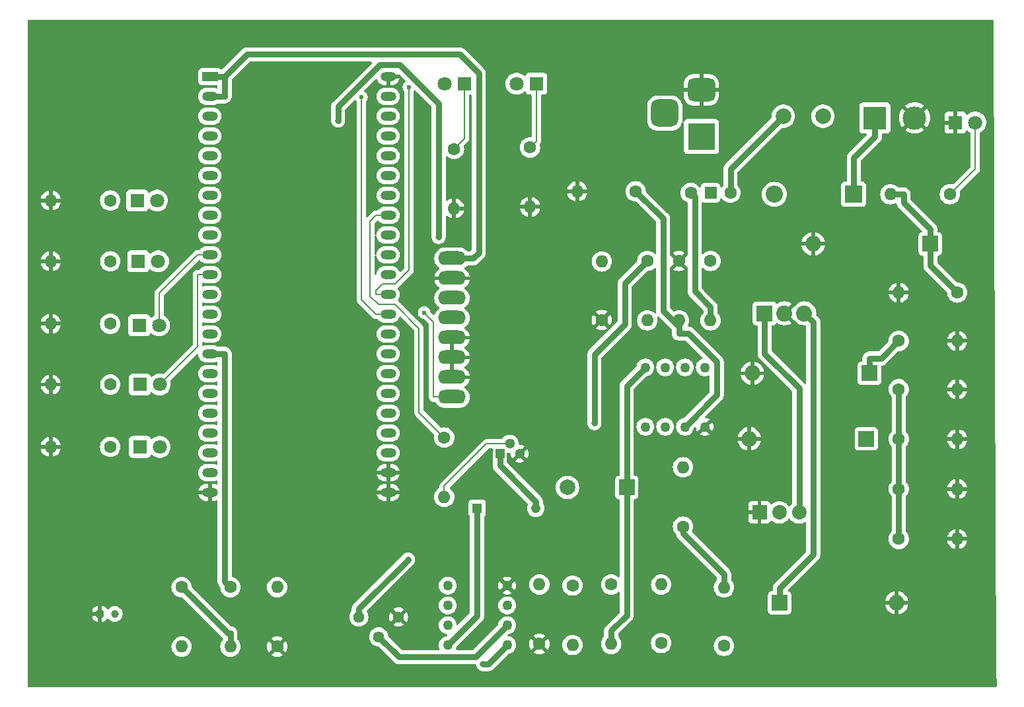
<source format=gbr>
%TF.GenerationSoftware,KiCad,Pcbnew,8.0.5*%
%TF.CreationDate,2024-12-14T11:54:29+02:00*%
%TF.ProjectId,embedded_system_project,656d6265-6464-4656-945f-73797374656d,rev?*%
%TF.SameCoordinates,Original*%
%TF.FileFunction,Copper,L2,Bot*%
%TF.FilePolarity,Positive*%
%FSLAX46Y46*%
G04 Gerber Fmt 4.6, Leading zero omitted, Abs format (unit mm)*
G04 Created by KiCad (PCBNEW 8.0.5) date 2024-12-14 11:54:29*
%MOMM*%
%LPD*%
G01*
G04 APERTURE LIST*
G04 Aperture macros list*
%AMRoundRect*
0 Rectangle with rounded corners*
0 $1 Rounding radius*
0 $2 $3 $4 $5 $6 $7 $8 $9 X,Y pos of 4 corners*
0 Add a 4 corners polygon primitive as box body*
4,1,4,$2,$3,$4,$5,$6,$7,$8,$9,$2,$3,0*
0 Add four circle primitives for the rounded corners*
1,1,$1+$1,$2,$3*
1,1,$1+$1,$4,$5*
1,1,$1+$1,$6,$7*
1,1,$1+$1,$8,$9*
0 Add four rect primitives between the rounded corners*
20,1,$1+$1,$2,$3,$4,$5,0*
20,1,$1+$1,$4,$5,$6,$7,0*
20,1,$1+$1,$6,$7,$8,$9,0*
20,1,$1+$1,$8,$9,$2,$3,0*%
G04 Aperture macros list end*
%TA.AperFunction,ComponentPad*%
%ADD10C,1.600000*%
%TD*%
%TA.AperFunction,ComponentPad*%
%ADD11O,1.600000X1.600000*%
%TD*%
%TA.AperFunction,ComponentPad*%
%ADD12R,1.300000X1.300000*%
%TD*%
%TA.AperFunction,ComponentPad*%
%ADD13C,1.300000*%
%TD*%
%TA.AperFunction,ComponentPad*%
%ADD14R,1.800000X1.800000*%
%TD*%
%TA.AperFunction,ComponentPad*%
%ADD15C,1.800000*%
%TD*%
%TA.AperFunction,ComponentPad*%
%ADD16R,1.860000X1.860000*%
%TD*%
%TA.AperFunction,ComponentPad*%
%ADD17C,1.860000*%
%TD*%
%TA.AperFunction,ComponentPad*%
%ADD18C,1.270000*%
%TD*%
%TA.AperFunction,ComponentPad*%
%ADD19R,3.000000X3.000000*%
%TD*%
%TA.AperFunction,ComponentPad*%
%ADD20C,3.000000*%
%TD*%
%TA.AperFunction,ComponentPad*%
%ADD21C,2.000000*%
%TD*%
%TA.AperFunction,ComponentPad*%
%ADD22R,2.000000X2.000000*%
%TD*%
%TA.AperFunction,ComponentPad*%
%ADD23O,2.000000X2.000000*%
%TD*%
%TA.AperFunction,ComponentPad*%
%ADD24C,1.440000*%
%TD*%
%TA.AperFunction,ComponentPad*%
%ADD25R,2.055000X2.055000*%
%TD*%
%TA.AperFunction,ComponentPad*%
%ADD26C,2.055000*%
%TD*%
%TA.AperFunction,ComponentPad*%
%ADD27R,3.500000X3.500000*%
%TD*%
%TA.AperFunction,ComponentPad*%
%ADD28RoundRect,0.750000X-1.000000X0.750000X-1.000000X-0.750000X1.000000X-0.750000X1.000000X0.750000X0*%
%TD*%
%TA.AperFunction,ComponentPad*%
%ADD29RoundRect,0.875000X-0.875000X0.875000X-0.875000X-0.875000X0.875000X-0.875000X0.875000X0.875000X0*%
%TD*%
%TA.AperFunction,ComponentPad*%
%ADD30C,1.238000*%
%TD*%
%TA.AperFunction,ComponentPad*%
%ADD31R,1.238000X1.238000*%
%TD*%
%TA.AperFunction,ComponentPad*%
%ADD32O,3.556000X1.778000*%
%TD*%
%TA.AperFunction,ComponentPad*%
%ADD33R,2.200000X2.200000*%
%TD*%
%TA.AperFunction,ComponentPad*%
%ADD34O,2.200000X2.200000*%
%TD*%
%TA.AperFunction,ComponentPad*%
%ADD35RoundRect,0.250000X-0.250000X-0.250000X0.250000X-0.250000X0.250000X0.250000X-0.250000X0.250000X0*%
%TD*%
%TA.AperFunction,ComponentPad*%
%ADD36C,1.000000*%
%TD*%
%TA.AperFunction,ComponentPad*%
%ADD37R,2.000000X1.200000*%
%TD*%
%TA.AperFunction,ComponentPad*%
%ADD38O,2.000000X1.200000*%
%TD*%
%TA.AperFunction,ComponentPad*%
%ADD39R,1.500000X1.500000*%
%TD*%
%TA.AperFunction,ViaPad*%
%ADD40C,0.600000*%
%TD*%
%TA.AperFunction,ViaPad*%
%ADD41C,0.800000*%
%TD*%
%TA.AperFunction,Conductor*%
%ADD42C,0.800000*%
%TD*%
%TA.AperFunction,Conductor*%
%ADD43C,0.200000*%
%TD*%
G04 APERTURE END LIST*
D10*
%TO.P,R1,1*%
%TO.N,Net-(LED1-A)*%
X131000000Y-35000000D03*
D11*
%TO.P,R1,2*%
%TO.N,8V5*%
X123380000Y-35000000D03*
%TD*%
D12*
%TO.P,Q1,1,C*%
%TO.N,Net-(1N914-A)*%
X73330000Y-68270000D03*
D13*
%TO.P,Q1,2,B*%
%TO.N,Net-(Q1-B)*%
X74600000Y-67000000D03*
%TO.P,Q1,3,E*%
%TO.N,GND*%
X75870000Y-68270000D03*
%TD*%
D14*
%TO.P,100\u0025LED1,1,K*%
%TO.N,Net-(100\u0025LED1-K)*%
X27200000Y-67400000D03*
D15*
%TO.P,100\u0025LED1,2,A*%
%TO.N,100\u0025LED*%
X29740000Y-67400000D03*
%TD*%
D10*
%TO.P,R17,1*%
%TO.N,Net-(OPAMP2-Pad1)*%
X32550000Y-85390000D03*
D11*
%TO.P,R17,2*%
%TO.N,Net-(OPAMP2A--)*%
X32550000Y-93010000D03*
%TD*%
D10*
%TO.P,R12,1*%
%TO.N,BUZZER*%
X66200000Y-66200000D03*
D11*
%TO.P,R12,2*%
%TO.N,Net-(Q1-B)*%
X66200000Y-73820000D03*
%TD*%
D14*
%TO.P,60\u0025LED1,1,K*%
%TO.N,Net-(60\u0025LED1-K)*%
X27125000Y-51800000D03*
D15*
%TO.P,60\u0025LED1,2,A*%
%TO.N,60\u0025LED*%
X29665000Y-51800000D03*
%TD*%
D10*
%TO.P,C13,1*%
%TO.N,Net-(MK1-+)*%
X94000000Y-92550000D03*
D11*
%TO.P,C13,2*%
%TO.N,Net-(C13-Pad2)*%
X94000000Y-85050000D03*
%TD*%
D10*
%TO.P,R18,1*%
%TO.N,MIC_ADC*%
X38800000Y-85390000D03*
D11*
%TO.P,R18,2*%
%TO.N,Net-(OPAMP2-Pad1)*%
X38800000Y-93010000D03*
%TD*%
D16*
%TO.P,REG2,1,GND*%
%TO.N,GND*%
X106600000Y-75800000D03*
D17*
%TO.P,REG2,2,VO*%
%TO.N,3V3*%
X109140000Y-75800000D03*
%TO.P,REG2,3,VI*%
%TO.N,8V5*%
X111680000Y-75800000D03*
%TD*%
D14*
%TO.P,LED1,1,K*%
%TO.N,GND*%
X131725000Y-25800000D03*
D15*
%TO.P,LED1,2,A*%
%TO.N,Net-(LED1-A)*%
X134265000Y-25800000D03*
%TD*%
D18*
%TO.P,OPAMP2,1*%
%TO.N,Net-(OPAMP2-Pad1)*%
X74270000Y-92820000D03*
%TO.P,OPAMP2,2,-*%
%TO.N,Net-(OPAMP2A--)*%
X74270000Y-90280000D03*
%TO.P,OPAMP2,3,+*%
%TO.N,Net-(OPAMP2A-+)*%
X74270000Y-87740000D03*
%TO.P,OPAMP2,4*%
%TO.N,GND*%
X74270000Y-85200000D03*
%TO.P,OPAMP2,5*%
%TO.N,N/C*%
X66650000Y-85200000D03*
%TO.P,OPAMP2,6*%
X66650000Y-87740000D03*
%TO.P,OPAMP2,7*%
X66650000Y-90280000D03*
%TO.P,OPAMP2,8*%
%TO.N,5V*%
X66650000Y-92820000D03*
%TD*%
D10*
%TO.P,C12,1*%
%TO.N,5V*%
X102060000Y-92910000D03*
D11*
%TO.P,C12,2*%
%TO.N,Net-(1N914-A)*%
X102060000Y-85410000D03*
%TD*%
D10*
%TO.P,R14,1*%
%TO.N,Net-(1N914-A)*%
X96800000Y-77620000D03*
D11*
%TO.P,R14,2*%
%TO.N,5V*%
X96800000Y-70000000D03*
%TD*%
D10*
%TO.P,C9,1*%
%TO.N,3V3*%
X124450000Y-79200000D03*
D11*
%TO.P,C9,2*%
%TO.N,GND*%
X131950000Y-79200000D03*
%TD*%
D19*
%TO.P,BATTERY1,1,Pin_1*%
%TO.N,Net-(BATTERY1-Pin_1)*%
X121400000Y-25200000D03*
D20*
%TO.P,BATTERY1,2,Pin_2*%
%TO.N,GND*%
X126480000Y-25200000D03*
%TD*%
D21*
%TO.P,F1,1*%
%TO.N,Net-(BATTERY1-Pin_1)*%
X114740000Y-25000000D03*
%TO.P,F1,2*%
%TO.N,Net-(SWITCH1-B)*%
X109660000Y-25000000D03*
%TD*%
D22*
%TO.P,C3,1*%
%TO.N,5V*%
X120700000Y-57957500D03*
D23*
%TO.P,C3,2*%
%TO.N,GND*%
X105700000Y-57957500D03*
%TD*%
D14*
%TO.P,DEBUG_LED2,1,K*%
%TO.N,Net-(DEBUG_LED2-K)*%
X78000000Y-20810000D03*
D15*
%TO.P,DEBUG_LED2,2,A*%
%TO.N,DEBUG_LED2*%
X75460000Y-20810000D03*
%TD*%
D22*
%TO.P,C14,1*%
%TO.N,5V*%
X109200000Y-87400000D03*
D23*
%TO.P,C14,2*%
%TO.N,GND*%
X124200000Y-87400000D03*
%TD*%
D10*
%TO.P,C7,1*%
%TO.N,3V3*%
X124450000Y-66400000D03*
D11*
%TO.P,C7,2*%
%TO.N,GND*%
X131950000Y-66400000D03*
%TD*%
D24*
%TO.P,POTENTIOMETER1,1*%
%TO.N,Net-(C13-Pad2)*%
X55260000Y-89215000D03*
%TO.P,POTENTIOMETER1,2*%
%TO.N,Net-(OPAMP2A--)*%
X57800000Y-91755000D03*
%TO.P,POTENTIOMETER1,3*%
%TO.N,GND*%
X60340000Y-89215000D03*
%TD*%
D25*
%TO.P,REG1,1,IN*%
%TO.N,8V5*%
X107250000Y-50262500D03*
D26*
%TO.P,REG1,2,GND*%
%TO.N,GND*%
X109800000Y-50262500D03*
%TO.P,REG1,3,OUT*%
%TO.N,5V*%
X112350000Y-50262500D03*
%TD*%
D22*
%TO.P,BUZZER1,1,+*%
%TO.N,5V*%
X89600000Y-72600000D03*
D21*
%TO.P,BUZZER1,2,-*%
%TO.N,Net-(1N914-A)*%
X82000000Y-72600000D03*
%TD*%
D27*
%TO.P,PWR_IN1,1*%
%TO.N,Net-(D1-A)*%
X99157500Y-27600000D03*
D28*
%TO.P,PWR_IN1,2*%
%TO.N,GND*%
X99157500Y-21600000D03*
D29*
%TO.P,PWR_IN1,3*%
%TO.N,unconnected-(PWR_IN1-Pad3)*%
X94457500Y-24600000D03*
%TD*%
D10*
%TO.P,C8,1*%
%TO.N,3V3*%
X124450000Y-72800000D03*
D11*
%TO.P,C8,2*%
%TO.N,GND*%
X131950000Y-72800000D03*
%TD*%
D10*
%TO.P,C2,1*%
%TO.N,8V5*%
X131950000Y-47600000D03*
D11*
%TO.P,C2,2*%
%TO.N,GND*%
X124450000Y-47600000D03*
%TD*%
D14*
%TO.P,80\u0025LED1,1,K*%
%TO.N,Net-(80\u0025LED1-K)*%
X27200000Y-59400000D03*
D15*
%TO.P,80\u0025LED1,2,A*%
%TO.N,80\u0025LED*%
X29740000Y-59400000D03*
%TD*%
D10*
%TO.P,R4,1*%
%TO.N,Net-(OPAMP1A--)*%
X92230000Y-43550000D03*
D11*
%TO.P,R4,2*%
%TO.N,BattSignal*%
X92230000Y-51170000D03*
%TD*%
D30*
%TO.P,1N914,A*%
%TO.N,Net-(1N914-A)*%
X77948500Y-75270000D03*
D31*
%TO.P,1N914,K*%
%TO.N,5V*%
X70411500Y-75270000D03*
%TD*%
D10*
%TO.P,R6,1*%
%TO.N,Net-(DEBUG_LED2-K)*%
X77200000Y-28990000D03*
D11*
%TO.P,R6,2*%
%TO.N,GND*%
X77200000Y-36610000D03*
%TD*%
D10*
%TO.P,R19,1*%
%TO.N,GND*%
X44800000Y-93010000D03*
D11*
%TO.P,R19,2*%
%TO.N,MIC_ADC*%
X44800000Y-85390000D03*
%TD*%
D10*
%TO.P,R13,1*%
%TO.N,Net-(MK1-+)*%
X87600000Y-85040000D03*
D11*
%TO.P,R13,2*%
%TO.N,5V*%
X87600000Y-92660000D03*
%TD*%
D10*
%TO.P,R16,1*%
%TO.N,Net-(OPAMP2A-+)*%
X82650000Y-85190000D03*
D11*
%TO.P,R16,2*%
%TO.N,5V*%
X82650000Y-92810000D03*
%TD*%
D10*
%TO.P,R8,1*%
%TO.N,Net-(80\u0025LED1-K)*%
X23410000Y-59400000D03*
D11*
%TO.P,R8,2*%
%TO.N,GND*%
X15790000Y-59400000D03*
%TD*%
D10*
%TO.P,R9,1*%
%TO.N,Net-(60\u0025LED1-K)*%
X23400000Y-51600000D03*
D11*
%TO.P,R9,2*%
%TO.N,GND*%
X15780000Y-51600000D03*
%TD*%
D10*
%TO.P,R2,1*%
%TO.N,Net-(OPAMP1A-+)*%
X100330000Y-43550000D03*
D11*
%TO.P,R2,2*%
%TO.N,8V5*%
X100330000Y-51170000D03*
%TD*%
D10*
%TO.P,C5,1*%
%TO.N,3V3*%
X124450000Y-60000000D03*
D11*
%TO.P,C5,2*%
%TO.N,GND*%
X131950000Y-60000000D03*
%TD*%
D10*
%TO.P,R10,1*%
%TO.N,Net-(40\u0025LED1-K)*%
X23410000Y-43600000D03*
D11*
%TO.P,R10,2*%
%TO.N,GND*%
X15790000Y-43600000D03*
%TD*%
D10*
%TO.P,R7,1*%
%TO.N,Net-(100\u0025LED1-K)*%
X23400000Y-67400000D03*
D11*
%TO.P,R7,2*%
%TO.N,GND*%
X15780000Y-67400000D03*
%TD*%
D32*
%TO.P,GYRO1,ADO,ADO*%
%TO.N,GND*%
X67202500Y-58467500D03*
%TO.P,GYRO1,GND,GND*%
X67202500Y-45767500D03*
%TO.P,GYRO1,INT,INT*%
%TO.N,MPU_INT*%
X67202500Y-61007500D03*
%TO.P,GYRO1,SCL,SCL*%
%TO.N,MPU_SCL*%
X67202500Y-48307500D03*
%TO.P,GYRO1,SDA,SDA*%
%TO.N,MPU_SDA*%
X67202500Y-50847500D03*
%TO.P,GYRO1,VCC,VCC*%
%TO.N,3V3*%
X67202500Y-43227500D03*
%TO.P,GYRO1,XCL,XCL*%
%TO.N,GND*%
X67202500Y-55927500D03*
%TO.P,GYRO1,XDA,XDA*%
X67202500Y-53387500D03*
%TD*%
D33*
%TO.P,D1,1,K*%
%TO.N,Net-(BATTERY1-Pin_1)*%
X118680000Y-35000000D03*
D34*
%TO.P,D1,2,A*%
%TO.N,Net-(D1-A)*%
X108520000Y-35000000D03*
%TD*%
D35*
%TO.P,MK1,1,-*%
%TO.N,GND*%
X22092500Y-88815000D03*
D36*
%TO.P,MK1,2,+*%
%TO.N,Net-(MK1-+)*%
X23992500Y-88815000D03*
%TD*%
D37*
%TO.P,MCU1,1,3V3*%
%TO.N,3V3*%
X36170000Y-19907900D03*
D38*
%TO.P,MCU1,2,3V3*%
X36170000Y-22447900D03*
%TO.P,MCU1,3,CHIP_PU*%
%TO.N,unconnected-(MCU1-CHIP_PU-Pad3)*%
X36170000Y-24987900D03*
%TO.P,MCU1,4,GPIO4/ADC1_CH3*%
%TO.N,BattSignal*%
X36170000Y-27527900D03*
%TO.P,MCU1,5,GPIO5/ADC1_CH4*%
%TO.N,unconnected-(MCU1-GPIO5{slash}ADC1_CH4-Pad5)*%
X36170000Y-30067900D03*
%TO.P,MCU1,6,GPIO6/ADC1_CH5*%
%TO.N,unconnected-(MCU1-GPIO6{slash}ADC1_CH5-Pad6)*%
X36170000Y-32607900D03*
%TO.P,MCU1,7,GPIO7/ADC1_CH6*%
%TO.N,unconnected-(MCU1-GPIO7{slash}ADC1_CH6-Pad7)*%
X36170000Y-35147900D03*
%TO.P,MCU1,8,GPIO15/ADC2_CH4/32K_P*%
%TO.N,20\u0025LED*%
X36170000Y-37687900D03*
%TO.P,MCU1,9,GPIO16/ADC2_CH5/32K_N*%
%TO.N,40\u0025LED*%
X36170000Y-40227900D03*
%TO.P,MCU1,10,GPIO17/ADC2_CH6*%
%TO.N,60\u0025LED*%
X36170000Y-42767900D03*
%TO.P,MCU1,11,GPIO18/ADC2_CH7*%
%TO.N,80\u0025LED*%
X36170000Y-45307900D03*
%TO.P,MCU1,12,GPIO8/ADC1_CH7*%
%TO.N,unconnected-(MCU1-GPIO8{slash}ADC1_CH7-Pad12)*%
X36170000Y-47847900D03*
%TO.P,MCU1,13,GPIO3/ADC1_CH2*%
%TO.N,unconnected-(MCU1-GPIO3{slash}ADC1_CH2-Pad13)*%
X36170000Y-50387900D03*
%TO.P,MCU1,14,GPIO46*%
%TO.N,unconnected-(MCU1-GPIO46-Pad14)*%
X36170000Y-52927900D03*
%TO.P,MCU1,15,GPIO9/ADC1_CH8*%
%TO.N,MIC_ADC*%
X36170000Y-55467900D03*
%TO.P,MCU1,16,GPIO10/ADC1_CH9*%
%TO.N,unconnected-(MCU1-GPIO10{slash}ADC1_CH9-Pad16)*%
X36170000Y-58007900D03*
%TO.P,MCU1,17,GPIO11/ADC2_CH0*%
%TO.N,unconnected-(MCU1-GPIO11{slash}ADC2_CH0-Pad17)*%
X36170000Y-60547900D03*
%TO.P,MCU1,18,GPIO12/ADC2_CH1*%
%TO.N,unconnected-(MCU1-GPIO12{slash}ADC2_CH1-Pad18)*%
X36170000Y-63087900D03*
%TO.P,MCU1,19,GPIO13/ADC2_CH2*%
%TO.N,unconnected-(MCU1-GPIO13{slash}ADC2_CH2-Pad19)*%
X36170000Y-65627900D03*
%TO.P,MCU1,20,GPIO14/ADC2_CH3*%
%TO.N,100\u0025LED*%
X36166320Y-68165180D03*
%TO.P,MCU1,21,5V*%
%TO.N,unconnected-(MCU1-5V-Pad21)*%
X36166320Y-70705180D03*
%TO.P,MCU1,22,GND*%
%TO.N,GND*%
X36166320Y-73245180D03*
%TO.P,MCU1,23,GND*%
X59030000Y-73247900D03*
%TO.P,MCU1,24,GND*%
X59030000Y-70707900D03*
%TO.P,MCU1,25,GPIO19/USB_D-*%
%TO.N,unconnected-(MCU1-GPIO19{slash}USB_D--Pad25)*%
X59030000Y-68167900D03*
%TO.P,MCU1,26,GPIO20/USB_D+*%
%TO.N,unconnected-(MCU1-GPIO20{slash}USB_D+-Pad26)*%
X59030000Y-65627900D03*
%TO.P,MCU1,27,GPIO21*%
%TO.N,unconnected-(MCU1-GPIO21-Pad27)*%
X59030000Y-63087900D03*
%TO.P,MCU1,28,GPIO47*%
%TO.N,unconnected-(MCU1-GPIO47-Pad28)*%
X59030000Y-60547900D03*
%TO.P,MCU1,29,GPIO48*%
%TO.N,unconnected-(MCU1-GPIO48-Pad29)*%
X59030000Y-58007900D03*
%TO.P,MCU1,30,GPIO45*%
%TO.N,unconnected-(MCU1-GPIO45-Pad30)*%
X59030000Y-55467900D03*
%TO.P,MCU1,31,GPIO0*%
%TO.N,unconnected-(MCU1-GPIO0-Pad31)*%
X59030000Y-52927900D03*
%TO.P,MCU1,32,GPIO35*%
%TO.N,DEBUG_LED2*%
X59030000Y-50387900D03*
%TO.P,MCU1,33,GPIO36*%
%TO.N,DEBUG_LED1*%
X59030000Y-47847900D03*
%TO.P,MCU1,34,GPIO37*%
%TO.N,MPU_INT*%
X59030000Y-45307900D03*
%TO.P,MCU1,35,GPIO38*%
%TO.N,MPU_SDA*%
X59030000Y-42767900D03*
%TO.P,MCU1,36,GPIO39/MTCK*%
%TO.N,MPU_SCL*%
X59030000Y-40227900D03*
%TO.P,MCU1,37,GPIO40/MTDO*%
%TO.N,BUZZER*%
X59030000Y-37687900D03*
%TO.P,MCU1,38,GPIO41/MTDI*%
%TO.N,unconnected-(MCU1-GPIO41{slash}MTDI-Pad38)*%
X59030000Y-35147900D03*
%TO.P,MCU1,39,GPIO42/MTMS*%
%TO.N,unconnected-(MCU1-GPIO42{slash}MTMS-Pad39)*%
X59030000Y-32607900D03*
%TO.P,MCU1,40,GPIO2/ADC1_CH1*%
%TO.N,unconnected-(MCU1-GPIO2{slash}ADC1_CH1-Pad40)*%
X59030000Y-30067900D03*
%TO.P,MCU1,41,GPIO1/ADC1_CH0*%
%TO.N,unconnected-(MCU1-GPIO1{slash}ADC1_CH0-Pad41)*%
X59030000Y-27527900D03*
%TO.P,MCU1,42,GPIO44/U0RXD*%
%TO.N,unconnected-(MCU1-GPIO44{slash}U0RXD-Pad42)*%
X59030000Y-24987900D03*
%TO.P,MCU1,43,GPIO43/U0TXD*%
%TO.N,unconnected-(MCU1-GPIO43{slash}U0TXD-Pad43)*%
X59030000Y-22447900D03*
%TO.P,MCU1,44,GND*%
%TO.N,GND*%
X59030000Y-19907900D03*
%TD*%
D10*
%TO.P,C4,1*%
%TO.N,5V*%
X124450000Y-53800000D03*
D11*
%TO.P,C4,2*%
%TO.N,GND*%
X131950000Y-53800000D03*
%TD*%
D39*
%TO.P,SWITCH1,1,C*%
%TO.N,unconnected-(SWITCH1-C-Pad1)*%
X100340000Y-34800000D03*
D10*
%TO.P,SWITCH1,2,B*%
%TO.N,Net-(SWITCH1-B)*%
X102880000Y-34800000D03*
%TO.P,SWITCH1,3,A*%
%TO.N,8V5*%
X97800000Y-34800000D03*
%TD*%
D14*
%TO.P,DEBUG_LED1,1,K*%
%TO.N,Net-(DEBUG_LED1-K)*%
X68800000Y-20800000D03*
D15*
%TO.P,DEBUG_LED1,2,A*%
%TO.N,DEBUG_LED1*%
X66260000Y-20800000D03*
%TD*%
D22*
%TO.P,C1,1*%
%TO.N,8V5*%
X128500000Y-41357500D03*
D23*
%TO.P,C1,2*%
%TO.N,GND*%
X113500000Y-41357500D03*
%TD*%
D10*
%TO.P,R5,1*%
%TO.N,Net-(DEBUG_LED1-K)*%
X67460000Y-29180000D03*
D11*
%TO.P,R5,2*%
%TO.N,GND*%
X67460000Y-36800000D03*
%TD*%
D22*
%TO.P,C6,1*%
%TO.N,3V3*%
X120300000Y-66357500D03*
D23*
%TO.P,C6,2*%
%TO.N,GND*%
X105300000Y-66357500D03*
%TD*%
D10*
%TO.P,C10,1*%
%TO.N,Net-(OPAMP1A-+)*%
X90750000Y-34620000D03*
D11*
%TO.P,C10,2*%
%TO.N,GND*%
X83250000Y-34620000D03*
%TD*%
D14*
%TO.P,20\u0025LED1,1,K*%
%TO.N,Net-(20\u0025LED1-K)*%
X26860000Y-35800000D03*
D15*
%TO.P,20\u0025LED1,2,A*%
%TO.N,20\u0025LED*%
X29400000Y-35800000D03*
%TD*%
D10*
%TO.P,R15,1*%
%TO.N,GND*%
X78400000Y-92660000D03*
D11*
%TO.P,R15,2*%
%TO.N,Net-(OPAMP2A-+)*%
X78400000Y-85040000D03*
%TD*%
D10*
%TO.P,C11,1*%
%TO.N,GND*%
X86400000Y-51120000D03*
D11*
%TO.P,C11,2*%
%TO.N,BattSignal*%
X86400000Y-43620000D03*
%TD*%
D10*
%TO.P,R11,1*%
%TO.N,Net-(20\u0025LED1-K)*%
X23400000Y-35800000D03*
D11*
%TO.P,R11,2*%
%TO.N,GND*%
X15780000Y-35800000D03*
%TD*%
D18*
%TO.P,OPAMP1,1*%
%TO.N,Net-(OPAMP1A--)*%
X91980000Y-64820000D03*
%TO.P,OPAMP1,2,-*%
X94520000Y-64820000D03*
%TO.P,OPAMP1,3,+*%
%TO.N,Net-(OPAMP1A-+)*%
X97060000Y-64820000D03*
%TO.P,OPAMP1,4*%
%TO.N,GND*%
X99600000Y-64820000D03*
%TO.P,OPAMP1,5*%
%TO.N,N/C*%
X99600000Y-57200000D03*
%TO.P,OPAMP1,6*%
X97060000Y-57200000D03*
%TO.P,OPAMP1,7*%
X94520000Y-57200000D03*
%TO.P,OPAMP1,8*%
%TO.N,5V*%
X91980000Y-57200000D03*
%TD*%
D14*
%TO.P,40\u0025LED1,1,K*%
%TO.N,Net-(40\u0025LED1-K)*%
X27000000Y-43600000D03*
D15*
%TO.P,40\u0025LED1,2,A*%
%TO.N,40\u0025LED*%
X29540000Y-43600000D03*
%TD*%
D10*
%TO.P,R3,1*%
%TO.N,GND*%
X96280000Y-43550000D03*
D11*
%TO.P,R3,2*%
%TO.N,Net-(OPAMP1A-+)*%
X96280000Y-51170000D03*
%TD*%
D40*
%TO.N,GND*%
X48600000Y-20400000D03*
D41*
%TO.N,Net-(OPAMP1A--)*%
X85452100Y-64357500D03*
%TO.N,Net-(OPAMP2-Pad1)*%
X71191200Y-95257500D03*
D40*
%TO.N,DEBUG_LED2*%
X55594100Y-22549300D03*
%TO.N,DEBUG_LED1*%
X61679500Y-21222500D03*
%TO.N,MPU_INT*%
X63633400Y-50172700D03*
D41*
%TO.N,Net-(C13-Pad2)*%
X61565700Y-81844300D03*
%TO.N,BattSignal*%
X65488600Y-40467100D03*
X52608300Y-25535600D03*
%TD*%
D42*
%TO.N,Net-(OPAMP1A--)*%
X89340000Y-46440000D02*
X92230000Y-43550000D01*
X89340000Y-51669600D02*
X89340000Y-46440000D01*
X85452100Y-55557500D02*
X89340000Y-51669600D01*
X85452100Y-64357500D02*
X85452100Y-55557500D01*
%TO.N,Net-(1N914-A)*%
X77948500Y-74430200D02*
X73330000Y-69811700D01*
X77948500Y-75270000D02*
X77948500Y-74430200D01*
X73330000Y-68270000D02*
X73330000Y-69811700D01*
X96800000Y-78458300D02*
X102060000Y-83718300D01*
X96800000Y-77620000D02*
X96800000Y-78458300D01*
X102060000Y-85410000D02*
X102060000Y-83718300D01*
%TO.N,Net-(OPAMP2A--)*%
X60394300Y-94349300D02*
X57800000Y-91755000D01*
X70200700Y-94349300D02*
X60394300Y-94349300D01*
X74270000Y-90280000D02*
X70200700Y-94349300D01*
D43*
%TO.N,Net-(Q1-B)*%
X71628300Y-67000000D02*
X74600000Y-67000000D01*
X66200000Y-72428300D02*
X71628300Y-67000000D01*
X66200000Y-73820000D02*
X66200000Y-72428300D01*
D42*
%TO.N,Net-(OPAMP2-Pad1)*%
X71832500Y-95257500D02*
X71191200Y-95257500D01*
X74270000Y-92820000D02*
X71832500Y-95257500D01*
X38478300Y-91318300D02*
X32550000Y-85390000D01*
X38800000Y-91318300D02*
X38478300Y-91318300D01*
X38800000Y-93010000D02*
X38800000Y-91318300D01*
D43*
%TO.N,BUZZER*%
X62984800Y-62984800D02*
X66200000Y-66200000D01*
X62984800Y-52234700D02*
X62984800Y-62984800D01*
X59905800Y-49155700D02*
X62984800Y-52234700D01*
X57757900Y-49155700D02*
X59905800Y-49155700D01*
X56690100Y-48087900D02*
X57757900Y-49155700D01*
X56690100Y-38436100D02*
X56690100Y-48087900D01*
X57438300Y-37687900D02*
X56690100Y-38436100D01*
X59030000Y-37687900D02*
X57438300Y-37687900D01*
D42*
%TO.N,MIC_ADC*%
X38061700Y-84651700D02*
X38800000Y-85390000D01*
X38061700Y-55467900D02*
X38061700Y-84651700D01*
X36170000Y-55467900D02*
X38061700Y-55467900D01*
D43*
%TO.N,Net-(DEBUG_LED2-K)*%
X78000000Y-28190000D02*
X77200000Y-28990000D01*
X78000000Y-20810000D02*
X78000000Y-28190000D01*
%TO.N,Net-(DEBUG_LED1-K)*%
X68800000Y-27840000D02*
X67460000Y-29180000D01*
X68800000Y-20800000D02*
X68800000Y-27840000D01*
%TO.N,60\u0025LED*%
X29665000Y-47681200D02*
X29665000Y-51800000D01*
X34578300Y-42767900D02*
X29665000Y-47681200D01*
X36170000Y-42767900D02*
X34578300Y-42767900D01*
%TO.N,80\u0025LED*%
X34578300Y-54561700D02*
X29740000Y-59400000D01*
X34578300Y-45307900D02*
X34578300Y-54561700D01*
X36170000Y-45307900D02*
X34578300Y-45307900D01*
%TO.N,DEBUG_LED2*%
X59030000Y-50387900D02*
X57438300Y-50387900D01*
X55594100Y-48543700D02*
X57438300Y-50387900D01*
X55594100Y-22549300D02*
X55594100Y-48543700D01*
%TO.N,DEBUG_LED1*%
X59030000Y-47847900D02*
X57438300Y-47847900D01*
X61679500Y-44743700D02*
X61679500Y-21222500D01*
X59923600Y-46499600D02*
X61679500Y-44743700D01*
X58288600Y-46499600D02*
X59923600Y-46499600D01*
X57438300Y-47349900D02*
X58288600Y-46499600D01*
X57438300Y-47847900D02*
X57438300Y-47349900D01*
%TO.N,Net-(LED1-A)*%
X134265000Y-31735000D02*
X131000000Y-35000000D01*
X134265000Y-25800000D02*
X134265000Y-31735000D01*
%TO.N,MPU_INT*%
X64832800Y-51372100D02*
X64832800Y-61007500D01*
X63633400Y-50172700D02*
X64832800Y-51372100D01*
X67202500Y-61007500D02*
X64832800Y-61007500D01*
D42*
%TO.N,Net-(SWITCH1-B)*%
X102880000Y-31780000D02*
X109660000Y-25000000D01*
X102880000Y-34800000D02*
X102880000Y-31780000D01*
%TO.N,Net-(BATTERY1-Pin_1)*%
X118680000Y-30311700D02*
X121400000Y-27591700D01*
X118680000Y-35000000D02*
X118680000Y-30311700D01*
X121400000Y-25200000D02*
X121400000Y-27591700D01*
%TO.N,Net-(C13-Pad2)*%
X55260000Y-88150000D02*
X61565700Y-81844300D01*
X55260000Y-89215000D02*
X55260000Y-88150000D01*
%TO.N,BattSignal*%
X52608300Y-23754700D02*
X52608300Y-25535600D01*
X57983800Y-18379200D02*
X52608300Y-23754700D01*
X60521600Y-18379200D02*
X57983800Y-18379200D01*
X65488600Y-23346200D02*
X60521600Y-18379200D01*
X65488600Y-40467100D02*
X65488600Y-23346200D01*
%TO.N,Net-(OPAMP1A-+)*%
X97476300Y-52861700D02*
X96280000Y-52861700D01*
X101132100Y-56517500D02*
X97476300Y-52861700D01*
X101132100Y-60747900D02*
X101132100Y-56517500D01*
X97060000Y-64820000D02*
X101132100Y-60747900D01*
X96280000Y-51170000D02*
X96280000Y-52015800D01*
X96280000Y-52015800D02*
X96280000Y-52861700D01*
X94255000Y-38125000D02*
X90750000Y-34620000D01*
X94255000Y-49990800D02*
X94255000Y-38125000D01*
X96280000Y-52015800D02*
X94255000Y-49990800D01*
%TO.N,3V3*%
X38061700Y-22447900D02*
X38061700Y-19907900D01*
X36170000Y-22447900D02*
X38061700Y-22447900D01*
X36170000Y-19907900D02*
X37738400Y-19907900D01*
X37738400Y-19907900D02*
X38060200Y-19907900D01*
X124450000Y-60000000D02*
X124450000Y-66400000D01*
X124450000Y-66400000D02*
X124450000Y-72800000D01*
X124450000Y-72800000D02*
X124450000Y-79200000D01*
X38060200Y-19907900D02*
X38061000Y-19907900D01*
X38061000Y-19907900D02*
X38061700Y-19907900D01*
X70629000Y-42470700D02*
X69872200Y-43227500D01*
X70629000Y-19512500D02*
X70629000Y-42470700D01*
X68181100Y-17064600D02*
X70629000Y-19512500D01*
X40905000Y-17064600D02*
X68181100Y-17064600D01*
X38061700Y-19907900D02*
X40905000Y-17064600D01*
X67202500Y-43227500D02*
X69872200Y-43227500D01*
%TO.N,8V5*%
X98305000Y-47453300D02*
X100330000Y-49478300D01*
X98305000Y-35305000D02*
X98305000Y-47453300D01*
X97800000Y-34800000D02*
X98305000Y-35305000D01*
X100330000Y-51170000D02*
X100330000Y-49478300D01*
X128500000Y-44150000D02*
X128500000Y-41357500D01*
X131950000Y-47600000D02*
X128500000Y-44150000D01*
X125071700Y-36037500D02*
X125071700Y-35000000D01*
X128500000Y-39465800D02*
X125071700Y-36037500D01*
X128500000Y-41357500D02*
X128500000Y-39465800D01*
X123380000Y-35000000D02*
X125071700Y-35000000D01*
X107250000Y-55435000D02*
X107250000Y-50262500D01*
X111680000Y-59865000D02*
X107250000Y-55435000D01*
X111680000Y-75800000D02*
X111680000Y-59865000D01*
%TO.N,5V*%
X70411500Y-89058500D02*
X66650000Y-92820000D01*
X70411500Y-75270000D02*
X70411500Y-89058500D01*
X122184200Y-56065800D02*
X124450000Y-53800000D01*
X120700000Y-56065800D02*
X122184200Y-56065800D01*
X120700000Y-57957500D02*
X120700000Y-56065800D01*
X113510100Y-81198200D02*
X109200000Y-85508300D01*
X113510100Y-51422600D02*
X113510100Y-81198200D01*
X112350000Y-50262500D02*
X113510100Y-51422600D01*
X109200000Y-87400000D02*
X109200000Y-85508300D01*
X89600000Y-59580000D02*
X89600000Y-72600000D01*
X91980000Y-57200000D02*
X89600000Y-59580000D01*
X89600000Y-88968300D02*
X87600000Y-90968300D01*
X89600000Y-72600000D02*
X89600000Y-88968300D01*
X87600000Y-92660000D02*
X87600000Y-90968300D01*
%TD*%
%TA.AperFunction,Conductor*%
%TO.N,GND*%
G36*
X111050032Y-51158979D02*
G01*
X111099871Y-51167421D01*
X111139846Y-51198359D01*
X111266200Y-51346300D01*
X111449087Y-51502501D01*
X111449089Y-51502502D01*
X111449090Y-51502503D01*
X111449091Y-51502504D01*
X111654156Y-51628168D01*
X111876354Y-51720205D01*
X111876355Y-51720205D01*
X111876362Y-51720208D01*
X112110229Y-51776355D01*
X112350000Y-51795225D01*
X112475874Y-51785318D01*
X112544248Y-51799682D01*
X112594005Y-51848733D01*
X112609600Y-51908936D01*
X112609600Y-59226614D01*
X112589915Y-59293653D01*
X112537111Y-59339408D01*
X112467953Y-59349352D01*
X112404397Y-59320327D01*
X112382501Y-59295509D01*
X112379464Y-59290964D01*
X112379461Y-59290961D01*
X112379459Y-59290958D01*
X108186819Y-55098318D01*
X108153334Y-55036995D01*
X108150500Y-55010637D01*
X108150500Y-51914499D01*
X108170185Y-51847460D01*
X108222989Y-51801705D01*
X108274500Y-51790499D01*
X108325371Y-51790499D01*
X108325372Y-51790499D01*
X108384983Y-51784091D01*
X108519831Y-51733796D01*
X108635046Y-51647546D01*
X108721296Y-51532331D01*
X108721297Y-51532328D01*
X108725437Y-51526798D01*
X108781371Y-51484927D01*
X108851063Y-51479943D01*
X108895138Y-51499695D01*
X108895228Y-51499549D01*
X108896360Y-51500243D01*
X108897601Y-51500799D01*
X108899393Y-51502101D01*
X109104384Y-51627721D01*
X109326514Y-51719730D01*
X109560311Y-51775859D01*
X109560310Y-51775859D01*
X109800000Y-51794722D01*
X110039689Y-51775859D01*
X110273485Y-51719730D01*
X110495611Y-51627722D01*
X110691578Y-51507631D01*
X110074276Y-50890329D01*
X110124469Y-50869539D01*
X110236662Y-50794574D01*
X110332074Y-50699162D01*
X110407039Y-50586969D01*
X110427829Y-50536776D01*
X111050032Y-51158979D01*
G37*
%TD.AperFunction*%
%TA.AperFunction,Conductor*%
G36*
X67452500Y-58151814D02*
G01*
X67448106Y-58147420D01*
X67356894Y-58094759D01*
X67255161Y-58067500D01*
X67149839Y-58067500D01*
X67048106Y-58094759D01*
X66956894Y-58147420D01*
X66952500Y-58151814D01*
X66952500Y-56243186D01*
X66956894Y-56247580D01*
X67048106Y-56300241D01*
X67149839Y-56327500D01*
X67255161Y-56327500D01*
X67356894Y-56300241D01*
X67448106Y-56247580D01*
X67452500Y-56243186D01*
X67452500Y-58151814D01*
G37*
%TD.AperFunction*%
%TA.AperFunction,Conductor*%
G36*
X67452500Y-55611814D02*
G01*
X67448106Y-55607420D01*
X67356894Y-55554759D01*
X67255161Y-55527500D01*
X67149839Y-55527500D01*
X67048106Y-55554759D01*
X66956894Y-55607420D01*
X66952500Y-55611814D01*
X66952500Y-53703186D01*
X66956894Y-53707580D01*
X67048106Y-53760241D01*
X67149839Y-53787500D01*
X67255161Y-53787500D01*
X67356894Y-53760241D01*
X67448106Y-53707580D01*
X67452500Y-53703186D01*
X67452500Y-55611814D01*
G37*
%TD.AperFunction*%
%TA.AperFunction,Conductor*%
G36*
X60542477Y-19677585D02*
G01*
X60563119Y-19694219D01*
X61241912Y-20373012D01*
X61275397Y-20434335D01*
X61270413Y-20504027D01*
X61228541Y-20559960D01*
X61220204Y-20565686D01*
X61177240Y-20592682D01*
X61177237Y-20592684D01*
X61049684Y-20720237D01*
X60953711Y-20872976D01*
X60894131Y-21043245D01*
X60894130Y-21043250D01*
X60873935Y-21222496D01*
X60873935Y-21222503D01*
X60894130Y-21401749D01*
X60894131Y-21401754D01*
X60953711Y-21572023D01*
X61049685Y-21724763D01*
X61051945Y-21727597D01*
X61052834Y-21729775D01*
X61053389Y-21730658D01*
X61053234Y-21730755D01*
X61078355Y-21792283D01*
X61079000Y-21804912D01*
X61079000Y-44443602D01*
X61059315Y-44510641D01*
X61042681Y-44531283D01*
X60650992Y-44922971D01*
X60589669Y-44956456D01*
X60519977Y-44951472D01*
X60464044Y-44909600D01*
X60452613Y-44889526D01*
X60452085Y-44889796D01*
X60420283Y-44827381D01*
X60371232Y-44731112D01*
X60269414Y-44590972D01*
X60146928Y-44468486D01*
X60006788Y-44366668D01*
X59852445Y-44288027D01*
X59687701Y-44234498D01*
X59687699Y-44234497D01*
X59687698Y-44234497D01*
X59541866Y-44211400D01*
X59516611Y-44207400D01*
X58543389Y-44207400D01*
X58518134Y-44211400D01*
X58372302Y-44234497D01*
X58372299Y-44234498D01*
X58209636Y-44287351D01*
X58207552Y-44288028D01*
X58053211Y-44366668D01*
X57913069Y-44468488D01*
X57790588Y-44590969D01*
X57790588Y-44590970D01*
X57790586Y-44590972D01*
X57759386Y-44633915D01*
X57688768Y-44731111D01*
X57610128Y-44885452D01*
X57556597Y-45050202D01*
X57537073Y-45173475D01*
X57507144Y-45236610D01*
X57447832Y-45273541D01*
X57377970Y-45272543D01*
X57319737Y-45233933D01*
X57291623Y-45169970D01*
X57290600Y-45154077D01*
X57290600Y-42921722D01*
X57310285Y-42854683D01*
X57363089Y-42808928D01*
X57432247Y-42798984D01*
X57495803Y-42828009D01*
X57533577Y-42886787D01*
X57537073Y-42902324D01*
X57556597Y-43025598D01*
X57556598Y-43025601D01*
X57610127Y-43190345D01*
X57688768Y-43344688D01*
X57790586Y-43484828D01*
X57913072Y-43607314D01*
X58053212Y-43709132D01*
X58207555Y-43787773D01*
X58372299Y-43841302D01*
X58543389Y-43868400D01*
X58543390Y-43868400D01*
X59516610Y-43868400D01*
X59516611Y-43868400D01*
X59687701Y-43841302D01*
X59852445Y-43787773D01*
X60006788Y-43709132D01*
X60146928Y-43607314D01*
X60269414Y-43484828D01*
X60371232Y-43344688D01*
X60449873Y-43190345D01*
X60503402Y-43025601D01*
X60530500Y-42854511D01*
X60530500Y-42681289D01*
X60503402Y-42510199D01*
X60449873Y-42345455D01*
X60371232Y-42191112D01*
X60269414Y-42050972D01*
X60146928Y-41928486D01*
X60006788Y-41826668D01*
X59852445Y-41748027D01*
X59687701Y-41694498D01*
X59687699Y-41694497D01*
X59687698Y-41694497D01*
X59556271Y-41673681D01*
X59516611Y-41667400D01*
X58543389Y-41667400D01*
X58503728Y-41673681D01*
X58372302Y-41694497D01*
X58207552Y-41748028D01*
X58053211Y-41826668D01*
X57973256Y-41884759D01*
X57913072Y-41928486D01*
X57913070Y-41928488D01*
X57913069Y-41928488D01*
X57790588Y-42050969D01*
X57790588Y-42050970D01*
X57790586Y-42050972D01*
X57773952Y-42073867D01*
X57688768Y-42191111D01*
X57610128Y-42345452D01*
X57556597Y-42510202D01*
X57537073Y-42633475D01*
X57507144Y-42696610D01*
X57447832Y-42733541D01*
X57377970Y-42732543D01*
X57319737Y-42693933D01*
X57291623Y-42629970D01*
X57290600Y-42614077D01*
X57290600Y-40381722D01*
X57310285Y-40314683D01*
X57363089Y-40268928D01*
X57432247Y-40258984D01*
X57495803Y-40288009D01*
X57533577Y-40346787D01*
X57537073Y-40362324D01*
X57556597Y-40485598D01*
X57556598Y-40485601D01*
X57610127Y-40650345D01*
X57688768Y-40804688D01*
X57790586Y-40944828D01*
X57913072Y-41067314D01*
X58053212Y-41169132D01*
X58207555Y-41247773D01*
X58372299Y-41301302D01*
X58543389Y-41328400D01*
X58543390Y-41328400D01*
X59516610Y-41328400D01*
X59516611Y-41328400D01*
X59687701Y-41301302D01*
X59852445Y-41247773D01*
X60006788Y-41169132D01*
X60146928Y-41067314D01*
X60269414Y-40944828D01*
X60371232Y-40804688D01*
X60449873Y-40650345D01*
X60503402Y-40485601D01*
X60530500Y-40314511D01*
X60530500Y-40141289D01*
X60503402Y-39970199D01*
X60449873Y-39805455D01*
X60371232Y-39651112D01*
X60269414Y-39510972D01*
X60146928Y-39388486D01*
X60006788Y-39286668D01*
X59852445Y-39208027D01*
X59687701Y-39154498D01*
X59687699Y-39154497D01*
X59687698Y-39154497D01*
X59556271Y-39133681D01*
X59516611Y-39127400D01*
X58543389Y-39127400D01*
X58503728Y-39133681D01*
X58372302Y-39154497D01*
X58372299Y-39154498D01*
X58222593Y-39203141D01*
X58207552Y-39208028D01*
X58053211Y-39286668D01*
X57973256Y-39344759D01*
X57913072Y-39388486D01*
X57913070Y-39388488D01*
X57913069Y-39388488D01*
X57790588Y-39510969D01*
X57790588Y-39510970D01*
X57790586Y-39510972D01*
X57746859Y-39571156D01*
X57688768Y-39651111D01*
X57610128Y-39805452D01*
X57556597Y-39970202D01*
X57537073Y-40093475D01*
X57507144Y-40156610D01*
X57447832Y-40193541D01*
X57377970Y-40192543D01*
X57319737Y-40153933D01*
X57291623Y-40089970D01*
X57290600Y-40074077D01*
X57290600Y-38736197D01*
X57310285Y-38669158D01*
X57326919Y-38648516D01*
X57477436Y-38497999D01*
X57595357Y-38380078D01*
X57656679Y-38346594D01*
X57726371Y-38351578D01*
X57782304Y-38393450D01*
X57783319Y-38394825D01*
X57790586Y-38404828D01*
X57913072Y-38527314D01*
X58053212Y-38629132D01*
X58207555Y-38707773D01*
X58372299Y-38761302D01*
X58543389Y-38788400D01*
X58543390Y-38788400D01*
X59516610Y-38788400D01*
X59516611Y-38788400D01*
X59687701Y-38761302D01*
X59852445Y-38707773D01*
X60006788Y-38629132D01*
X60146928Y-38527314D01*
X60269414Y-38404828D01*
X60371232Y-38264688D01*
X60449873Y-38110345D01*
X60503402Y-37945601D01*
X60530500Y-37774511D01*
X60530500Y-37601289D01*
X60503402Y-37430199D01*
X60449873Y-37265455D01*
X60371232Y-37111112D01*
X60269414Y-36970972D01*
X60146928Y-36848486D01*
X60006788Y-36746668D01*
X59852445Y-36668027D01*
X59687701Y-36614498D01*
X59687699Y-36614497D01*
X59687698Y-36614497D01*
X59556271Y-36593681D01*
X59516611Y-36587400D01*
X58543389Y-36587400D01*
X58503728Y-36593681D01*
X58372302Y-36614497D01*
X58207552Y-36668028D01*
X58053211Y-36746668D01*
X57980279Y-36799657D01*
X57913072Y-36848486D01*
X57913070Y-36848488D01*
X57913069Y-36848488D01*
X57790588Y-36970969D01*
X57790588Y-36970970D01*
X57790586Y-36970972D01*
X57743133Y-37036286D01*
X57687803Y-37078951D01*
X57642815Y-37087400D01*
X57524970Y-37087400D01*
X57524954Y-37087399D01*
X57517358Y-37087399D01*
X57359243Y-37087399D01*
X57291810Y-37105468D01*
X57206514Y-37128323D01*
X57206509Y-37128326D01*
X57069590Y-37207375D01*
X57069582Y-37207381D01*
X56406281Y-37870683D01*
X56344958Y-37904168D01*
X56275266Y-37899184D01*
X56219333Y-37857312D01*
X56194916Y-37791848D01*
X56194600Y-37783002D01*
X56194600Y-35061289D01*
X57529500Y-35061289D01*
X57529500Y-35234511D01*
X57532135Y-35251148D01*
X57553134Y-35383734D01*
X57556598Y-35405601D01*
X57610127Y-35570345D01*
X57688768Y-35724688D01*
X57790586Y-35864828D01*
X57913072Y-35987314D01*
X58053212Y-36089132D01*
X58207555Y-36167773D01*
X58372299Y-36221302D01*
X58543389Y-36248400D01*
X58543390Y-36248400D01*
X59516610Y-36248400D01*
X59516611Y-36248400D01*
X59687701Y-36221302D01*
X59852445Y-36167773D01*
X60006788Y-36089132D01*
X60146928Y-35987314D01*
X60269414Y-35864828D01*
X60371232Y-35724688D01*
X60449873Y-35570345D01*
X60503402Y-35405601D01*
X60530500Y-35234511D01*
X60530500Y-35061289D01*
X60503402Y-34890199D01*
X60449873Y-34725455D01*
X60371232Y-34571112D01*
X60269414Y-34430972D01*
X60146928Y-34308486D01*
X60006788Y-34206668D01*
X59941699Y-34173504D01*
X59852447Y-34128028D01*
X59852446Y-34128027D01*
X59852445Y-34128027D01*
X59687701Y-34074498D01*
X59687699Y-34074497D01*
X59687698Y-34074497D01*
X59556271Y-34053681D01*
X59516611Y-34047400D01*
X58543389Y-34047400D01*
X58503728Y-34053681D01*
X58372302Y-34074497D01*
X58207552Y-34128028D01*
X58053211Y-34206668D01*
X57997343Y-34247259D01*
X57913072Y-34308486D01*
X57913070Y-34308488D01*
X57913069Y-34308488D01*
X57790588Y-34430969D01*
X57790588Y-34430970D01*
X57790586Y-34430972D01*
X57765423Y-34465606D01*
X57688768Y-34571111D01*
X57610128Y-34725452D01*
X57610127Y-34725454D01*
X57610127Y-34725455D01*
X57594577Y-34773313D01*
X57556597Y-34890202D01*
X57534980Y-35026692D01*
X57529500Y-35061289D01*
X56194600Y-35061289D01*
X56194600Y-32521289D01*
X57529500Y-32521289D01*
X57529500Y-32694511D01*
X57556598Y-32865601D01*
X57610127Y-33030345D01*
X57688768Y-33184688D01*
X57790586Y-33324828D01*
X57913072Y-33447314D01*
X58053212Y-33549132D01*
X58207555Y-33627773D01*
X58372299Y-33681302D01*
X58543389Y-33708400D01*
X58543390Y-33708400D01*
X59516610Y-33708400D01*
X59516611Y-33708400D01*
X59687701Y-33681302D01*
X59852445Y-33627773D01*
X60006788Y-33549132D01*
X60146928Y-33447314D01*
X60269414Y-33324828D01*
X60371232Y-33184688D01*
X60449873Y-33030345D01*
X60503402Y-32865601D01*
X60530500Y-32694511D01*
X60530500Y-32521289D01*
X60503402Y-32350199D01*
X60449873Y-32185455D01*
X60371232Y-32031112D01*
X60269414Y-31890972D01*
X60146928Y-31768486D01*
X60006788Y-31666668D01*
X59852445Y-31588027D01*
X59687701Y-31534498D01*
X59687699Y-31534497D01*
X59687698Y-31534497D01*
X59556271Y-31513681D01*
X59516611Y-31507400D01*
X58543389Y-31507400D01*
X58503728Y-31513681D01*
X58372302Y-31534497D01*
X58207552Y-31588028D01*
X58053211Y-31666668D01*
X57973256Y-31724759D01*
X57913072Y-31768486D01*
X57913070Y-31768488D01*
X57913069Y-31768488D01*
X57790588Y-31890969D01*
X57790588Y-31890970D01*
X57790586Y-31890972D01*
X57746859Y-31951156D01*
X57688768Y-32031111D01*
X57610128Y-32185452D01*
X57556597Y-32350202D01*
X57529500Y-32521289D01*
X56194600Y-32521289D01*
X56194600Y-29981289D01*
X57529500Y-29981289D01*
X57529500Y-30154510D01*
X57544251Y-30247649D01*
X57556598Y-30325601D01*
X57610127Y-30490345D01*
X57688768Y-30644688D01*
X57790586Y-30784828D01*
X57913072Y-30907314D01*
X58053212Y-31009132D01*
X58207555Y-31087773D01*
X58372299Y-31141302D01*
X58543389Y-31168400D01*
X58543390Y-31168400D01*
X59516610Y-31168400D01*
X59516611Y-31168400D01*
X59687701Y-31141302D01*
X59852445Y-31087773D01*
X60006788Y-31009132D01*
X60146928Y-30907314D01*
X60269414Y-30784828D01*
X60371232Y-30644688D01*
X60449873Y-30490345D01*
X60503402Y-30325601D01*
X60530500Y-30154511D01*
X60530500Y-29981289D01*
X60503402Y-29810199D01*
X60449873Y-29645455D01*
X60371232Y-29491112D01*
X60269414Y-29350972D01*
X60146928Y-29228486D01*
X60006788Y-29126668D01*
X59852445Y-29048027D01*
X59687701Y-28994498D01*
X59687699Y-28994497D01*
X59687698Y-28994497D01*
X59556271Y-28973681D01*
X59516611Y-28967400D01*
X58543389Y-28967400D01*
X58503728Y-28973681D01*
X58372302Y-28994497D01*
X58207552Y-29048028D01*
X58053211Y-29126668D01*
X57979810Y-29179998D01*
X57913072Y-29228486D01*
X57913070Y-29228488D01*
X57913069Y-29228488D01*
X57790588Y-29350969D01*
X57790588Y-29350970D01*
X57790586Y-29350972D01*
X57756511Y-29397872D01*
X57688768Y-29491111D01*
X57610128Y-29645452D01*
X57556597Y-29810202D01*
X57529500Y-29981289D01*
X56194600Y-29981289D01*
X56194600Y-27441289D01*
X57529500Y-27441289D01*
X57529500Y-27614511D01*
X57532540Y-27633702D01*
X57553059Y-27763261D01*
X57556598Y-27785601D01*
X57610127Y-27950345D01*
X57688768Y-28104688D01*
X57790586Y-28244828D01*
X57913072Y-28367314D01*
X58053212Y-28469132D01*
X58207555Y-28547773D01*
X58372299Y-28601302D01*
X58543389Y-28628400D01*
X58543390Y-28628400D01*
X59516610Y-28628400D01*
X59516611Y-28628400D01*
X59687701Y-28601302D01*
X59852445Y-28547773D01*
X60006788Y-28469132D01*
X60146928Y-28367314D01*
X60269414Y-28244828D01*
X60371232Y-28104688D01*
X60449873Y-27950345D01*
X60503402Y-27785601D01*
X60530500Y-27614511D01*
X60530500Y-27441289D01*
X60503402Y-27270199D01*
X60449873Y-27105455D01*
X60371232Y-26951112D01*
X60269414Y-26810972D01*
X60146928Y-26688486D01*
X60006788Y-26586668D01*
X59852445Y-26508027D01*
X59687701Y-26454498D01*
X59687699Y-26454497D01*
X59687698Y-26454497D01*
X59556271Y-26433681D01*
X59516611Y-26427400D01*
X58543389Y-26427400D01*
X58503728Y-26433681D01*
X58372302Y-26454497D01*
X58207552Y-26508028D01*
X58053211Y-26586668D01*
X57973256Y-26644759D01*
X57913072Y-26688486D01*
X57913070Y-26688488D01*
X57913069Y-26688488D01*
X57790588Y-26810969D01*
X57790588Y-26810970D01*
X57790586Y-26810972D01*
X57773917Y-26833915D01*
X57688768Y-26951111D01*
X57610128Y-27105452D01*
X57556597Y-27270202D01*
X57534110Y-27412180D01*
X57529500Y-27441289D01*
X56194600Y-27441289D01*
X56194600Y-24901289D01*
X57529500Y-24901289D01*
X57529500Y-25074510D01*
X57549375Y-25200001D01*
X57556598Y-25245601D01*
X57610127Y-25410345D01*
X57688768Y-25564688D01*
X57790586Y-25704828D01*
X57913072Y-25827314D01*
X58053212Y-25929132D01*
X58207555Y-26007773D01*
X58372299Y-26061302D01*
X58543389Y-26088400D01*
X58543390Y-26088400D01*
X59516610Y-26088400D01*
X59516611Y-26088400D01*
X59687701Y-26061302D01*
X59852445Y-26007773D01*
X60006788Y-25929132D01*
X60146928Y-25827314D01*
X60269414Y-25704828D01*
X60371232Y-25564688D01*
X60449873Y-25410345D01*
X60503402Y-25245601D01*
X60530500Y-25074511D01*
X60530500Y-24901289D01*
X60503402Y-24730199D01*
X60449873Y-24565455D01*
X60371232Y-24411112D01*
X60269414Y-24270972D01*
X60146928Y-24148486D01*
X60006788Y-24046668D01*
X59852445Y-23968027D01*
X59687701Y-23914498D01*
X59687699Y-23914497D01*
X59687698Y-23914497D01*
X59547302Y-23892261D01*
X59516611Y-23887400D01*
X58543389Y-23887400D01*
X58512698Y-23892261D01*
X58372302Y-23914497D01*
X58207552Y-23968028D01*
X58053211Y-24046668D01*
X57991671Y-24091380D01*
X57913072Y-24148486D01*
X57913070Y-24148488D01*
X57913069Y-24148488D01*
X57790588Y-24270969D01*
X57790588Y-24270970D01*
X57790586Y-24270972D01*
X57781562Y-24283393D01*
X57688768Y-24411111D01*
X57610128Y-24565452D01*
X57556597Y-24730202D01*
X57529500Y-24901289D01*
X56194600Y-24901289D01*
X56194600Y-23131712D01*
X56214285Y-23064673D01*
X56221655Y-23054397D01*
X56223910Y-23051567D01*
X56223916Y-23051562D01*
X56319889Y-22898822D01*
X56379468Y-22728555D01*
X56381496Y-22710558D01*
X56399665Y-22549303D01*
X56399665Y-22549296D01*
X56379469Y-22370050D01*
X56379468Y-22370045D01*
X56376404Y-22361289D01*
X57529500Y-22361289D01*
X57529500Y-22534511D01*
X57556598Y-22705601D01*
X57610127Y-22870345D01*
X57688768Y-23024688D01*
X57790586Y-23164828D01*
X57913072Y-23287314D01*
X58053212Y-23389132D01*
X58207555Y-23467773D01*
X58372299Y-23521302D01*
X58543389Y-23548400D01*
X58543390Y-23548400D01*
X59516610Y-23548400D01*
X59516611Y-23548400D01*
X59687701Y-23521302D01*
X59852445Y-23467773D01*
X60006788Y-23389132D01*
X60146928Y-23287314D01*
X60269414Y-23164828D01*
X60371232Y-23024688D01*
X60449873Y-22870345D01*
X60503402Y-22705601D01*
X60530500Y-22534511D01*
X60530500Y-22361289D01*
X60503402Y-22190199D01*
X60449873Y-22025455D01*
X60371232Y-21871112D01*
X60269414Y-21730972D01*
X60146928Y-21608486D01*
X60006788Y-21506668D01*
X59852445Y-21428027D01*
X59687701Y-21374498D01*
X59687699Y-21374497D01*
X59687698Y-21374497D01*
X59556271Y-21353681D01*
X59516611Y-21347400D01*
X58543389Y-21347400D01*
X58503728Y-21353681D01*
X58372302Y-21374497D01*
X58207552Y-21428028D01*
X58053211Y-21506668D01*
X58038801Y-21517138D01*
X57913072Y-21608486D01*
X57913070Y-21608488D01*
X57913069Y-21608488D01*
X57790588Y-21730969D01*
X57790588Y-21730970D01*
X57790586Y-21730972D01*
X57771034Y-21757883D01*
X57688768Y-21871111D01*
X57610128Y-22025452D01*
X57556597Y-22190202D01*
X57529500Y-22361289D01*
X56376404Y-22361289D01*
X56330528Y-22230183D01*
X56319889Y-22199778D01*
X56316314Y-22194089D01*
X56248987Y-22086938D01*
X56223916Y-22047038D01*
X56096362Y-21919484D01*
X55995053Y-21855827D01*
X55948763Y-21803493D01*
X55938115Y-21734440D01*
X55966490Y-21670591D01*
X55973332Y-21663166D01*
X57392898Y-20243601D01*
X57454218Y-20210118D01*
X57523910Y-20215102D01*
X57579843Y-20256974D01*
X57598507Y-20292965D01*
X57610591Y-20330156D01*
X57689195Y-20484424D01*
X57790967Y-20624502D01*
X57913397Y-20746932D01*
X58053475Y-20848704D01*
X58207742Y-20927308D01*
X58372415Y-20980814D01*
X58543429Y-21007900D01*
X58780000Y-21007900D01*
X58780000Y-20223586D01*
X58784394Y-20227980D01*
X58875606Y-20280641D01*
X58977339Y-20307900D01*
X59082661Y-20307900D01*
X59184394Y-20280641D01*
X59275606Y-20227980D01*
X59280000Y-20223586D01*
X59280000Y-21007900D01*
X59516571Y-21007900D01*
X59687584Y-20980814D01*
X59852257Y-20927308D01*
X60006524Y-20848704D01*
X60146602Y-20746932D01*
X60269032Y-20624502D01*
X60370804Y-20484424D01*
X60449408Y-20330155D01*
X60502914Y-20165484D01*
X60504115Y-20157900D01*
X59345686Y-20157900D01*
X59350080Y-20153506D01*
X59402741Y-20062294D01*
X59430000Y-19960561D01*
X59430000Y-19855239D01*
X59402741Y-19753506D01*
X59350080Y-19662294D01*
X59345686Y-19657900D01*
X60475438Y-19657900D01*
X60542477Y-19677585D01*
G37*
%TD.AperFunction*%
%TA.AperFunction,Conductor*%
G36*
X136545471Y-12620185D02*
G01*
X136591226Y-12672989D01*
X136602431Y-12723925D01*
X136717164Y-37448820D01*
X136989596Y-96158000D01*
X136998492Y-98074925D01*
X136979118Y-98142055D01*
X136926527Y-98188054D01*
X136874493Y-98199500D01*
X12924500Y-98199500D01*
X12857461Y-98179815D01*
X12811706Y-98127011D01*
X12800500Y-98075500D01*
X12800500Y-93009998D01*
X31244532Y-93009998D01*
X31244532Y-93010001D01*
X31264364Y-93236686D01*
X31264366Y-93236697D01*
X31323258Y-93456488D01*
X31323261Y-93456497D01*
X31419431Y-93662732D01*
X31419432Y-93662734D01*
X31549954Y-93849141D01*
X31710858Y-94010045D01*
X31710861Y-94010047D01*
X31897266Y-94140568D01*
X32103504Y-94236739D01*
X32323308Y-94295635D01*
X32485230Y-94309801D01*
X32549998Y-94315468D01*
X32550000Y-94315468D01*
X32550002Y-94315468D01*
X32606673Y-94310509D01*
X32776692Y-94295635D01*
X32996496Y-94236739D01*
X33202734Y-94140568D01*
X33389139Y-94010047D01*
X33550047Y-93849139D01*
X33680568Y-93662734D01*
X33776739Y-93456496D01*
X33835635Y-93236692D01*
X33855468Y-93010000D01*
X33851682Y-92966731D01*
X33838497Y-92816021D01*
X33835635Y-92783308D01*
X33789198Y-92610000D01*
X33776741Y-92563511D01*
X33776738Y-92563502D01*
X33766953Y-92542519D01*
X33680568Y-92357266D01*
X33550047Y-92170861D01*
X33550045Y-92170858D01*
X33389141Y-92009954D01*
X33202734Y-91879432D01*
X33202732Y-91879431D01*
X32996497Y-91783261D01*
X32996488Y-91783258D01*
X32776697Y-91724366D01*
X32776693Y-91724365D01*
X32776692Y-91724365D01*
X32776691Y-91724364D01*
X32776686Y-91724364D01*
X32550002Y-91704532D01*
X32549998Y-91704532D01*
X32323313Y-91724364D01*
X32323302Y-91724366D01*
X32103511Y-91783258D01*
X32103502Y-91783261D01*
X31897267Y-91879431D01*
X31897265Y-91879432D01*
X31710858Y-92009954D01*
X31549954Y-92170858D01*
X31419432Y-92357265D01*
X31419431Y-92357267D01*
X31323261Y-92563502D01*
X31323258Y-92563511D01*
X31264366Y-92783302D01*
X31264364Y-92783313D01*
X31244532Y-93009998D01*
X12800500Y-93009998D01*
X12800500Y-89114986D01*
X21092501Y-89114986D01*
X21102994Y-89217697D01*
X21158141Y-89384119D01*
X21158143Y-89384124D01*
X21250184Y-89533345D01*
X21374154Y-89657315D01*
X21523375Y-89749356D01*
X21523380Y-89749358D01*
X21689802Y-89804505D01*
X21689809Y-89804506D01*
X21792519Y-89814999D01*
X21842499Y-89814998D01*
X21842500Y-89814998D01*
X21842500Y-89065000D01*
X21092501Y-89065000D01*
X21092501Y-89114986D01*
X12800500Y-89114986D01*
X12800500Y-88772213D01*
X21767500Y-88772213D01*
X21767500Y-88857787D01*
X21789649Y-88940445D01*
X21832436Y-89014554D01*
X21892946Y-89075064D01*
X21967055Y-89117851D01*
X22049713Y-89140000D01*
X22135287Y-89140000D01*
X22217945Y-89117851D01*
X22292054Y-89075064D01*
X22342500Y-89024618D01*
X22342500Y-89814999D01*
X22392472Y-89814999D01*
X22392486Y-89814998D01*
X22495197Y-89804505D01*
X22661619Y-89749358D01*
X22661624Y-89749356D01*
X22810845Y-89657315D01*
X22934817Y-89533343D01*
X22995058Y-89435677D01*
X23047006Y-89388952D01*
X23115968Y-89377729D01*
X23180050Y-89405572D01*
X23196450Y-89422108D01*
X23281616Y-89525883D01*
X23433960Y-89650909D01*
X23433967Y-89650913D01*
X23607766Y-89743811D01*
X23607769Y-89743811D01*
X23607773Y-89743814D01*
X23796368Y-89801024D01*
X23992500Y-89820341D01*
X24188632Y-89801024D01*
X24377227Y-89743814D01*
X24551038Y-89650910D01*
X24703383Y-89525883D01*
X24828410Y-89373538D01*
X24874862Y-89286632D01*
X24921311Y-89199733D01*
X24921311Y-89199732D01*
X24921314Y-89199727D01*
X24978524Y-89011132D01*
X24997841Y-88815000D01*
X24978524Y-88618868D01*
X24921314Y-88430273D01*
X24921311Y-88430269D01*
X24921311Y-88430266D01*
X24828413Y-88256467D01*
X24828409Y-88256460D01*
X24703383Y-88104116D01*
X24551039Y-87979090D01*
X24551032Y-87979086D01*
X24377233Y-87886188D01*
X24377227Y-87886186D01*
X24188632Y-87828976D01*
X24188629Y-87828975D01*
X23992500Y-87809659D01*
X23796370Y-87828975D01*
X23607766Y-87886188D01*
X23433967Y-87979086D01*
X23433960Y-87979090D01*
X23281616Y-88104116D01*
X23196450Y-88207891D01*
X23138704Y-88247225D01*
X23068859Y-88249096D01*
X23009091Y-88212908D01*
X22995058Y-88194323D01*
X22934815Y-88096654D01*
X22810845Y-87972684D01*
X22661624Y-87880643D01*
X22661619Y-87880641D01*
X22495197Y-87825494D01*
X22495190Y-87825493D01*
X22392486Y-87815000D01*
X22342500Y-87815000D01*
X22342500Y-88605382D01*
X22292054Y-88554936D01*
X22217945Y-88512149D01*
X22135287Y-88490000D01*
X22049713Y-88490000D01*
X21967055Y-88512149D01*
X21892946Y-88554936D01*
X21832436Y-88615446D01*
X21789649Y-88689555D01*
X21767500Y-88772213D01*
X12800500Y-88772213D01*
X12800500Y-88515013D01*
X21092500Y-88515013D01*
X21092500Y-88565000D01*
X21842500Y-88565000D01*
X21842500Y-87815000D01*
X21842499Y-87814999D01*
X21792529Y-87815000D01*
X21792511Y-87815001D01*
X21689802Y-87825494D01*
X21523380Y-87880641D01*
X21523375Y-87880643D01*
X21374154Y-87972684D01*
X21250184Y-88096654D01*
X21158143Y-88245875D01*
X21158141Y-88245880D01*
X21102994Y-88412302D01*
X21102993Y-88412309D01*
X21092500Y-88515013D01*
X12800500Y-88515013D01*
X12800500Y-85389998D01*
X31244532Y-85389998D01*
X31244532Y-85390001D01*
X31264364Y-85616686D01*
X31264366Y-85616697D01*
X31323258Y-85836488D01*
X31323261Y-85836497D01*
X31419431Y-86042732D01*
X31419432Y-86042734D01*
X31549954Y-86229141D01*
X31710858Y-86390045D01*
X31710861Y-86390047D01*
X31897266Y-86520568D01*
X32103504Y-86616739D01*
X32323308Y-86675635D01*
X32540073Y-86694599D01*
X32605141Y-86720051D01*
X32616946Y-86730446D01*
X37778836Y-91892335D01*
X37840976Y-91954475D01*
X37874461Y-92015798D01*
X37869477Y-92085490D01*
X37840976Y-92129837D01*
X37799954Y-92170858D01*
X37669432Y-92357265D01*
X37669431Y-92357267D01*
X37573261Y-92563502D01*
X37573258Y-92563511D01*
X37514366Y-92783302D01*
X37514364Y-92783313D01*
X37494532Y-93009998D01*
X37494532Y-93010001D01*
X37514364Y-93236686D01*
X37514366Y-93236697D01*
X37573258Y-93456488D01*
X37573261Y-93456497D01*
X37669431Y-93662732D01*
X37669432Y-93662734D01*
X37799954Y-93849141D01*
X37960858Y-94010045D01*
X37960861Y-94010047D01*
X38147266Y-94140568D01*
X38353504Y-94236739D01*
X38573308Y-94295635D01*
X38735230Y-94309801D01*
X38799998Y-94315468D01*
X38800000Y-94315468D01*
X38800002Y-94315468D01*
X38856673Y-94310509D01*
X39026692Y-94295635D01*
X39246496Y-94236739D01*
X39452734Y-94140568D01*
X39639139Y-94010047D01*
X39800047Y-93849139D01*
X39930568Y-93662734D01*
X40026739Y-93456496D01*
X40085635Y-93236692D01*
X40105468Y-93010000D01*
X40105468Y-93009997D01*
X43495034Y-93009997D01*
X43495034Y-93010002D01*
X43514858Y-93236599D01*
X43514860Y-93236610D01*
X43573730Y-93456317D01*
X43573735Y-93456331D01*
X43669863Y-93662478D01*
X43720974Y-93735472D01*
X44400000Y-93056446D01*
X44400000Y-93062661D01*
X44427259Y-93164394D01*
X44479920Y-93255606D01*
X44554394Y-93330080D01*
X44645606Y-93382741D01*
X44747339Y-93410000D01*
X44753553Y-93410000D01*
X44074526Y-94089025D01*
X44147513Y-94140132D01*
X44147521Y-94140136D01*
X44353668Y-94236264D01*
X44353682Y-94236269D01*
X44573389Y-94295139D01*
X44573400Y-94295141D01*
X44799998Y-94314966D01*
X44800002Y-94314966D01*
X45026599Y-94295141D01*
X45026610Y-94295139D01*
X45246317Y-94236269D01*
X45246331Y-94236264D01*
X45452478Y-94140136D01*
X45525471Y-94089024D01*
X44846447Y-93410000D01*
X44852661Y-93410000D01*
X44954394Y-93382741D01*
X45045606Y-93330080D01*
X45120080Y-93255606D01*
X45172741Y-93164394D01*
X45200000Y-93062661D01*
X45200000Y-93056447D01*
X45879024Y-93735471D01*
X45930136Y-93662478D01*
X46026264Y-93456331D01*
X46026269Y-93456317D01*
X46085139Y-93236610D01*
X46085141Y-93236599D01*
X46104966Y-93010002D01*
X46104966Y-93009997D01*
X46085141Y-92783400D01*
X46085139Y-92783389D01*
X46026269Y-92563682D01*
X46026264Y-92563668D01*
X45930136Y-92357521D01*
X45930132Y-92357513D01*
X45879025Y-92284526D01*
X45200000Y-92963551D01*
X45200000Y-92957339D01*
X45172741Y-92855606D01*
X45120080Y-92764394D01*
X45045606Y-92689920D01*
X44954394Y-92637259D01*
X44852661Y-92610000D01*
X44846448Y-92610000D01*
X45525472Y-91930974D01*
X45452478Y-91879863D01*
X45246331Y-91783735D01*
X45246317Y-91783730D01*
X45139087Y-91754998D01*
X56574838Y-91754998D01*
X56574838Y-91755001D01*
X56593450Y-91967741D01*
X56593452Y-91967752D01*
X56648721Y-92174022D01*
X56648723Y-92174026D01*
X56648724Y-92174030D01*
X56670009Y-92219675D01*
X56738977Y-92367578D01*
X56861472Y-92542521D01*
X57012478Y-92693527D01*
X57047607Y-92718124D01*
X57187419Y-92816021D01*
X57187421Y-92816022D01*
X57187420Y-92816022D01*
X57251936Y-92846106D01*
X57380970Y-92906276D01*
X57587253Y-92961549D01*
X57702067Y-92971593D01*
X57767135Y-92997045D01*
X57778940Y-93007440D01*
X58736969Y-93965468D01*
X59694836Y-94923335D01*
X59820265Y-95048764D01*
X59967753Y-95147313D01*
X60049693Y-95181253D01*
X60131634Y-95215195D01*
X60305603Y-95249799D01*
X60305607Y-95249800D01*
X60305608Y-95249800D01*
X60305609Y-95249800D01*
X70112008Y-95249800D01*
X70169762Y-95249800D01*
X70236801Y-95269485D01*
X70282556Y-95322289D01*
X70291379Y-95349608D01*
X70298837Y-95387101D01*
X70300541Y-95398331D01*
X70305525Y-95445753D01*
X70305525Y-95445754D01*
X70316104Y-95478311D01*
X70319790Y-95492438D01*
X70325304Y-95520162D01*
X70325305Y-95520164D01*
X70343844Y-95564923D01*
X70347212Y-95574054D01*
X70364019Y-95625779D01*
X70364022Y-95625786D01*
X70377769Y-95649597D01*
X70384942Y-95664143D01*
X70393184Y-95684042D01*
X70423834Y-95729913D01*
X70428119Y-95736804D01*
X70458668Y-95789718D01*
X70458669Y-95789719D01*
X70472557Y-95805143D01*
X70483507Y-95819221D01*
X70491734Y-95831533D01*
X70535474Y-95875273D01*
X70539944Y-95879983D01*
X70585329Y-95930388D01*
X70585331Y-95930390D01*
X70596667Y-95938626D01*
X70611463Y-95951263D01*
X70617161Y-95956961D01*
X70617165Y-95956964D01*
X70674194Y-95995070D01*
X70678167Y-95997839D01*
X70738470Y-96041651D01*
X70745102Y-96044604D01*
X70763561Y-96054783D01*
X70764653Y-96055513D01*
X70834242Y-96084336D01*
X70837187Y-96085602D01*
X70911397Y-96118644D01*
X70911896Y-96118750D01*
X70922570Y-96122062D01*
X70922703Y-96121625D01*
X70928530Y-96123392D01*
X70928534Y-96123394D01*
X71009016Y-96139402D01*
X71010482Y-96139704D01*
X71096554Y-96158000D01*
X71096555Y-96158000D01*
X71921193Y-96158000D01*
X71921194Y-96157999D01*
X72095166Y-96123395D01*
X72177106Y-96089453D01*
X72259047Y-96055513D01*
X72259049Y-96055511D01*
X72259052Y-96055510D01*
X72347455Y-95996439D01*
X72347455Y-95996438D01*
X72347459Y-95996436D01*
X72406536Y-95956964D01*
X74388384Y-93975113D01*
X74449705Y-93941630D01*
X74453238Y-93940915D01*
X74582076Y-93916832D01*
X74778304Y-93840813D01*
X74957223Y-93730031D01*
X75112740Y-93588259D01*
X75239558Y-93420325D01*
X75333359Y-93231947D01*
X75390948Y-93029542D01*
X75410365Y-92820000D01*
X75409438Y-92810001D01*
X75405212Y-92764394D01*
X75395538Y-92659997D01*
X77095034Y-92659997D01*
X77095034Y-92660002D01*
X77114858Y-92886599D01*
X77114860Y-92886610D01*
X77173730Y-93106317D01*
X77173735Y-93106331D01*
X77269863Y-93312478D01*
X77320974Y-93385472D01*
X78000000Y-92706446D01*
X78000000Y-92712661D01*
X78027259Y-92814394D01*
X78079920Y-92905606D01*
X78154394Y-92980080D01*
X78245606Y-93032741D01*
X78347339Y-93060000D01*
X78353553Y-93060000D01*
X77674526Y-93739025D01*
X77747513Y-93790132D01*
X77747521Y-93790136D01*
X77953668Y-93886264D01*
X77953682Y-93886269D01*
X78173389Y-93945139D01*
X78173400Y-93945141D01*
X78399998Y-93964966D01*
X78400002Y-93964966D01*
X78626599Y-93945141D01*
X78626610Y-93945139D01*
X78846317Y-93886269D01*
X78846331Y-93886264D01*
X79052478Y-93790136D01*
X79125471Y-93739024D01*
X78446447Y-93060000D01*
X78452661Y-93060000D01*
X78554394Y-93032741D01*
X78645606Y-92980080D01*
X78720080Y-92905606D01*
X78772741Y-92814394D01*
X78800000Y-92712661D01*
X78800000Y-92706447D01*
X79479024Y-93385471D01*
X79530136Y-93312478D01*
X79626264Y-93106331D01*
X79626269Y-93106317D01*
X79685139Y-92886610D01*
X79685141Y-92886599D01*
X79691843Y-92809998D01*
X81344532Y-92809998D01*
X81344532Y-92810001D01*
X81364364Y-93036686D01*
X81364366Y-93036697D01*
X81423258Y-93256488D01*
X81423261Y-93256497D01*
X81519431Y-93462732D01*
X81519432Y-93462734D01*
X81649954Y-93649141D01*
X81810858Y-93810045D01*
X81810861Y-93810047D01*
X81997266Y-93940568D01*
X82203504Y-94036739D01*
X82423308Y-94095635D01*
X82585230Y-94109801D01*
X82649998Y-94115468D01*
X82650000Y-94115468D01*
X82650002Y-94115468D01*
X82706673Y-94110509D01*
X82876692Y-94095635D01*
X83096496Y-94036739D01*
X83302734Y-93940568D01*
X83489139Y-93810047D01*
X83650047Y-93649139D01*
X83780568Y-93462734D01*
X83876739Y-93256496D01*
X83935635Y-93036692D01*
X83955468Y-92810000D01*
X83935635Y-92583308D01*
X83888675Y-92408049D01*
X83876741Y-92363511D01*
X83876738Y-92363502D01*
X83873830Y-92357265D01*
X83780568Y-92157266D01*
X83650047Y-91970861D01*
X83650045Y-91970858D01*
X83489141Y-91809954D01*
X83302734Y-91679432D01*
X83302732Y-91679431D01*
X83096497Y-91583261D01*
X83096488Y-91583258D01*
X82876697Y-91524366D01*
X82876693Y-91524365D01*
X82876692Y-91524365D01*
X82876691Y-91524364D01*
X82876686Y-91524364D01*
X82650002Y-91504532D01*
X82649998Y-91504532D01*
X82423313Y-91524364D01*
X82423302Y-91524366D01*
X82203511Y-91583258D01*
X82203502Y-91583261D01*
X81997267Y-91679431D01*
X81997265Y-91679432D01*
X81810858Y-91809954D01*
X81649954Y-91970858D01*
X81519432Y-92157265D01*
X81519431Y-92157267D01*
X81423261Y-92363502D01*
X81423258Y-92363511D01*
X81364366Y-92583302D01*
X81364364Y-92583313D01*
X81344532Y-92809998D01*
X79691843Y-92809998D01*
X79704966Y-92660002D01*
X79704966Y-92659997D01*
X79685141Y-92433400D01*
X79685139Y-92433389D01*
X79626269Y-92213682D01*
X79626264Y-92213668D01*
X79530136Y-92007521D01*
X79530132Y-92007513D01*
X79479025Y-91934526D01*
X78800000Y-92613551D01*
X78800000Y-92607339D01*
X78772741Y-92505606D01*
X78720080Y-92414394D01*
X78645606Y-92339920D01*
X78554394Y-92287259D01*
X78452661Y-92260000D01*
X78446448Y-92260000D01*
X79125472Y-91580974D01*
X79052478Y-91529863D01*
X78846331Y-91433735D01*
X78846317Y-91433730D01*
X78626610Y-91374860D01*
X78626599Y-91374858D01*
X78400002Y-91355034D01*
X78399998Y-91355034D01*
X78173400Y-91374858D01*
X78173389Y-91374860D01*
X77953682Y-91433730D01*
X77953673Y-91433734D01*
X77747516Y-91529866D01*
X77747512Y-91529868D01*
X77674526Y-91580973D01*
X77674526Y-91580974D01*
X78353553Y-92260000D01*
X78347339Y-92260000D01*
X78245606Y-92287259D01*
X78154394Y-92339920D01*
X78079920Y-92414394D01*
X78027259Y-92505606D01*
X78000000Y-92607339D01*
X78000000Y-92613552D01*
X77320974Y-91934526D01*
X77320973Y-91934526D01*
X77269868Y-92007512D01*
X77269866Y-92007516D01*
X77173734Y-92213673D01*
X77173730Y-92213682D01*
X77114860Y-92433389D01*
X77114858Y-92433400D01*
X77095034Y-92659997D01*
X75395538Y-92659997D01*
X75390948Y-92610458D01*
X75333359Y-92408053D01*
X75239558Y-92219675D01*
X75112740Y-92051741D01*
X75106781Y-92046309D01*
X74957223Y-91909969D01*
X74957221Y-91909967D01*
X74778307Y-91799188D01*
X74778301Y-91799185D01*
X74609882Y-91733940D01*
X74582076Y-91723168D01*
X74407439Y-91690522D01*
X74345159Y-91658855D01*
X74309886Y-91598542D01*
X74312820Y-91528734D01*
X74342542Y-91480955D01*
X74388384Y-91435113D01*
X74449705Y-91401630D01*
X74453238Y-91400915D01*
X74582076Y-91376832D01*
X74778304Y-91300813D01*
X74957223Y-91190031D01*
X75112740Y-91048259D01*
X75239558Y-90880325D01*
X75333359Y-90691947D01*
X75390948Y-90489542D01*
X75410365Y-90280000D01*
X75390948Y-90070458D01*
X75333359Y-89868053D01*
X75239558Y-89679675D01*
X75112740Y-89511741D01*
X75083452Y-89485042D01*
X74957223Y-89369969D01*
X74957221Y-89369967D01*
X74778307Y-89259188D01*
X74778301Y-89259185D01*
X74623648Y-89199273D01*
X74582076Y-89183168D01*
X74375220Y-89144500D01*
X74164780Y-89144500D01*
X73957924Y-89183168D01*
X73957921Y-89183168D01*
X73957921Y-89183169D01*
X73761698Y-89259185D01*
X73761692Y-89259188D01*
X73582778Y-89369967D01*
X73582776Y-89369969D01*
X73427261Y-89511739D01*
X73300442Y-89679674D01*
X73206642Y-89868049D01*
X73149051Y-90070461D01*
X73147362Y-90088691D01*
X73121574Y-90153627D01*
X73111572Y-90164927D01*
X69864019Y-93412481D01*
X69802696Y-93445966D01*
X69776338Y-93448800D01*
X67805646Y-93448800D01*
X67738607Y-93429115D01*
X67692852Y-93376311D01*
X67682908Y-93307153D01*
X67694646Y-93269528D01*
X67697598Y-93263597D01*
X67713359Y-93231947D01*
X67770948Y-93029542D01*
X67772637Y-93011311D01*
X67798422Y-92946375D01*
X67808419Y-92935079D01*
X71110963Y-89632536D01*
X71149030Y-89575565D01*
X71209513Y-89485047D01*
X71277394Y-89321166D01*
X71280870Y-89303691D01*
X71295337Y-89230962D01*
X71312000Y-89147194D01*
X71312000Y-87739999D01*
X73129635Y-87739999D01*
X73129635Y-87740000D01*
X73149051Y-87949537D01*
X73149051Y-87949539D01*
X73149052Y-87949542D01*
X73180853Y-88061310D01*
X73206642Y-88151950D01*
X73253414Y-88245880D01*
X73300442Y-88340325D01*
X73427260Y-88508259D01*
X73574330Y-88642331D01*
X73582776Y-88650030D01*
X73582778Y-88650032D01*
X73761692Y-88760811D01*
X73761698Y-88760814D01*
X73791123Y-88772213D01*
X73957924Y-88836832D01*
X74164780Y-88875500D01*
X74164782Y-88875500D01*
X74375218Y-88875500D01*
X74375220Y-88875500D01*
X74582076Y-88836832D01*
X74778304Y-88760813D01*
X74957223Y-88650031D01*
X75112740Y-88508259D01*
X75239558Y-88340325D01*
X75333359Y-88151947D01*
X75390948Y-87949542D01*
X75410365Y-87740000D01*
X75390948Y-87530458D01*
X75333359Y-87328053D01*
X75239558Y-87139675D01*
X75112740Y-86971741D01*
X74957223Y-86829969D01*
X74957221Y-86829967D01*
X74778307Y-86719188D01*
X74778301Y-86719185D01*
X74623648Y-86659273D01*
X74582076Y-86643168D01*
X74375220Y-86604500D01*
X74164780Y-86604500D01*
X73957924Y-86643168D01*
X73957921Y-86643168D01*
X73957921Y-86643169D01*
X73761698Y-86719185D01*
X73761692Y-86719188D01*
X73582778Y-86829967D01*
X73582776Y-86829969D01*
X73427261Y-86971739D01*
X73300442Y-87139674D01*
X73206642Y-87328049D01*
X73149051Y-87530462D01*
X73129635Y-87739999D01*
X71312000Y-87739999D01*
X71312000Y-85199999D01*
X73130138Y-85199999D01*
X73130138Y-85200000D01*
X73149545Y-85409444D01*
X73207111Y-85611769D01*
X73300871Y-85800062D01*
X73307545Y-85808899D01*
X73863600Y-85252846D01*
X73863600Y-85253504D01*
X73891295Y-85356865D01*
X73944799Y-85449536D01*
X74020464Y-85525201D01*
X74113135Y-85578705D01*
X74216496Y-85606400D01*
X74217153Y-85606400D01*
X73663887Y-86159663D01*
X73761918Y-86220362D01*
X73761920Y-86220363D01*
X73958063Y-86296348D01*
X74164829Y-86335000D01*
X74375171Y-86335000D01*
X74581935Y-86296348D01*
X74581936Y-86296348D01*
X74778079Y-86220363D01*
X74778080Y-86220362D01*
X74876110Y-86159664D01*
X74876111Y-86159663D01*
X74322848Y-85606400D01*
X74323504Y-85606400D01*
X74426865Y-85578705D01*
X74519536Y-85525201D01*
X74595201Y-85449536D01*
X74648705Y-85356865D01*
X74676400Y-85253504D01*
X74676400Y-85252847D01*
X75232452Y-85808899D01*
X75232453Y-85808899D01*
X75239128Y-85800061D01*
X75332888Y-85611769D01*
X75390454Y-85409444D01*
X75409862Y-85200000D01*
X75409862Y-85199999D01*
X75395036Y-85039998D01*
X77094532Y-85039998D01*
X77094532Y-85040001D01*
X77114364Y-85266686D01*
X77114366Y-85266697D01*
X77173258Y-85486488D01*
X77173261Y-85486497D01*
X77269431Y-85692732D01*
X77269432Y-85692734D01*
X77399954Y-85879141D01*
X77560858Y-86040045D01*
X77564698Y-86042734D01*
X77747266Y-86170568D01*
X77953504Y-86266739D01*
X78173308Y-86325635D01*
X78335230Y-86339801D01*
X78399998Y-86345468D01*
X78400000Y-86345468D01*
X78400002Y-86345468D01*
X78456673Y-86340509D01*
X78626692Y-86325635D01*
X78846496Y-86266739D01*
X79052734Y-86170568D01*
X79239139Y-86040047D01*
X79400047Y-85879139D01*
X79530568Y-85692734D01*
X79626739Y-85486496D01*
X79685635Y-85266692D01*
X79692345Y-85189998D01*
X81344532Y-85189998D01*
X81344532Y-85190001D01*
X81364364Y-85416686D01*
X81364366Y-85416697D01*
X81423258Y-85636488D01*
X81423261Y-85636497D01*
X81519431Y-85842732D01*
X81519432Y-85842734D01*
X81649954Y-86029141D01*
X81810858Y-86190045D01*
X81810861Y-86190047D01*
X81997266Y-86320568D01*
X82203504Y-86416739D01*
X82423308Y-86475635D01*
X82585230Y-86489801D01*
X82649998Y-86495468D01*
X82650000Y-86495468D01*
X82650002Y-86495468D01*
X82706673Y-86490509D01*
X82876692Y-86475635D01*
X83096496Y-86416739D01*
X83302734Y-86320568D01*
X83489139Y-86190047D01*
X83650047Y-86029139D01*
X83780568Y-85842734D01*
X83876739Y-85636496D01*
X83935635Y-85416692D01*
X83955468Y-85190000D01*
X83942345Y-85039998D01*
X86294532Y-85039998D01*
X86294532Y-85040001D01*
X86314364Y-85266686D01*
X86314366Y-85266697D01*
X86373258Y-85486488D01*
X86373261Y-85486497D01*
X86469431Y-85692732D01*
X86469432Y-85692734D01*
X86599954Y-85879141D01*
X86760858Y-86040045D01*
X86764698Y-86042734D01*
X86947266Y-86170568D01*
X87153504Y-86266739D01*
X87373308Y-86325635D01*
X87535230Y-86339801D01*
X87599998Y-86345468D01*
X87600000Y-86345468D01*
X87600002Y-86345468D01*
X87656673Y-86340509D01*
X87826692Y-86325635D01*
X88046496Y-86266739D01*
X88252734Y-86170568D01*
X88439139Y-86040047D01*
X88457556Y-86021630D01*
X88487819Y-85991368D01*
X88549142Y-85957883D01*
X88618834Y-85962867D01*
X88674767Y-86004739D01*
X88699184Y-86070203D01*
X88699500Y-86079049D01*
X88699500Y-88543937D01*
X88679815Y-88610976D01*
X88663181Y-88631618D01*
X86900540Y-90394258D01*
X86900537Y-90394261D01*
X86884810Y-90417800D01*
X86801990Y-90541746D01*
X86801983Y-90541759D01*
X86776318Y-90603723D01*
X86776318Y-90603724D01*
X86734105Y-90705633D01*
X86734103Y-90705641D01*
X86703774Y-90858111D01*
X86703775Y-90858112D01*
X86699500Y-90879606D01*
X86699500Y-91669951D01*
X86679815Y-91736990D01*
X86663181Y-91757632D01*
X86599954Y-91820858D01*
X86469432Y-92007265D01*
X86469431Y-92007267D01*
X86373261Y-92213502D01*
X86373258Y-92213511D01*
X86314366Y-92433302D01*
X86314364Y-92433313D01*
X86294532Y-92659998D01*
X86294532Y-92660001D01*
X86314364Y-92886686D01*
X86314366Y-92886697D01*
X86373258Y-93106488D01*
X86373261Y-93106497D01*
X86469431Y-93312732D01*
X86469432Y-93312734D01*
X86599954Y-93499141D01*
X86760858Y-93660045D01*
X86764698Y-93662734D01*
X86947266Y-93790568D01*
X87153504Y-93886739D01*
X87373308Y-93945635D01*
X87535230Y-93959801D01*
X87599998Y-93965468D01*
X87600000Y-93965468D01*
X87600002Y-93965468D01*
X87656673Y-93960509D01*
X87826692Y-93945635D01*
X88046496Y-93886739D01*
X88252734Y-93790568D01*
X88439139Y-93660047D01*
X88600047Y-93499139D01*
X88730568Y-93312734D01*
X88826739Y-93106496D01*
X88885635Y-92886692D01*
X88905468Y-92660000D01*
X88903478Y-92637259D01*
X88897026Y-92563504D01*
X88895844Y-92549998D01*
X92694532Y-92549998D01*
X92694532Y-92550001D01*
X92714364Y-92776686D01*
X92714366Y-92776697D01*
X92773258Y-92996488D01*
X92773261Y-92996497D01*
X92869431Y-93202732D01*
X92869432Y-93202734D01*
X92999954Y-93389141D01*
X93160858Y-93550045D01*
X93160861Y-93550047D01*
X93347266Y-93680568D01*
X93553504Y-93776739D01*
X93773308Y-93835635D01*
X93927682Y-93849141D01*
X93999998Y-93855468D01*
X94000000Y-93855468D01*
X94000002Y-93855468D01*
X94056673Y-93850509D01*
X94226692Y-93835635D01*
X94446496Y-93776739D01*
X94652734Y-93680568D01*
X94839139Y-93550047D01*
X95000047Y-93389139D01*
X95130568Y-93202734D01*
X95226739Y-92996496D01*
X95249916Y-92909998D01*
X100754532Y-92909998D01*
X100754532Y-92910001D01*
X100774364Y-93136686D01*
X100774366Y-93136697D01*
X100833258Y-93356488D01*
X100833261Y-93356497D01*
X100929431Y-93562732D01*
X100929432Y-93562734D01*
X101059954Y-93749141D01*
X101220858Y-93910045D01*
X101220861Y-93910047D01*
X101407266Y-94040568D01*
X101613504Y-94136739D01*
X101613509Y-94136740D01*
X101613511Y-94136741D01*
X101627790Y-94140567D01*
X101833308Y-94195635D01*
X101995230Y-94209801D01*
X102059998Y-94215468D01*
X102060000Y-94215468D01*
X102060002Y-94215468D01*
X102116673Y-94210509D01*
X102286692Y-94195635D01*
X102506496Y-94136739D01*
X102712734Y-94040568D01*
X102899139Y-93910047D01*
X103060047Y-93749139D01*
X103190568Y-93562734D01*
X103286739Y-93356496D01*
X103345635Y-93136692D01*
X103365468Y-92910000D01*
X103365142Y-92906278D01*
X103357246Y-92816021D01*
X103345635Y-92683308D01*
X103286739Y-92463504D01*
X103190568Y-92257266D01*
X103060047Y-92070861D01*
X103060045Y-92070858D01*
X102899141Y-91909954D01*
X102712734Y-91779432D01*
X102712732Y-91779431D01*
X102506497Y-91683261D01*
X102506488Y-91683258D01*
X102286697Y-91624366D01*
X102286693Y-91624365D01*
X102286692Y-91624365D01*
X102286691Y-91624364D01*
X102286686Y-91624364D01*
X102060002Y-91604532D01*
X102059998Y-91604532D01*
X101833313Y-91624364D01*
X101833302Y-91624366D01*
X101613511Y-91683258D01*
X101613502Y-91683261D01*
X101407267Y-91779431D01*
X101407265Y-91779432D01*
X101220858Y-91909954D01*
X101059954Y-92070858D01*
X100929432Y-92257265D01*
X100929431Y-92257267D01*
X100833261Y-92463502D01*
X100833258Y-92463511D01*
X100774366Y-92683302D01*
X100774364Y-92683313D01*
X100754532Y-92909998D01*
X95249916Y-92909998D01*
X95285635Y-92776692D01*
X95305468Y-92550000D01*
X95304813Y-92542519D01*
X95289152Y-92363511D01*
X95285635Y-92323308D01*
X95226739Y-92103504D01*
X95130568Y-91897266D01*
X95000047Y-91710861D01*
X95000045Y-91710858D01*
X94839141Y-91549954D01*
X94652734Y-91419432D01*
X94652732Y-91419431D01*
X94446497Y-91323261D01*
X94446488Y-91323258D01*
X94226697Y-91264366D01*
X94226693Y-91264365D01*
X94226692Y-91264365D01*
X94226691Y-91264364D01*
X94226686Y-91264364D01*
X94000002Y-91244532D01*
X93999998Y-91244532D01*
X93773313Y-91264364D01*
X93773302Y-91264366D01*
X93553511Y-91323258D01*
X93553502Y-91323261D01*
X93347267Y-91419431D01*
X93347265Y-91419432D01*
X93160858Y-91549954D01*
X92999954Y-91710858D01*
X92869432Y-91897265D01*
X92869431Y-91897267D01*
X92773261Y-92103502D01*
X92773258Y-92103511D01*
X92714366Y-92323302D01*
X92714364Y-92323313D01*
X92694532Y-92549998D01*
X88895844Y-92549998D01*
X88885635Y-92433308D01*
X88826739Y-92213504D01*
X88730568Y-92007266D01*
X88600047Y-91820861D01*
X88600045Y-91820858D01*
X88536819Y-91757632D01*
X88503334Y-91696309D01*
X88500500Y-91669951D01*
X88500500Y-91392662D01*
X88520185Y-91325623D01*
X88536819Y-91304981D01*
X90299462Y-89542338D01*
X90299464Y-89542336D01*
X90343577Y-89476316D01*
X90398013Y-89394847D01*
X90405104Y-89377729D01*
X90454162Y-89259291D01*
X90454163Y-89259286D01*
X90454205Y-89259187D01*
X90465895Y-89230966D01*
X90500500Y-89056992D01*
X90500500Y-88879608D01*
X90500500Y-85049998D01*
X92694532Y-85049998D01*
X92694532Y-85050001D01*
X92714364Y-85276686D01*
X92714366Y-85276697D01*
X92773258Y-85496488D01*
X92773261Y-85496497D01*
X92869431Y-85702732D01*
X92869432Y-85702734D01*
X92999954Y-85889141D01*
X93160858Y-86050045D01*
X93160861Y-86050047D01*
X93347266Y-86180568D01*
X93553504Y-86276739D01*
X93773308Y-86335635D01*
X93935230Y-86349801D01*
X93999998Y-86355468D01*
X94000000Y-86355468D01*
X94000002Y-86355468D01*
X94056673Y-86350509D01*
X94226692Y-86335635D01*
X94446496Y-86276739D01*
X94652734Y-86180568D01*
X94839139Y-86050047D01*
X95000047Y-85889139D01*
X95130568Y-85702734D01*
X95226739Y-85496496D01*
X95285635Y-85276692D01*
X95305468Y-85050000D01*
X95304867Y-85043135D01*
X95296151Y-84943502D01*
X95285635Y-84823308D01*
X95226739Y-84603504D01*
X95130568Y-84397266D01*
X95000047Y-84210861D01*
X95000045Y-84210858D01*
X94839141Y-84049954D01*
X94652734Y-83919432D01*
X94652732Y-83919431D01*
X94446497Y-83823261D01*
X94446488Y-83823258D01*
X94226697Y-83764366D01*
X94226693Y-83764365D01*
X94226692Y-83764365D01*
X94226691Y-83764364D01*
X94226686Y-83764364D01*
X94000002Y-83744532D01*
X93999998Y-83744532D01*
X93773313Y-83764364D01*
X93773302Y-83764366D01*
X93553511Y-83823258D01*
X93553502Y-83823261D01*
X93347267Y-83919431D01*
X93347265Y-83919432D01*
X93160858Y-84049954D01*
X92999954Y-84210858D01*
X92869432Y-84397265D01*
X92869431Y-84397267D01*
X92773261Y-84603502D01*
X92773258Y-84603511D01*
X92714366Y-84823302D01*
X92714364Y-84823313D01*
X92694532Y-85049998D01*
X90500500Y-85049998D01*
X90500500Y-77619998D01*
X95494532Y-77619998D01*
X95494532Y-77620001D01*
X95514364Y-77846686D01*
X95514366Y-77846697D01*
X95573258Y-78066488D01*
X95573261Y-78066497D01*
X95669431Y-78272732D01*
X95669432Y-78272734D01*
X95799951Y-78459137D01*
X95799952Y-78459138D01*
X95799953Y-78459139D01*
X95875806Y-78534992D01*
X95909290Y-78596313D01*
X95909741Y-78598481D01*
X95934103Y-78720958D01*
X95934105Y-78720966D01*
X95968046Y-78802906D01*
X95968046Y-78802907D01*
X96001984Y-78884842D01*
X96001985Y-78884844D01*
X96037054Y-78937329D01*
X96037055Y-78937330D01*
X96037058Y-78937334D01*
X96084560Y-79008426D01*
X96100537Y-79032338D01*
X96100538Y-79032339D01*
X101123181Y-84054980D01*
X101156666Y-84116303D01*
X101159500Y-84142661D01*
X101159500Y-84419951D01*
X101139815Y-84486990D01*
X101123181Y-84507632D01*
X101059954Y-84570858D01*
X100929432Y-84757265D01*
X100929431Y-84757267D01*
X100833261Y-84963502D01*
X100833258Y-84963511D01*
X100774366Y-85183302D01*
X100774364Y-85183313D01*
X100754532Y-85409998D01*
X100754532Y-85410001D01*
X100774364Y-85636686D01*
X100774366Y-85636697D01*
X100833258Y-85856488D01*
X100833261Y-85856497D01*
X100929431Y-86062732D01*
X100929432Y-86062734D01*
X101059954Y-86249141D01*
X101220858Y-86410045D01*
X101220861Y-86410047D01*
X101407266Y-86540568D01*
X101613504Y-86636739D01*
X101833308Y-86695635D01*
X101995230Y-86709801D01*
X102059998Y-86715468D01*
X102060000Y-86715468D01*
X102060002Y-86715468D01*
X102116673Y-86710509D01*
X102286692Y-86695635D01*
X102506496Y-86636739D01*
X102712734Y-86540568D01*
X102899139Y-86410047D01*
X103060047Y-86249139D01*
X103190568Y-86062734D01*
X103286739Y-85856496D01*
X103345635Y-85636692D01*
X103365468Y-85410000D01*
X103365427Y-85409537D01*
X103353805Y-85276692D01*
X103345635Y-85183308D01*
X103286739Y-84963504D01*
X103190568Y-84757266D01*
X103060047Y-84570861D01*
X103060045Y-84570858D01*
X102996819Y-84507632D01*
X102963334Y-84446309D01*
X102960500Y-84419951D01*
X102960500Y-83629606D01*
X102960499Y-83629604D01*
X102925896Y-83455641D01*
X102925893Y-83455632D01*
X102858016Y-83291759D01*
X102858009Y-83291746D01*
X102759465Y-83144266D01*
X102759464Y-83144265D01*
X102634035Y-83018836D01*
X97978405Y-78363205D01*
X97944920Y-78301882D01*
X97949904Y-78232190D01*
X97953704Y-78223119D01*
X97964325Y-78200342D01*
X98026739Y-78066496D01*
X98085635Y-77846692D01*
X98105468Y-77620000D01*
X98085635Y-77393308D01*
X98026739Y-77173504D01*
X97930568Y-76967266D01*
X97800047Y-76780861D01*
X97800045Y-76780858D01*
X97639141Y-76619954D01*
X97452734Y-76489432D01*
X97452732Y-76489431D01*
X97246497Y-76393261D01*
X97246488Y-76393258D01*
X97026697Y-76334366D01*
X97026693Y-76334365D01*
X97026692Y-76334365D01*
X97026691Y-76334364D01*
X97026686Y-76334364D01*
X96800002Y-76314532D01*
X96799998Y-76314532D01*
X96573313Y-76334364D01*
X96573302Y-76334366D01*
X96353511Y-76393258D01*
X96353502Y-76393261D01*
X96147267Y-76489431D01*
X96147265Y-76489432D01*
X95960858Y-76619954D01*
X95799954Y-76780858D01*
X95669432Y-76967265D01*
X95669431Y-76967267D01*
X95573261Y-77173502D01*
X95573258Y-77173511D01*
X95514366Y-77393302D01*
X95514364Y-77393313D01*
X95494532Y-77619998D01*
X90500500Y-77619998D01*
X90500500Y-74822155D01*
X105170000Y-74822155D01*
X105170000Y-75550000D01*
X106032470Y-75550000D01*
X106003826Y-75619153D01*
X105980000Y-75738935D01*
X105980000Y-75861065D01*
X106003826Y-75980847D01*
X106032470Y-76050000D01*
X105170000Y-76050000D01*
X105170000Y-76777844D01*
X105176401Y-76837372D01*
X105176403Y-76837379D01*
X105226645Y-76972086D01*
X105226649Y-76972093D01*
X105312809Y-77087187D01*
X105312812Y-77087190D01*
X105427906Y-77173350D01*
X105427913Y-77173354D01*
X105562620Y-77223596D01*
X105562627Y-77223598D01*
X105622155Y-77229999D01*
X105622172Y-77230000D01*
X106350000Y-77230000D01*
X106350000Y-76367529D01*
X106419153Y-76396174D01*
X106538935Y-76420000D01*
X106661065Y-76420000D01*
X106780847Y-76396174D01*
X106850000Y-76367529D01*
X106850000Y-77230000D01*
X107577828Y-77230000D01*
X107577844Y-77229999D01*
X107637372Y-77223598D01*
X107637379Y-77223596D01*
X107772086Y-77173354D01*
X107772093Y-77173350D01*
X107887187Y-77087190D01*
X107887190Y-77087187D01*
X107973350Y-76972093D01*
X107973352Y-76972090D01*
X107991611Y-76923134D01*
X108033482Y-76867200D01*
X108098946Y-76842782D01*
X108167219Y-76857633D01*
X108183956Y-76868613D01*
X108354909Y-77001671D01*
X108563405Y-77114504D01*
X108787629Y-77191480D01*
X109021465Y-77230500D01*
X109258535Y-77230500D01*
X109492371Y-77191480D01*
X109716595Y-77114504D01*
X109925091Y-77001671D01*
X110112172Y-76856060D01*
X110272735Y-76681643D01*
X110306191Y-76630435D01*
X110359336Y-76585077D01*
X110428568Y-76575653D01*
X110491904Y-76605154D01*
X110513809Y-76630435D01*
X110547261Y-76681639D01*
X110547265Y-76681643D01*
X110695604Y-76842782D01*
X110707828Y-76856060D01*
X110894909Y-77001671D01*
X111103405Y-77114504D01*
X111327629Y-77191480D01*
X111561465Y-77230500D01*
X111798535Y-77230500D01*
X112032371Y-77191480D01*
X112256595Y-77114504D01*
X112256602Y-77114500D01*
X112256605Y-77114499D01*
X112426582Y-77022511D01*
X112494910Y-77007915D01*
X112560282Y-77032577D01*
X112601944Y-77088668D01*
X112609600Y-77131565D01*
X112609600Y-80773838D01*
X112589915Y-80840877D01*
X112573281Y-80861519D01*
X108500535Y-84934264D01*
X108500533Y-84934266D01*
X108481132Y-84963305D01*
X108481130Y-84963308D01*
X108401988Y-85081749D01*
X108383107Y-85127334D01*
X108334105Y-85245633D01*
X108334103Y-85245641D01*
X108301502Y-85409537D01*
X108301502Y-85409542D01*
X108299500Y-85419609D01*
X108299500Y-85419610D01*
X108299500Y-85775500D01*
X108279815Y-85842539D01*
X108227011Y-85888294D01*
X108175505Y-85899500D01*
X108152132Y-85899500D01*
X108152123Y-85899501D01*
X108092516Y-85905908D01*
X107957671Y-85956202D01*
X107957664Y-85956206D01*
X107842455Y-86042452D01*
X107842452Y-86042455D01*
X107756206Y-86157664D01*
X107756202Y-86157671D01*
X107705908Y-86292517D01*
X107701273Y-86335633D01*
X107699501Y-86352123D01*
X107699500Y-86352135D01*
X107699500Y-88447870D01*
X107699501Y-88447876D01*
X107705908Y-88507483D01*
X107756202Y-88642328D01*
X107756206Y-88642335D01*
X107842452Y-88757544D01*
X107842455Y-88757547D01*
X107957664Y-88843793D01*
X107957671Y-88843797D01*
X108092517Y-88894091D01*
X108092516Y-88894091D01*
X108099444Y-88894835D01*
X108152127Y-88900500D01*
X110247872Y-88900499D01*
X110307483Y-88894091D01*
X110442331Y-88843796D01*
X110557546Y-88757546D01*
X110643796Y-88642331D01*
X110694091Y-88507483D01*
X110700500Y-88447873D01*
X110700499Y-87150000D01*
X122715960Y-87150000D01*
X123766988Y-87150000D01*
X123734075Y-87207007D01*
X123700000Y-87334174D01*
X123700000Y-87465826D01*
X123734075Y-87592993D01*
X123766988Y-87650000D01*
X122715960Y-87650000D01*
X122776411Y-87888716D01*
X122876267Y-88116367D01*
X123012232Y-88324478D01*
X123180592Y-88507364D01*
X123180602Y-88507373D01*
X123376762Y-88660051D01*
X123376771Y-88660057D01*
X123595385Y-88778364D01*
X123595396Y-88778369D01*
X123830507Y-88859083D01*
X123949999Y-88879023D01*
X123950000Y-88879022D01*
X123950000Y-87833012D01*
X124007007Y-87865925D01*
X124134174Y-87900000D01*
X124265826Y-87900000D01*
X124392993Y-87865925D01*
X124450000Y-87833012D01*
X124450000Y-88879023D01*
X124569492Y-88859083D01*
X124804603Y-88778369D01*
X124804614Y-88778364D01*
X125023228Y-88660057D01*
X125023237Y-88660051D01*
X125219397Y-88507373D01*
X125219407Y-88507364D01*
X125387767Y-88324478D01*
X125523732Y-88116367D01*
X125623588Y-87888716D01*
X125684040Y-87650000D01*
X124633012Y-87650000D01*
X124665925Y-87592993D01*
X124700000Y-87465826D01*
X124700000Y-87334174D01*
X124665925Y-87207007D01*
X124633012Y-87150000D01*
X125684040Y-87150000D01*
X125623588Y-86911283D01*
X125523732Y-86683632D01*
X125387767Y-86475521D01*
X125219407Y-86292635D01*
X125219397Y-86292626D01*
X125023237Y-86139948D01*
X125023228Y-86139942D01*
X124804614Y-86021635D01*
X124804603Y-86021630D01*
X124569492Y-85940916D01*
X124450000Y-85920976D01*
X124450000Y-86966988D01*
X124392993Y-86934075D01*
X124265826Y-86900000D01*
X124134174Y-86900000D01*
X124007007Y-86934075D01*
X123950000Y-86966988D01*
X123950000Y-85920976D01*
X123949999Y-85920976D01*
X123830507Y-85940916D01*
X123595396Y-86021630D01*
X123595385Y-86021635D01*
X123376771Y-86139942D01*
X123376762Y-86139948D01*
X123180602Y-86292626D01*
X123180592Y-86292635D01*
X123012232Y-86475521D01*
X122876267Y-86683632D01*
X122776411Y-86911283D01*
X122715960Y-87150000D01*
X110700499Y-87150000D01*
X110700499Y-86352128D01*
X110694091Y-86292517D01*
X110688206Y-86276739D01*
X110643797Y-86157671D01*
X110643793Y-86157664D01*
X110557547Y-86042455D01*
X110557544Y-86042452D01*
X110442335Y-85956206D01*
X110442328Y-85956202D01*
X110319587Y-85910423D01*
X110263653Y-85868552D01*
X110239236Y-85803088D01*
X110254088Y-85734815D01*
X110275236Y-85706563D01*
X114209564Y-81772236D01*
X114308113Y-81624747D01*
X114375995Y-81460866D01*
X114410600Y-81286892D01*
X114410600Y-81109508D01*
X114410600Y-65309635D01*
X118799500Y-65309635D01*
X118799500Y-67405370D01*
X118799501Y-67405376D01*
X118805908Y-67464983D01*
X118856202Y-67599828D01*
X118856206Y-67599835D01*
X118942452Y-67715044D01*
X118942455Y-67715047D01*
X119057664Y-67801293D01*
X119057671Y-67801297D01*
X119192517Y-67851591D01*
X119192516Y-67851591D01*
X119199444Y-67852335D01*
X119252127Y-67858000D01*
X121347872Y-67857999D01*
X121407483Y-67851591D01*
X121542331Y-67801296D01*
X121657546Y-67715046D01*
X121743796Y-67599831D01*
X121794091Y-67464983D01*
X121800500Y-67405373D01*
X121800499Y-65309628D01*
X121794091Y-65250017D01*
X121790127Y-65239390D01*
X121743797Y-65115171D01*
X121743793Y-65115164D01*
X121657547Y-64999955D01*
X121657544Y-64999952D01*
X121542335Y-64913706D01*
X121542328Y-64913702D01*
X121407482Y-64863408D01*
X121407483Y-64863408D01*
X121347883Y-64857001D01*
X121347881Y-64857000D01*
X121347873Y-64857000D01*
X121347864Y-64857000D01*
X119252129Y-64857000D01*
X119252123Y-64857001D01*
X119192516Y-64863408D01*
X119057671Y-64913702D01*
X119057664Y-64913706D01*
X118942455Y-64999952D01*
X118942452Y-64999955D01*
X118856206Y-65115164D01*
X118856202Y-65115171D01*
X118805908Y-65250017D01*
X118799501Y-65309616D01*
X118799501Y-65309623D01*
X118799500Y-65309635D01*
X114410600Y-65309635D01*
X114410600Y-59999998D01*
X123144532Y-59999998D01*
X123144532Y-60000001D01*
X123164364Y-60226686D01*
X123164366Y-60226697D01*
X123223258Y-60446488D01*
X123223261Y-60446497D01*
X123319431Y-60652732D01*
X123319432Y-60652734D01*
X123449951Y-60839137D01*
X123449952Y-60839138D01*
X123449953Y-60839139D01*
X123513182Y-60902368D01*
X123546666Y-60963689D01*
X123549500Y-60990048D01*
X123549500Y-65409951D01*
X123529815Y-65476990D01*
X123513181Y-65497632D01*
X123449954Y-65560858D01*
X123319432Y-65747265D01*
X123319431Y-65747267D01*
X123223261Y-65953502D01*
X123223258Y-65953511D01*
X123164366Y-66173302D01*
X123164364Y-66173313D01*
X123144532Y-66399998D01*
X123144532Y-66400001D01*
X123164364Y-66626686D01*
X123164366Y-66626697D01*
X123223258Y-66846488D01*
X123223261Y-66846497D01*
X123319431Y-67052732D01*
X123319432Y-67052734D01*
X123449951Y-67239137D01*
X123449952Y-67239138D01*
X123449953Y-67239139D01*
X123513182Y-67302368D01*
X123546666Y-67363689D01*
X123549500Y-67390048D01*
X123549500Y-71809951D01*
X123529815Y-71876990D01*
X123513181Y-71897632D01*
X123449954Y-71960858D01*
X123319432Y-72147265D01*
X123319431Y-72147267D01*
X123223261Y-72353502D01*
X123223258Y-72353511D01*
X123164366Y-72573302D01*
X123164364Y-72573313D01*
X123144532Y-72799998D01*
X123144532Y-72800001D01*
X123164364Y-73026686D01*
X123164366Y-73026697D01*
X123223258Y-73246488D01*
X123223261Y-73246497D01*
X123319431Y-73452732D01*
X123319432Y-73452734D01*
X123449951Y-73639137D01*
X123449952Y-73639138D01*
X123449953Y-73639139D01*
X123513182Y-73702368D01*
X123546666Y-73763689D01*
X123549500Y-73790048D01*
X123549500Y-78209951D01*
X123529815Y-78276990D01*
X123513181Y-78297632D01*
X123449954Y-78360858D01*
X123319432Y-78547265D01*
X123319431Y-78547267D01*
X123223261Y-78753502D01*
X123223258Y-78753511D01*
X123164366Y-78973302D01*
X123164364Y-78973313D01*
X123144532Y-79199998D01*
X123144532Y-79200001D01*
X123164364Y-79426686D01*
X123164366Y-79426697D01*
X123223258Y-79646488D01*
X123223261Y-79646497D01*
X123319431Y-79852732D01*
X123319432Y-79852734D01*
X123449954Y-80039141D01*
X123610858Y-80200045D01*
X123610861Y-80200047D01*
X123797266Y-80330568D01*
X124003504Y-80426739D01*
X124223308Y-80485635D01*
X124385230Y-80499801D01*
X124449998Y-80505468D01*
X124450000Y-80505468D01*
X124450002Y-80505468D01*
X124506673Y-80500509D01*
X124676692Y-80485635D01*
X124896496Y-80426739D01*
X125102734Y-80330568D01*
X125289139Y-80200047D01*
X125450047Y-80039139D01*
X125580568Y-79852734D01*
X125676739Y-79646496D01*
X125735635Y-79426692D01*
X125755468Y-79200000D01*
X125735635Y-78973308D01*
X125729389Y-78949999D01*
X130671127Y-78949999D01*
X130671128Y-78950000D01*
X131634314Y-78950000D01*
X131629920Y-78954394D01*
X131577259Y-79045606D01*
X131550000Y-79147339D01*
X131550000Y-79252661D01*
X131577259Y-79354394D01*
X131629920Y-79445606D01*
X131634314Y-79450000D01*
X130671128Y-79450000D01*
X130723730Y-79646317D01*
X130723734Y-79646326D01*
X130819865Y-79852482D01*
X130950342Y-80038820D01*
X131111179Y-80199657D01*
X131297517Y-80330134D01*
X131503673Y-80426265D01*
X131503682Y-80426269D01*
X131699999Y-80478872D01*
X131700000Y-80478871D01*
X131700000Y-79515686D01*
X131704394Y-79520080D01*
X131795606Y-79572741D01*
X131897339Y-79600000D01*
X132002661Y-79600000D01*
X132104394Y-79572741D01*
X132195606Y-79520080D01*
X132200000Y-79515686D01*
X132200000Y-80478872D01*
X132396317Y-80426269D01*
X132396326Y-80426265D01*
X132602482Y-80330134D01*
X132788820Y-80199657D01*
X132949657Y-80038820D01*
X133080134Y-79852482D01*
X133176265Y-79646326D01*
X133176269Y-79646317D01*
X133228872Y-79450000D01*
X132265686Y-79450000D01*
X132270080Y-79445606D01*
X132322741Y-79354394D01*
X132350000Y-79252661D01*
X132350000Y-79147339D01*
X132322741Y-79045606D01*
X132270080Y-78954394D01*
X132265686Y-78950000D01*
X133228872Y-78950000D01*
X133228872Y-78949999D01*
X133176269Y-78753682D01*
X133176265Y-78753673D01*
X133080134Y-78547517D01*
X132949657Y-78361179D01*
X132788820Y-78200342D01*
X132602482Y-78069865D01*
X132396328Y-77973734D01*
X132200000Y-77921127D01*
X132200000Y-78884314D01*
X132195606Y-78879920D01*
X132104394Y-78827259D01*
X132002661Y-78800000D01*
X131897339Y-78800000D01*
X131795606Y-78827259D01*
X131704394Y-78879920D01*
X131700000Y-78884314D01*
X131700000Y-77921127D01*
X131503671Y-77973734D01*
X131297517Y-78069865D01*
X131111179Y-78200342D01*
X130950342Y-78361179D01*
X130819865Y-78547517D01*
X130723734Y-78753673D01*
X130723730Y-78753682D01*
X130671127Y-78949999D01*
X125729389Y-78949999D01*
X125676739Y-78753504D01*
X125580568Y-78547266D01*
X125450047Y-78360861D01*
X125450045Y-78360858D01*
X125386819Y-78297632D01*
X125353334Y-78236309D01*
X125350500Y-78209951D01*
X125350500Y-73790048D01*
X125370185Y-73723009D01*
X125386814Y-73702371D01*
X125450047Y-73639139D01*
X125580568Y-73452734D01*
X125676739Y-73246496D01*
X125735635Y-73026692D01*
X125755468Y-72800000D01*
X125735635Y-72573308D01*
X125729389Y-72549999D01*
X130671127Y-72549999D01*
X130671128Y-72550000D01*
X131634314Y-72550000D01*
X131629920Y-72554394D01*
X131577259Y-72645606D01*
X131550000Y-72747339D01*
X131550000Y-72852661D01*
X131577259Y-72954394D01*
X131629920Y-73045606D01*
X131634314Y-73050000D01*
X130671128Y-73050000D01*
X130723730Y-73246317D01*
X130723734Y-73246326D01*
X130819865Y-73452482D01*
X130950342Y-73638820D01*
X131111179Y-73799657D01*
X131297517Y-73930134D01*
X131503673Y-74026265D01*
X131503682Y-74026269D01*
X131699999Y-74078872D01*
X131700000Y-74078871D01*
X131700000Y-73115686D01*
X131704394Y-73120080D01*
X131795606Y-73172741D01*
X131897339Y-73200000D01*
X132002661Y-73200000D01*
X132104394Y-73172741D01*
X132195606Y-73120080D01*
X132200000Y-73115686D01*
X132200000Y-74078872D01*
X132396317Y-74026269D01*
X132396326Y-74026265D01*
X132602482Y-73930134D01*
X132788820Y-73799657D01*
X132949657Y-73638820D01*
X133080134Y-73452482D01*
X133176265Y-73246326D01*
X133176269Y-73246317D01*
X133228872Y-73050000D01*
X132265686Y-73050000D01*
X132270080Y-73045606D01*
X132322741Y-72954394D01*
X132350000Y-72852661D01*
X132350000Y-72747339D01*
X132322741Y-72645606D01*
X132270080Y-72554394D01*
X132265686Y-72550000D01*
X133228872Y-72550000D01*
X133228872Y-72549999D01*
X133176269Y-72353682D01*
X133176265Y-72353673D01*
X133080134Y-72147517D01*
X132949657Y-71961179D01*
X132788820Y-71800342D01*
X132602482Y-71669865D01*
X132396328Y-71573734D01*
X132200000Y-71521127D01*
X132200000Y-72484314D01*
X132195606Y-72479920D01*
X132104394Y-72427259D01*
X132002661Y-72400000D01*
X131897339Y-72400000D01*
X131795606Y-72427259D01*
X131704394Y-72479920D01*
X131700000Y-72484314D01*
X131700000Y-71521127D01*
X131503671Y-71573734D01*
X131297517Y-71669865D01*
X131111179Y-71800342D01*
X130950342Y-71961179D01*
X130819865Y-72147517D01*
X130723734Y-72353673D01*
X130723730Y-72353682D01*
X130671127Y-72549999D01*
X125729389Y-72549999D01*
X125676739Y-72353504D01*
X125580568Y-72147266D01*
X125450047Y-71960861D01*
X125450045Y-71960858D01*
X125386819Y-71897632D01*
X125353334Y-71836309D01*
X125350500Y-71809951D01*
X125350500Y-67390048D01*
X125370185Y-67323009D01*
X125386814Y-67302371D01*
X125450047Y-67239139D01*
X125580568Y-67052734D01*
X125676739Y-66846496D01*
X125735635Y-66626692D01*
X125754553Y-66410464D01*
X125755468Y-66400001D01*
X125755468Y-66399998D01*
X125745991Y-66291674D01*
X125735635Y-66173308D01*
X125729389Y-66149999D01*
X130671127Y-66149999D01*
X130671128Y-66150000D01*
X131634314Y-66150000D01*
X131629920Y-66154394D01*
X131577259Y-66245606D01*
X131550000Y-66347339D01*
X131550000Y-66452661D01*
X131577259Y-66554394D01*
X131629920Y-66645606D01*
X131634314Y-66650000D01*
X130671128Y-66650000D01*
X130723730Y-66846317D01*
X130723734Y-66846326D01*
X130819865Y-67052482D01*
X130950342Y-67238820D01*
X131111179Y-67399657D01*
X131297517Y-67530134D01*
X131503673Y-67626265D01*
X131503682Y-67626269D01*
X131699999Y-67678872D01*
X131700000Y-67678871D01*
X131700000Y-66715686D01*
X131704394Y-66720080D01*
X131795606Y-66772741D01*
X131897339Y-66800000D01*
X132002661Y-66800000D01*
X132104394Y-66772741D01*
X132195606Y-66720080D01*
X132200000Y-66715686D01*
X132200000Y-67678872D01*
X132396317Y-67626269D01*
X132396326Y-67626265D01*
X132602482Y-67530134D01*
X132788820Y-67399657D01*
X132949657Y-67238820D01*
X133080134Y-67052482D01*
X133176265Y-66846326D01*
X133176269Y-66846317D01*
X133228872Y-66650000D01*
X132265686Y-66650000D01*
X132270080Y-66645606D01*
X132322741Y-66554394D01*
X132350000Y-66452661D01*
X132350000Y-66347339D01*
X132322741Y-66245606D01*
X132270080Y-66154394D01*
X132265686Y-66150000D01*
X133228872Y-66150000D01*
X133228872Y-66149999D01*
X133176269Y-65953682D01*
X133176265Y-65953673D01*
X133080134Y-65747517D01*
X132949657Y-65561179D01*
X132788820Y-65400342D01*
X132602482Y-65269865D01*
X132396328Y-65173734D01*
X132200000Y-65121127D01*
X132200000Y-66084314D01*
X132195606Y-66079920D01*
X132104394Y-66027259D01*
X132002661Y-66000000D01*
X131897339Y-66000000D01*
X131795606Y-66027259D01*
X131704394Y-66079920D01*
X131700000Y-66084314D01*
X131700000Y-65121127D01*
X131503671Y-65173734D01*
X131297517Y-65269865D01*
X131111179Y-65400342D01*
X130950342Y-65561179D01*
X130819865Y-65747517D01*
X130723734Y-65953673D01*
X130723730Y-65953682D01*
X130671127Y-66149999D01*
X125729389Y-66149999D01*
X125682047Y-65973313D01*
X125676741Y-65953511D01*
X125676738Y-65953502D01*
X125659638Y-65916832D01*
X125580568Y-65747266D01*
X125450047Y-65560861D01*
X125450045Y-65560858D01*
X125386819Y-65497632D01*
X125353334Y-65436309D01*
X125350500Y-65409951D01*
X125350500Y-60990048D01*
X125370185Y-60923009D01*
X125386814Y-60902371D01*
X125450047Y-60839139D01*
X125580568Y-60652734D01*
X125676739Y-60446496D01*
X125735635Y-60226692D01*
X125755468Y-60000000D01*
X125735635Y-59773308D01*
X125729389Y-59749999D01*
X130671127Y-59749999D01*
X130671128Y-59750000D01*
X131634314Y-59750000D01*
X131629920Y-59754394D01*
X131577259Y-59845606D01*
X131550000Y-59947339D01*
X131550000Y-60052661D01*
X131577259Y-60154394D01*
X131629920Y-60245606D01*
X131634314Y-60250000D01*
X130671128Y-60250000D01*
X130723730Y-60446317D01*
X130723734Y-60446326D01*
X130819865Y-60652482D01*
X130950342Y-60838820D01*
X131111179Y-60999657D01*
X131297517Y-61130134D01*
X131503673Y-61226265D01*
X131503682Y-61226269D01*
X131699999Y-61278872D01*
X131700000Y-61278871D01*
X131700000Y-60315686D01*
X131704394Y-60320080D01*
X131795606Y-60372741D01*
X131897339Y-60400000D01*
X132002661Y-60400000D01*
X132104394Y-60372741D01*
X132195606Y-60320080D01*
X132200000Y-60315686D01*
X132200000Y-61278872D01*
X132396317Y-61226269D01*
X132396326Y-61226265D01*
X132602482Y-61130134D01*
X132788820Y-60999657D01*
X132949657Y-60838820D01*
X133080134Y-60652482D01*
X133176265Y-60446326D01*
X133176269Y-60446317D01*
X133228872Y-60250000D01*
X132265686Y-60250000D01*
X132270080Y-60245606D01*
X132322741Y-60154394D01*
X132350000Y-60052661D01*
X132350000Y-59947339D01*
X132322741Y-59845606D01*
X132270080Y-59754394D01*
X132265686Y-59750000D01*
X133228872Y-59750000D01*
X133228872Y-59749999D01*
X133176269Y-59553682D01*
X133176265Y-59553673D01*
X133080134Y-59347517D01*
X132949657Y-59161179D01*
X132788820Y-59000342D01*
X132602482Y-58869865D01*
X132396328Y-58773734D01*
X132200000Y-58721127D01*
X132200000Y-59684314D01*
X132195606Y-59679920D01*
X132104394Y-59627259D01*
X132002661Y-59600000D01*
X131897339Y-59600000D01*
X131795606Y-59627259D01*
X131704394Y-59679920D01*
X131700000Y-59684314D01*
X131700000Y-58721127D01*
X131503671Y-58773734D01*
X131297517Y-58869865D01*
X131111179Y-59000342D01*
X130950342Y-59161179D01*
X130819865Y-59347517D01*
X130723734Y-59553673D01*
X130723730Y-59553682D01*
X130671127Y-59749999D01*
X125729389Y-59749999D01*
X125689198Y-59600000D01*
X125676741Y-59553511D01*
X125676738Y-59553502D01*
X125642177Y-59479387D01*
X125580568Y-59347266D01*
X125450047Y-59160861D01*
X125450045Y-59160858D01*
X125289141Y-58999954D01*
X125102734Y-58869432D01*
X125102732Y-58869431D01*
X124896497Y-58773261D01*
X124896488Y-58773258D01*
X124676697Y-58714366D01*
X124676693Y-58714365D01*
X124676692Y-58714365D01*
X124676691Y-58714364D01*
X124676686Y-58714364D01*
X124450002Y-58694532D01*
X124449998Y-58694532D01*
X124223313Y-58714364D01*
X124223302Y-58714366D01*
X124003511Y-58773258D01*
X124003502Y-58773261D01*
X123797267Y-58869431D01*
X123797265Y-58869432D01*
X123610858Y-58999954D01*
X123449954Y-59160858D01*
X123319432Y-59347265D01*
X123319431Y-59347267D01*
X123223261Y-59553502D01*
X123223258Y-59553511D01*
X123164366Y-59773302D01*
X123164364Y-59773313D01*
X123144532Y-59999998D01*
X114410600Y-59999998D01*
X114410600Y-56909635D01*
X119199500Y-56909635D01*
X119199500Y-59005370D01*
X119199501Y-59005376D01*
X119205908Y-59064983D01*
X119256202Y-59199828D01*
X119256206Y-59199835D01*
X119342452Y-59315044D01*
X119342455Y-59315047D01*
X119457664Y-59401293D01*
X119457671Y-59401297D01*
X119592517Y-59451591D01*
X119592516Y-59451591D01*
X119599444Y-59452335D01*
X119652127Y-59458000D01*
X121747872Y-59457999D01*
X121807483Y-59451591D01*
X121942331Y-59401296D01*
X122057546Y-59315046D01*
X122143796Y-59199831D01*
X122194091Y-59064983D01*
X122200500Y-59005373D01*
X122200499Y-57082463D01*
X122220184Y-57015425D01*
X122272987Y-56969670D01*
X122300308Y-56960847D01*
X122362595Y-56948457D01*
X122446866Y-56931695D01*
X122528806Y-56897753D01*
X122610747Y-56863813D01*
X122610749Y-56863811D01*
X122610752Y-56863810D01*
X122699155Y-56804739D01*
X122699155Y-56804738D01*
X122699159Y-56804736D01*
X122758236Y-56765264D01*
X124383054Y-55140444D01*
X124444375Y-55106961D01*
X124459916Y-55104600D01*
X124676692Y-55085635D01*
X124896496Y-55026739D01*
X125102734Y-54930568D01*
X125289139Y-54800047D01*
X125450047Y-54639139D01*
X125580568Y-54452734D01*
X125676739Y-54246496D01*
X125735635Y-54026692D01*
X125755468Y-53800000D01*
X125755338Y-53798519D01*
X125741251Y-53637500D01*
X125735635Y-53573308D01*
X125729389Y-53549999D01*
X130671127Y-53549999D01*
X130671128Y-53550000D01*
X131634314Y-53550000D01*
X131629920Y-53554394D01*
X131577259Y-53645606D01*
X131550000Y-53747339D01*
X131550000Y-53852661D01*
X131577259Y-53954394D01*
X131629920Y-54045606D01*
X131634314Y-54050000D01*
X130671128Y-54050000D01*
X130723730Y-54246317D01*
X130723734Y-54246326D01*
X130819865Y-54452482D01*
X130950342Y-54638820D01*
X131111179Y-54799657D01*
X131297517Y-54930134D01*
X131503673Y-55026265D01*
X131503682Y-55026269D01*
X131699999Y-55078872D01*
X131700000Y-55078871D01*
X131700000Y-54115686D01*
X131704394Y-54120080D01*
X131795606Y-54172741D01*
X131897339Y-54200000D01*
X132002661Y-54200000D01*
X132104394Y-54172741D01*
X132195606Y-54120080D01*
X132200000Y-54115686D01*
X132200000Y-55078872D01*
X132396317Y-55026269D01*
X132396326Y-55026265D01*
X132602482Y-54930134D01*
X132788820Y-54799657D01*
X132949657Y-54638820D01*
X133080134Y-54452482D01*
X133176265Y-54246326D01*
X133176269Y-54246317D01*
X133228872Y-54050000D01*
X132265686Y-54050000D01*
X132270080Y-54045606D01*
X132322741Y-53954394D01*
X132350000Y-53852661D01*
X132350000Y-53747339D01*
X132322741Y-53645606D01*
X132270080Y-53554394D01*
X132265686Y-53550000D01*
X133228872Y-53550000D01*
X133228872Y-53549999D01*
X133176269Y-53353682D01*
X133176265Y-53353673D01*
X133080134Y-53147517D01*
X132949657Y-52961179D01*
X132788820Y-52800342D01*
X132602482Y-52669865D01*
X132396328Y-52573734D01*
X132200000Y-52521127D01*
X132200000Y-53484314D01*
X132195606Y-53479920D01*
X132104394Y-53427259D01*
X132002661Y-53400000D01*
X131897339Y-53400000D01*
X131795606Y-53427259D01*
X131704394Y-53479920D01*
X131700000Y-53484314D01*
X131700000Y-52521127D01*
X131503671Y-52573734D01*
X131297517Y-52669865D01*
X131111179Y-52800342D01*
X130950342Y-52961179D01*
X130819865Y-53147517D01*
X130723734Y-53353673D01*
X130723730Y-53353682D01*
X130671127Y-53549999D01*
X125729389Y-53549999D01*
X125676739Y-53353504D01*
X125580568Y-53147266D01*
X125468700Y-52987500D01*
X125450045Y-52960858D01*
X125289141Y-52799954D01*
X125102734Y-52669432D01*
X125102732Y-52669431D01*
X124896497Y-52573261D01*
X124896488Y-52573258D01*
X124676697Y-52514366D01*
X124676693Y-52514365D01*
X124676692Y-52514365D01*
X124676691Y-52514364D01*
X124676686Y-52514364D01*
X124450002Y-52494532D01*
X124449998Y-52494532D01*
X124223313Y-52514364D01*
X124223302Y-52514366D01*
X124003511Y-52573258D01*
X124003502Y-52573261D01*
X123797267Y-52669431D01*
X123797265Y-52669432D01*
X123610858Y-52799954D01*
X123449954Y-52960858D01*
X123319432Y-53147265D01*
X123319431Y-53147267D01*
X123223261Y-53353502D01*
X123223258Y-53353511D01*
X123164366Y-53573302D01*
X123164364Y-53573312D01*
X123145400Y-53790072D01*
X123119947Y-53855140D01*
X123109553Y-53866945D01*
X121847519Y-55128981D01*
X121786196Y-55162466D01*
X121759838Y-55165300D01*
X120611306Y-55165300D01*
X120437341Y-55199903D01*
X120437332Y-55199906D01*
X120273459Y-55267783D01*
X120273446Y-55267790D01*
X120125965Y-55366335D01*
X120125961Y-55366338D01*
X120000538Y-55491761D01*
X120000535Y-55491765D01*
X119901990Y-55639246D01*
X119901983Y-55639259D01*
X119834106Y-55803132D01*
X119834103Y-55803141D01*
X119799500Y-55977104D01*
X119799500Y-56333000D01*
X119779815Y-56400039D01*
X119727011Y-56445794D01*
X119675505Y-56457000D01*
X119652132Y-56457000D01*
X119652123Y-56457001D01*
X119592516Y-56463408D01*
X119457671Y-56513702D01*
X119457664Y-56513706D01*
X119342455Y-56599952D01*
X119342452Y-56599955D01*
X119256206Y-56715164D01*
X119256202Y-56715171D01*
X119205908Y-56850017D01*
X119199501Y-56909616D01*
X119199500Y-56909635D01*
X114410600Y-56909635D01*
X114410600Y-51333909D01*
X114409650Y-51329132D01*
X114375995Y-51159934D01*
X114324163Y-51034802D01*
X114308113Y-50996053D01*
X114238119Y-50891300D01*
X114209564Y-50848564D01*
X114209562Y-50848561D01*
X114209559Y-50848558D01*
X113904234Y-50543234D01*
X113870749Y-50481911D01*
X113868297Y-50445824D01*
X113882725Y-50262500D01*
X113863855Y-50022729D01*
X113807708Y-49788862D01*
X113807203Y-49787642D01*
X113715668Y-49566656D01*
X113590004Y-49361591D01*
X113590003Y-49361590D01*
X113590002Y-49361589D01*
X113590001Y-49361587D01*
X113433800Y-49178700D01*
X113250913Y-49022499D01*
X113250911Y-49022497D01*
X113250909Y-49022496D01*
X113250908Y-49022495D01*
X113045843Y-48896831D01*
X112823645Y-48804794D01*
X112823639Y-48804792D01*
X112823638Y-48804792D01*
X112589771Y-48748645D01*
X112589768Y-48748644D01*
X112589765Y-48748644D01*
X112350000Y-48729775D01*
X112110234Y-48748644D01*
X112110230Y-48748644D01*
X112110229Y-48748645D01*
X111876379Y-48804788D01*
X111876354Y-48804794D01*
X111654156Y-48896831D01*
X111449091Y-49022495D01*
X111449090Y-49022496D01*
X111266200Y-49178700D01*
X111139849Y-49326637D01*
X111081342Y-49364830D01*
X111048326Y-49367725D01*
X110427828Y-49988222D01*
X110407039Y-49938031D01*
X110332074Y-49825838D01*
X110236662Y-49730426D01*
X110124469Y-49655461D01*
X110074275Y-49634670D01*
X110691579Y-49017367D01*
X110691579Y-49017366D01*
X110495615Y-48897278D01*
X110273485Y-48805269D01*
X110039688Y-48749140D01*
X110039689Y-48749140D01*
X109800000Y-48730277D01*
X109560310Y-48749140D01*
X109326514Y-48805269D01*
X109104384Y-48897278D01*
X108899375Y-49022909D01*
X108897578Y-49024215D01*
X108896781Y-49024499D01*
X108895228Y-49025451D01*
X108895027Y-49025124D01*
X108831769Y-49047688D01*
X108763717Y-49031855D01*
X108725438Y-48998201D01*
X108664210Y-48916412D01*
X108635046Y-48877454D01*
X108635044Y-48877453D01*
X108635044Y-48877452D01*
X108519835Y-48791206D01*
X108519828Y-48791202D01*
X108384982Y-48740908D01*
X108384983Y-48740908D01*
X108325383Y-48734501D01*
X108325381Y-48734500D01*
X108325373Y-48734500D01*
X108325364Y-48734500D01*
X106174629Y-48734500D01*
X106174623Y-48734501D01*
X106115016Y-48740908D01*
X105980171Y-48791202D01*
X105980164Y-48791206D01*
X105864955Y-48877452D01*
X105864952Y-48877455D01*
X105778706Y-48992664D01*
X105778702Y-48992671D01*
X105728408Y-49127517D01*
X105722001Y-49187116D01*
X105722000Y-49187135D01*
X105722000Y-51337870D01*
X105722001Y-51337876D01*
X105728408Y-51397483D01*
X105778702Y-51532328D01*
X105778706Y-51532335D01*
X105864952Y-51647544D01*
X105864955Y-51647547D01*
X105980164Y-51733793D01*
X105980171Y-51733797D01*
X106025118Y-51750561D01*
X106115017Y-51784091D01*
X106174627Y-51790500D01*
X106225500Y-51790499D01*
X106292538Y-51810182D01*
X106338293Y-51862985D01*
X106349500Y-51914499D01*
X106349500Y-55523696D01*
X106384103Y-55697658D01*
X106384106Y-55697670D01*
X106397733Y-55730567D01*
X106451985Y-55861544D01*
X106451986Y-55861546D01*
X106451987Y-55861547D01*
X106487585Y-55914823D01*
X106506722Y-55943462D01*
X106506722Y-55943463D01*
X106550537Y-56009038D01*
X106550540Y-56009041D01*
X110743181Y-60201681D01*
X110776666Y-60263004D01*
X110779500Y-60289362D01*
X110779500Y-74627535D01*
X110759815Y-74694574D01*
X110731664Y-74725387D01*
X110707831Y-74743937D01*
X110707824Y-74743943D01*
X110547265Y-74918355D01*
X110513809Y-74969565D01*
X110460663Y-75014922D01*
X110391431Y-75024346D01*
X110328096Y-74994844D01*
X110306191Y-74969565D01*
X110272734Y-74918355D01*
X110112175Y-74743943D01*
X110112172Y-74743940D01*
X110087379Y-74724643D01*
X109925091Y-74598329D01*
X109925089Y-74598328D01*
X109925088Y-74598327D01*
X109716595Y-74485496D01*
X109716587Y-74485493D01*
X109492373Y-74408520D01*
X109258535Y-74369500D01*
X109021465Y-74369500D01*
X108787626Y-74408520D01*
X108563412Y-74485493D01*
X108563404Y-74485496D01*
X108354911Y-74598327D01*
X108183956Y-74731387D01*
X108118962Y-74757029D01*
X108050422Y-74743462D01*
X108000097Y-74694994D01*
X107991612Y-74676865D01*
X107973355Y-74627915D01*
X107973350Y-74627906D01*
X107887190Y-74512812D01*
X107887187Y-74512809D01*
X107772093Y-74426649D01*
X107772086Y-74426645D01*
X107637379Y-74376403D01*
X107637372Y-74376401D01*
X107577844Y-74370000D01*
X106850000Y-74370000D01*
X106850000Y-75232470D01*
X106780847Y-75203826D01*
X106661065Y-75180000D01*
X106538935Y-75180000D01*
X106419153Y-75203826D01*
X106350000Y-75232470D01*
X106350000Y-74370000D01*
X105622155Y-74370000D01*
X105562627Y-74376401D01*
X105562620Y-74376403D01*
X105427913Y-74426645D01*
X105427906Y-74426649D01*
X105312812Y-74512809D01*
X105312809Y-74512812D01*
X105226649Y-74627906D01*
X105226645Y-74627913D01*
X105176403Y-74762620D01*
X105176401Y-74762627D01*
X105170000Y-74822155D01*
X90500500Y-74822155D01*
X90500500Y-74224499D01*
X90520185Y-74157460D01*
X90572989Y-74111705D01*
X90624500Y-74100499D01*
X90647871Y-74100499D01*
X90647872Y-74100499D01*
X90707483Y-74094091D01*
X90842331Y-74043796D01*
X90957546Y-73957546D01*
X91043796Y-73842331D01*
X91094091Y-73707483D01*
X91100500Y-73647873D01*
X91100499Y-71552128D01*
X91094091Y-71492517D01*
X91043796Y-71357669D01*
X91043795Y-71357668D01*
X91043793Y-71357664D01*
X90957547Y-71242455D01*
X90957544Y-71242452D01*
X90842335Y-71156206D01*
X90842328Y-71156202D01*
X90707482Y-71105908D01*
X90707483Y-71105908D01*
X90647883Y-71099501D01*
X90647881Y-71099500D01*
X90647873Y-71099500D01*
X90647865Y-71099500D01*
X90624500Y-71099500D01*
X90557461Y-71079815D01*
X90511706Y-71027011D01*
X90500500Y-70975500D01*
X90500500Y-69999998D01*
X95494532Y-69999998D01*
X95494532Y-70000001D01*
X95514364Y-70226686D01*
X95514366Y-70226697D01*
X95573258Y-70446488D01*
X95573261Y-70446497D01*
X95669431Y-70652732D01*
X95669432Y-70652734D01*
X95799954Y-70839141D01*
X95960858Y-71000045D01*
X95960861Y-71000047D01*
X96147266Y-71130568D01*
X96353504Y-71226739D01*
X96573308Y-71285635D01*
X96735230Y-71299801D01*
X96799998Y-71305468D01*
X96800000Y-71305468D01*
X96800002Y-71305468D01*
X96856673Y-71300509D01*
X97026692Y-71285635D01*
X97246496Y-71226739D01*
X97452734Y-71130568D01*
X97639139Y-71000047D01*
X97800047Y-70839139D01*
X97930568Y-70652734D01*
X98026739Y-70446496D01*
X98085635Y-70226692D01*
X98105468Y-70000000D01*
X98085635Y-69773308D01*
X98040916Y-69606415D01*
X98026741Y-69553511D01*
X98026738Y-69553502D01*
X97930568Y-69347266D01*
X97800047Y-69160861D01*
X97800045Y-69160858D01*
X97639141Y-68999954D01*
X97452734Y-68869432D01*
X97452732Y-68869431D01*
X97246497Y-68773261D01*
X97246488Y-68773258D01*
X97026697Y-68714366D01*
X97026693Y-68714365D01*
X97026692Y-68714365D01*
X97026691Y-68714364D01*
X97026686Y-68714364D01*
X96800002Y-68694532D01*
X96799998Y-68694532D01*
X96573313Y-68714364D01*
X96573302Y-68714366D01*
X96353511Y-68773258D01*
X96353502Y-68773261D01*
X96147267Y-68869431D01*
X96147265Y-68869432D01*
X95960858Y-68999954D01*
X95799954Y-69160858D01*
X95669432Y-69347265D01*
X95669431Y-69347267D01*
X95573261Y-69553502D01*
X95573258Y-69553511D01*
X95514366Y-69773302D01*
X95514364Y-69773313D01*
X95494532Y-69999998D01*
X90500500Y-69999998D01*
X90500500Y-66107500D01*
X103815960Y-66107500D01*
X104866988Y-66107500D01*
X104834075Y-66164507D01*
X104800000Y-66291674D01*
X104800000Y-66423326D01*
X104834075Y-66550493D01*
X104866988Y-66607500D01*
X103815960Y-66607500D01*
X103876411Y-66846216D01*
X103976267Y-67073867D01*
X104112232Y-67281978D01*
X104280592Y-67464864D01*
X104280602Y-67464873D01*
X104476762Y-67617551D01*
X104476771Y-67617557D01*
X104695385Y-67735864D01*
X104695396Y-67735869D01*
X104930507Y-67816583D01*
X105049999Y-67836523D01*
X105050000Y-67836522D01*
X105050000Y-66790512D01*
X105107007Y-66823425D01*
X105234174Y-66857500D01*
X105365826Y-66857500D01*
X105492993Y-66823425D01*
X105550000Y-66790512D01*
X105550000Y-67836523D01*
X105669492Y-67816583D01*
X105904603Y-67735869D01*
X105904614Y-67735864D01*
X106123228Y-67617557D01*
X106123237Y-67617551D01*
X106319397Y-67464873D01*
X106319407Y-67464864D01*
X106487767Y-67281978D01*
X106623732Y-67073867D01*
X106723588Y-66846216D01*
X106784040Y-66607500D01*
X105733012Y-66607500D01*
X105765925Y-66550493D01*
X105800000Y-66423326D01*
X105800000Y-66291674D01*
X105765925Y-66164507D01*
X105733012Y-66107500D01*
X106784040Y-66107500D01*
X106723588Y-65868783D01*
X106623732Y-65641132D01*
X106487767Y-65433021D01*
X106319407Y-65250135D01*
X106319397Y-65250126D01*
X106123237Y-65097448D01*
X106123228Y-65097442D01*
X105904614Y-64979135D01*
X105904603Y-64979130D01*
X105669492Y-64898416D01*
X105550000Y-64878476D01*
X105550000Y-65924488D01*
X105492993Y-65891575D01*
X105365826Y-65857500D01*
X105234174Y-65857500D01*
X105107007Y-65891575D01*
X105050000Y-65924488D01*
X105050000Y-64878476D01*
X105049999Y-64878476D01*
X104930507Y-64898416D01*
X104695396Y-64979130D01*
X104695385Y-64979135D01*
X104476771Y-65097442D01*
X104476762Y-65097448D01*
X104280602Y-65250126D01*
X104280592Y-65250135D01*
X104112232Y-65433021D01*
X103976267Y-65641132D01*
X103876411Y-65868783D01*
X103815960Y-66107500D01*
X90500500Y-66107500D01*
X90500500Y-64819999D01*
X90839635Y-64819999D01*
X90839635Y-64820000D01*
X90859051Y-65029537D01*
X90859051Y-65029539D01*
X90859052Y-65029542D01*
X90916641Y-65231947D01*
X90916642Y-65231950D01*
X90955322Y-65309629D01*
X91010442Y-65420325D01*
X91106303Y-65547266D01*
X91137261Y-65588260D01*
X91292776Y-65730030D01*
X91292778Y-65730032D01*
X91471692Y-65840811D01*
X91471698Y-65840814D01*
X91494120Y-65849500D01*
X91667924Y-65916832D01*
X91874780Y-65955500D01*
X91874782Y-65955500D01*
X92085218Y-65955500D01*
X92085220Y-65955500D01*
X92292076Y-65916832D01*
X92488304Y-65840813D01*
X92667223Y-65730031D01*
X92822740Y-65588259D01*
X92949558Y-65420325D01*
X93043359Y-65231947D01*
X93100948Y-65029542D01*
X93120365Y-64820000D01*
X93120365Y-64819999D01*
X93379635Y-64819999D01*
X93379635Y-64820000D01*
X93399051Y-65029537D01*
X93399051Y-65029539D01*
X93399052Y-65029542D01*
X93456641Y-65231947D01*
X93456642Y-65231950D01*
X93495322Y-65309629D01*
X93550442Y-65420325D01*
X93646303Y-65547266D01*
X93677261Y-65588260D01*
X93832776Y-65730030D01*
X93832778Y-65730032D01*
X94011692Y-65840811D01*
X94011698Y-65840814D01*
X94034120Y-65849500D01*
X94207924Y-65916832D01*
X94414780Y-65955500D01*
X94414782Y-65955500D01*
X94625218Y-65955500D01*
X94625220Y-65955500D01*
X94832076Y-65916832D01*
X95028304Y-65840813D01*
X95207223Y-65730031D01*
X95362740Y-65588259D01*
X95489558Y-65420325D01*
X95583359Y-65231947D01*
X95640948Y-65029542D01*
X95660365Y-64820000D01*
X95640948Y-64610458D01*
X95583359Y-64408053D01*
X95489558Y-64219675D01*
X95362740Y-64051741D01*
X95207223Y-63909969D01*
X95207221Y-63909967D01*
X95028307Y-63799188D01*
X95028301Y-63799185D01*
X94873648Y-63739273D01*
X94832076Y-63723168D01*
X94625220Y-63684500D01*
X94414780Y-63684500D01*
X94207924Y-63723168D01*
X94207921Y-63723168D01*
X94207921Y-63723169D01*
X94011698Y-63799185D01*
X94011692Y-63799188D01*
X93832778Y-63909967D01*
X93832776Y-63909969D01*
X93677261Y-64051739D01*
X93550442Y-64219674D01*
X93456642Y-64408049D01*
X93434150Y-64487102D01*
X93399744Y-64608028D01*
X93399051Y-64610462D01*
X93379635Y-64819999D01*
X93120365Y-64819999D01*
X93100948Y-64610458D01*
X93043359Y-64408053D01*
X92949558Y-64219675D01*
X92822740Y-64051741D01*
X92667223Y-63909969D01*
X92667221Y-63909967D01*
X92488307Y-63799188D01*
X92488301Y-63799185D01*
X92333648Y-63739273D01*
X92292076Y-63723168D01*
X92085220Y-63684500D01*
X91874780Y-63684500D01*
X91667924Y-63723168D01*
X91667921Y-63723168D01*
X91667921Y-63723169D01*
X91471698Y-63799185D01*
X91471692Y-63799188D01*
X91292778Y-63909967D01*
X91292776Y-63909969D01*
X91137261Y-64051739D01*
X91010442Y-64219674D01*
X90916642Y-64408049D01*
X90894150Y-64487102D01*
X90859744Y-64608028D01*
X90859051Y-64610462D01*
X90839635Y-64819999D01*
X90500500Y-64819999D01*
X90500500Y-60004360D01*
X90520185Y-59937321D01*
X90536814Y-59916684D01*
X92098384Y-58355113D01*
X92159705Y-58321630D01*
X92163238Y-58320915D01*
X92292076Y-58296832D01*
X92488304Y-58220813D01*
X92667223Y-58110031D01*
X92822740Y-57968259D01*
X92949558Y-57800325D01*
X93043359Y-57611947D01*
X93100948Y-57409542D01*
X93120365Y-57200000D01*
X93120365Y-57199999D01*
X93379635Y-57199999D01*
X93379635Y-57200000D01*
X93399051Y-57409537D01*
X93399051Y-57409539D01*
X93399052Y-57409542D01*
X93456641Y-57611947D01*
X93456642Y-57611950D01*
X93520155Y-57739501D01*
X93550442Y-57800325D01*
X93651621Y-57934308D01*
X93677261Y-57968260D01*
X93832776Y-58110030D01*
X93832778Y-58110032D01*
X94011692Y-58220811D01*
X94011698Y-58220814D01*
X94018722Y-58223535D01*
X94207924Y-58296832D01*
X94414780Y-58335500D01*
X94414782Y-58335500D01*
X94625218Y-58335500D01*
X94625220Y-58335500D01*
X94832076Y-58296832D01*
X95028304Y-58220813D01*
X95207223Y-58110031D01*
X95362740Y-57968259D01*
X95489558Y-57800325D01*
X95583359Y-57611947D01*
X95640948Y-57409542D01*
X95660365Y-57200000D01*
X95660365Y-57199999D01*
X95919635Y-57199999D01*
X95919635Y-57200000D01*
X95939051Y-57409537D01*
X95939051Y-57409539D01*
X95939052Y-57409542D01*
X95996641Y-57611947D01*
X95996642Y-57611950D01*
X96060155Y-57739501D01*
X96090442Y-57800325D01*
X96191621Y-57934308D01*
X96217261Y-57968260D01*
X96372776Y-58110030D01*
X96372778Y-58110032D01*
X96551692Y-58220811D01*
X96551698Y-58220814D01*
X96558722Y-58223535D01*
X96747924Y-58296832D01*
X96954780Y-58335500D01*
X96954782Y-58335500D01*
X97165218Y-58335500D01*
X97165220Y-58335500D01*
X97372076Y-58296832D01*
X97568304Y-58220813D01*
X97747223Y-58110031D01*
X97902740Y-57968259D01*
X98029558Y-57800325D01*
X98123359Y-57611947D01*
X98180948Y-57409542D01*
X98200365Y-57200000D01*
X98197851Y-57172875D01*
X98189702Y-57084927D01*
X98180948Y-56990458D01*
X98123359Y-56788053D01*
X98029558Y-56599675D01*
X97902740Y-56431741D01*
X97867964Y-56400039D01*
X97747223Y-56289969D01*
X97747221Y-56289967D01*
X97568307Y-56179188D01*
X97568301Y-56179185D01*
X97413648Y-56119273D01*
X97372076Y-56103168D01*
X97165220Y-56064500D01*
X96954780Y-56064500D01*
X96747924Y-56103168D01*
X96747921Y-56103168D01*
X96747921Y-56103169D01*
X96551698Y-56179185D01*
X96551692Y-56179188D01*
X96372778Y-56289967D01*
X96372776Y-56289969D01*
X96217261Y-56431739D01*
X96090442Y-56599674D01*
X95996642Y-56788049D01*
X95996641Y-56788053D01*
X95939744Y-56988028D01*
X95939051Y-56990462D01*
X95919635Y-57199999D01*
X95660365Y-57199999D01*
X95657851Y-57172875D01*
X95649702Y-57084927D01*
X95640948Y-56990458D01*
X95583359Y-56788053D01*
X95489558Y-56599675D01*
X95362740Y-56431741D01*
X95327964Y-56400039D01*
X95207223Y-56289969D01*
X95207221Y-56289967D01*
X95028307Y-56179188D01*
X95028301Y-56179185D01*
X94873648Y-56119273D01*
X94832076Y-56103168D01*
X94625220Y-56064500D01*
X94414780Y-56064500D01*
X94207924Y-56103168D01*
X94207921Y-56103168D01*
X94207921Y-56103169D01*
X94011698Y-56179185D01*
X94011692Y-56179188D01*
X93832778Y-56289967D01*
X93832776Y-56289969D01*
X93677261Y-56431739D01*
X93550442Y-56599674D01*
X93456642Y-56788049D01*
X93456641Y-56788053D01*
X93399744Y-56988028D01*
X93399051Y-56990462D01*
X93379635Y-57199999D01*
X93120365Y-57199999D01*
X93117851Y-57172875D01*
X93109702Y-57084927D01*
X93100948Y-56990458D01*
X93043359Y-56788053D01*
X92949558Y-56599675D01*
X92822740Y-56431741D01*
X92787964Y-56400039D01*
X92667223Y-56289969D01*
X92667221Y-56289967D01*
X92488307Y-56179188D01*
X92488301Y-56179185D01*
X92333648Y-56119273D01*
X92292076Y-56103168D01*
X92085220Y-56064500D01*
X91874780Y-56064500D01*
X91667924Y-56103168D01*
X91667921Y-56103168D01*
X91667921Y-56103169D01*
X91471698Y-56179185D01*
X91471692Y-56179188D01*
X91292778Y-56289967D01*
X91292776Y-56289969D01*
X91137261Y-56431739D01*
X91010442Y-56599674D01*
X90916642Y-56788049D01*
X90859051Y-56990461D01*
X90857362Y-57008691D01*
X90831574Y-57073627D01*
X90821572Y-57084927D01*
X88900540Y-59005958D01*
X88900537Y-59005961D01*
X88885964Y-59027773D01*
X88801988Y-59153450D01*
X88801987Y-59153452D01*
X88782777Y-59199830D01*
X88782777Y-59199831D01*
X88734105Y-59317333D01*
X88734103Y-59317341D01*
X88702843Y-59474496D01*
X88702844Y-59474497D01*
X88699500Y-59491309D01*
X88699500Y-70975500D01*
X88679815Y-71042539D01*
X88627011Y-71088294D01*
X88575505Y-71099500D01*
X88552132Y-71099500D01*
X88552123Y-71099501D01*
X88492516Y-71105908D01*
X88357671Y-71156202D01*
X88357664Y-71156206D01*
X88242455Y-71242452D01*
X88242452Y-71242455D01*
X88156206Y-71357664D01*
X88156202Y-71357671D01*
X88105908Y-71492517D01*
X88099501Y-71552116D01*
X88099501Y-71552123D01*
X88099500Y-71552135D01*
X88099500Y-73647870D01*
X88099501Y-73647876D01*
X88105908Y-73707483D01*
X88156202Y-73842328D01*
X88156206Y-73842335D01*
X88242452Y-73957544D01*
X88242455Y-73957547D01*
X88357664Y-74043793D01*
X88357671Y-74043797D01*
X88399961Y-74059570D01*
X88492517Y-74094091D01*
X88552127Y-74100500D01*
X88575497Y-74100499D01*
X88642536Y-74120181D01*
X88688292Y-74172983D01*
X88699500Y-74224499D01*
X88699500Y-84000951D01*
X88679815Y-84067990D01*
X88627011Y-84113745D01*
X88557853Y-84123689D01*
X88494297Y-84094664D01*
X88487819Y-84088632D01*
X88439141Y-84039954D01*
X88252734Y-83909432D01*
X88252732Y-83909431D01*
X88046497Y-83813261D01*
X88046488Y-83813258D01*
X87826697Y-83754366D01*
X87826693Y-83754365D01*
X87826692Y-83754365D01*
X87826691Y-83754364D01*
X87826686Y-83754364D01*
X87600002Y-83734532D01*
X87599998Y-83734532D01*
X87373313Y-83754364D01*
X87373302Y-83754366D01*
X87153511Y-83813258D01*
X87153502Y-83813261D01*
X86947267Y-83909431D01*
X86947265Y-83909432D01*
X86760858Y-84039954D01*
X86599954Y-84200858D01*
X86469432Y-84387265D01*
X86469431Y-84387267D01*
X86373261Y-84593502D01*
X86373258Y-84593511D01*
X86314366Y-84813302D01*
X86314364Y-84813313D01*
X86294532Y-85039998D01*
X83942345Y-85039998D01*
X83935635Y-84963308D01*
X83880427Y-84757267D01*
X83876741Y-84743511D01*
X83876738Y-84743502D01*
X83873830Y-84737265D01*
X83780568Y-84537266D01*
X83650047Y-84350861D01*
X83650045Y-84350858D01*
X83489141Y-84189954D01*
X83302734Y-84059432D01*
X83302732Y-84059431D01*
X83096497Y-83963261D01*
X83096488Y-83963258D01*
X82876697Y-83904366D01*
X82876693Y-83904365D01*
X82876692Y-83904365D01*
X82876691Y-83904364D01*
X82876686Y-83904364D01*
X82650002Y-83884532D01*
X82649998Y-83884532D01*
X82423313Y-83904364D01*
X82423302Y-83904366D01*
X82203511Y-83963258D01*
X82203502Y-83963261D01*
X81997267Y-84059431D01*
X81997265Y-84059432D01*
X81810858Y-84189954D01*
X81649954Y-84350858D01*
X81519432Y-84537265D01*
X81519431Y-84537267D01*
X81423261Y-84743502D01*
X81423258Y-84743511D01*
X81364366Y-84963302D01*
X81364364Y-84963313D01*
X81344532Y-85189998D01*
X79692345Y-85189998D01*
X79705468Y-85040000D01*
X79685635Y-84813308D01*
X79629420Y-84603511D01*
X79626741Y-84593511D01*
X79626738Y-84593502D01*
X79530568Y-84387266D01*
X79400047Y-84200861D01*
X79400045Y-84200858D01*
X79239141Y-84039954D01*
X79052734Y-83909432D01*
X79052732Y-83909431D01*
X78846497Y-83813261D01*
X78846488Y-83813258D01*
X78626697Y-83754366D01*
X78626693Y-83754365D01*
X78626692Y-83754365D01*
X78626691Y-83754364D01*
X78626686Y-83754364D01*
X78400002Y-83734532D01*
X78399998Y-83734532D01*
X78173313Y-83754364D01*
X78173302Y-83754366D01*
X77953511Y-83813258D01*
X77953502Y-83813261D01*
X77747267Y-83909431D01*
X77747265Y-83909432D01*
X77560858Y-84039954D01*
X77399954Y-84200858D01*
X77269432Y-84387265D01*
X77269431Y-84387267D01*
X77173261Y-84593502D01*
X77173258Y-84593511D01*
X77114366Y-84813302D01*
X77114364Y-84813313D01*
X77094532Y-85039998D01*
X75395036Y-85039998D01*
X75390454Y-84990555D01*
X75332888Y-84788230D01*
X75239130Y-84599941D01*
X75239128Y-84599937D01*
X75232453Y-84591099D01*
X75232452Y-84591098D01*
X74676400Y-85147151D01*
X74676400Y-85146496D01*
X74648705Y-85043135D01*
X74595201Y-84950464D01*
X74519536Y-84874799D01*
X74426865Y-84821295D01*
X74323504Y-84793600D01*
X74322848Y-84793600D01*
X74876111Y-84240335D01*
X74876110Y-84240334D01*
X74778083Y-84179638D01*
X74778077Y-84179636D01*
X74581936Y-84103651D01*
X74375171Y-84065000D01*
X74164829Y-84065000D01*
X73958064Y-84103651D01*
X73958063Y-84103651D01*
X73761923Y-84179635D01*
X73663887Y-84240335D01*
X74217153Y-84793600D01*
X74216496Y-84793600D01*
X74113135Y-84821295D01*
X74020464Y-84874799D01*
X73944799Y-84950464D01*
X73891295Y-85043135D01*
X73863600Y-85146496D01*
X73863600Y-85147153D01*
X73307546Y-84591099D01*
X73307545Y-84591099D01*
X73300870Y-84599939D01*
X73207111Y-84788230D01*
X73149545Y-84990555D01*
X73130138Y-85199999D01*
X71312000Y-85199999D01*
X71312000Y-76365543D01*
X71331685Y-76298504D01*
X71361686Y-76266278D01*
X71388046Y-76246546D01*
X71474296Y-76131331D01*
X71524591Y-75996483D01*
X71531000Y-75936873D01*
X71530999Y-74603128D01*
X71524591Y-74543517D01*
X71502949Y-74485493D01*
X71474297Y-74408671D01*
X71474293Y-74408664D01*
X71388047Y-74293455D01*
X71388044Y-74293452D01*
X71272835Y-74207206D01*
X71272828Y-74207202D01*
X71137982Y-74156908D01*
X71137983Y-74156908D01*
X71078383Y-74150501D01*
X71078381Y-74150500D01*
X71078373Y-74150500D01*
X71078364Y-74150500D01*
X69744629Y-74150500D01*
X69744623Y-74150501D01*
X69685016Y-74156908D01*
X69550171Y-74207202D01*
X69550164Y-74207206D01*
X69434955Y-74293452D01*
X69434952Y-74293455D01*
X69348706Y-74408664D01*
X69348702Y-74408671D01*
X69298408Y-74543517D01*
X69292516Y-74598327D01*
X69292001Y-74603123D01*
X69292000Y-74603135D01*
X69292000Y-75936870D01*
X69292001Y-75936876D01*
X69298408Y-75996483D01*
X69348702Y-76131328D01*
X69348706Y-76131335D01*
X69434951Y-76246543D01*
X69434952Y-76246544D01*
X69434954Y-76246546D01*
X69461312Y-76266277D01*
X69503182Y-76322210D01*
X69511000Y-76365543D01*
X69511000Y-88634138D01*
X69491315Y-88701177D01*
X69474681Y-88721819D01*
X67987841Y-90208658D01*
X67926518Y-90242143D01*
X67856826Y-90237159D01*
X67800893Y-90195287D01*
X67776689Y-90132417D01*
X67770948Y-90070458D01*
X67713359Y-89868053D01*
X67619558Y-89679675D01*
X67492740Y-89511741D01*
X67463452Y-89485042D01*
X67337223Y-89369969D01*
X67337221Y-89369967D01*
X67158307Y-89259188D01*
X67158301Y-89259185D01*
X67003648Y-89199273D01*
X66962076Y-89183168D01*
X66755220Y-89144500D01*
X66544780Y-89144500D01*
X66337924Y-89183168D01*
X66337921Y-89183168D01*
X66337921Y-89183169D01*
X66141698Y-89259185D01*
X66141692Y-89259188D01*
X65962778Y-89369967D01*
X65962776Y-89369969D01*
X65807261Y-89511739D01*
X65680442Y-89679674D01*
X65586642Y-89868049D01*
X65529051Y-90070462D01*
X65509635Y-90279999D01*
X65509635Y-90280000D01*
X65529051Y-90489537D01*
X65529051Y-90489539D01*
X65529052Y-90489542D01*
X65561540Y-90603725D01*
X65586642Y-90691950D01*
X65680442Y-90880325D01*
X65807261Y-91048260D01*
X65962776Y-91190030D01*
X65962778Y-91190032D01*
X66141692Y-91300811D01*
X66141698Y-91300814D01*
X66183268Y-91316918D01*
X66337924Y-91376832D01*
X66512556Y-91409476D01*
X66574837Y-91441144D01*
X66610110Y-91501457D01*
X66607176Y-91571265D01*
X66577452Y-91619046D01*
X66531615Y-91664883D01*
X66470292Y-91698368D01*
X66466720Y-91699090D01*
X66337935Y-91723165D01*
X66337925Y-91723167D01*
X66337924Y-91723168D01*
X66337922Y-91723168D01*
X66337921Y-91723169D01*
X66141701Y-91799184D01*
X66141692Y-91799188D01*
X65962778Y-91909967D01*
X65962776Y-91909969D01*
X65807261Y-92051739D01*
X65680442Y-92219674D01*
X65586642Y-92408049D01*
X65586641Y-92408053D01*
X65529940Y-92607339D01*
X65529051Y-92610462D01*
X65509635Y-92819999D01*
X65509635Y-92820000D01*
X65529051Y-93029537D01*
X65529051Y-93029539D01*
X65529052Y-93029542D01*
X65550948Y-93106497D01*
X65586642Y-93231950D01*
X65605354Y-93269528D01*
X65617616Y-93338313D01*
X65590743Y-93402808D01*
X65533267Y-93442536D01*
X65494354Y-93448800D01*
X60818661Y-93448800D01*
X60751622Y-93429115D01*
X60730980Y-93412481D01*
X59052440Y-91733940D01*
X59018955Y-91672617D01*
X59016594Y-91657074D01*
X59006549Y-91542253D01*
X58968676Y-91400907D01*
X58951278Y-91335977D01*
X58951277Y-91335976D01*
X58951276Y-91335970D01*
X58861021Y-91142419D01*
X58738529Y-90967481D01*
X58738527Y-90967478D01*
X58587521Y-90816472D01*
X58412578Y-90693977D01*
X58412579Y-90693977D01*
X58283547Y-90633809D01*
X58219030Y-90603724D01*
X58219026Y-90603723D01*
X58219022Y-90603721D01*
X58012752Y-90548452D01*
X58012748Y-90548451D01*
X58012747Y-90548451D01*
X58012746Y-90548450D01*
X58012741Y-90548450D01*
X57800002Y-90529838D01*
X57799998Y-90529838D01*
X57587258Y-90548450D01*
X57587247Y-90548452D01*
X57380977Y-90603721D01*
X57380968Y-90603725D01*
X57187421Y-90693977D01*
X57012478Y-90816472D01*
X56861472Y-90967478D01*
X56738977Y-91142421D01*
X56648725Y-91335968D01*
X56648721Y-91335977D01*
X56593452Y-91542247D01*
X56593450Y-91542258D01*
X56574838Y-91754998D01*
X45139087Y-91754998D01*
X45026610Y-91724860D01*
X45026599Y-91724858D01*
X44800002Y-91705034D01*
X44799998Y-91705034D01*
X44573400Y-91724858D01*
X44573389Y-91724860D01*
X44353682Y-91783730D01*
X44353673Y-91783734D01*
X44147516Y-91879866D01*
X44147512Y-91879868D01*
X44074526Y-91930973D01*
X44074526Y-91930974D01*
X44753553Y-92610000D01*
X44747339Y-92610000D01*
X44645606Y-92637259D01*
X44554394Y-92689920D01*
X44479920Y-92764394D01*
X44427259Y-92855606D01*
X44400000Y-92957339D01*
X44400000Y-92963552D01*
X43720974Y-92284526D01*
X43720973Y-92284526D01*
X43669868Y-92357512D01*
X43669866Y-92357516D01*
X43573734Y-92563673D01*
X43573730Y-92563682D01*
X43514860Y-92783389D01*
X43514858Y-92783400D01*
X43495034Y-93009997D01*
X40105468Y-93009997D01*
X40101682Y-92966731D01*
X40088497Y-92816021D01*
X40085635Y-92783308D01*
X40039198Y-92610000D01*
X40026741Y-92563511D01*
X40026738Y-92563502D01*
X40016953Y-92542519D01*
X39930568Y-92357266D01*
X39800047Y-92170861D01*
X39800045Y-92170858D01*
X39736819Y-92107632D01*
X39703334Y-92046309D01*
X39700500Y-92019951D01*
X39700500Y-91229606D01*
X39700499Y-91229604D01*
X39665896Y-91055641D01*
X39665893Y-91055632D01*
X39662839Y-91048260D01*
X39629379Y-90967478D01*
X39598016Y-90891759D01*
X39598009Y-90891746D01*
X39499464Y-90744265D01*
X39499461Y-90744261D01*
X39374038Y-90618838D01*
X39374034Y-90618835D01*
X39226553Y-90520290D01*
X39226540Y-90520283D01*
X39062667Y-90452406D01*
X39062658Y-90452403D01*
X38882717Y-90416611D01*
X38883092Y-90414724D01*
X38826568Y-90391893D01*
X38815840Y-90382341D01*
X37648497Y-89214998D01*
X54034838Y-89214998D01*
X54034838Y-89215001D01*
X54053450Y-89427741D01*
X54053452Y-89427752D01*
X54108721Y-89634022D01*
X54108723Y-89634026D01*
X54108724Y-89634030D01*
X54130009Y-89679675D01*
X54198977Y-89827578D01*
X54321472Y-90002521D01*
X54472478Y-90153527D01*
X54472481Y-90153529D01*
X54647419Y-90276021D01*
X54647421Y-90276022D01*
X54647420Y-90276022D01*
X54711936Y-90306106D01*
X54840970Y-90366276D01*
X55047253Y-90421549D01*
X55199215Y-90434844D01*
X55259998Y-90440162D01*
X55260000Y-90440162D01*
X55260002Y-90440162D01*
X55313186Y-90435508D01*
X55472747Y-90421549D01*
X55679030Y-90366276D01*
X55872581Y-90276021D01*
X56047519Y-90153529D01*
X56198529Y-90002519D01*
X56321021Y-89827581D01*
X56411276Y-89634030D01*
X56466549Y-89427747D01*
X56485162Y-89215000D01*
X56485162Y-89214997D01*
X59115340Y-89214997D01*
X59115340Y-89215002D01*
X59133944Y-89427654D01*
X59133945Y-89427662D01*
X59189194Y-89633853D01*
X59189197Y-89633859D01*
X59279413Y-89827329D01*
X59318415Y-89883030D01*
X59940000Y-89261445D01*
X59940000Y-89267661D01*
X59967259Y-89369394D01*
X60019920Y-89460606D01*
X60094394Y-89535080D01*
X60185606Y-89587741D01*
X60287339Y-89615000D01*
X60293553Y-89615000D01*
X59671968Y-90236584D01*
X59727663Y-90275582D01*
X59727669Y-90275586D01*
X59921140Y-90365802D01*
X59921146Y-90365805D01*
X60127337Y-90421054D01*
X60127345Y-90421055D01*
X60339998Y-90439660D01*
X60340002Y-90439660D01*
X60552654Y-90421055D01*
X60552662Y-90421054D01*
X60758853Y-90365805D01*
X60758864Y-90365801D01*
X60952325Y-90275589D01*
X61008030Y-90236583D01*
X60386448Y-89615000D01*
X60392661Y-89615000D01*
X60494394Y-89587741D01*
X60585606Y-89535080D01*
X60660080Y-89460606D01*
X60712741Y-89369394D01*
X60740000Y-89267661D01*
X60740000Y-89261446D01*
X61361583Y-89883029D01*
X61400589Y-89827325D01*
X61490801Y-89633864D01*
X61490805Y-89633853D01*
X61546054Y-89427662D01*
X61546055Y-89427654D01*
X61564660Y-89215002D01*
X61564660Y-89214997D01*
X61546055Y-89002345D01*
X61546054Y-89002337D01*
X61490805Y-88796146D01*
X61490802Y-88796140D01*
X61400586Y-88602669D01*
X61400582Y-88602663D01*
X61361584Y-88546968D01*
X60740000Y-89168552D01*
X60740000Y-89162339D01*
X60712741Y-89060606D01*
X60660080Y-88969394D01*
X60585606Y-88894920D01*
X60494394Y-88842259D01*
X60392661Y-88815000D01*
X60386447Y-88815000D01*
X61008030Y-88193415D01*
X60952329Y-88154413D01*
X60758859Y-88064197D01*
X60758853Y-88064194D01*
X60552662Y-88008945D01*
X60552654Y-88008944D01*
X60340002Y-87990340D01*
X60339998Y-87990340D01*
X60127345Y-88008944D01*
X60127337Y-88008945D01*
X59921146Y-88064194D01*
X59921140Y-88064197D01*
X59727671Y-88154412D01*
X59727669Y-88154413D01*
X59671969Y-88193415D01*
X59671968Y-88193415D01*
X60293554Y-88815000D01*
X60287339Y-88815000D01*
X60185606Y-88842259D01*
X60094394Y-88894920D01*
X60019920Y-88969394D01*
X59967259Y-89060606D01*
X59940000Y-89162339D01*
X59940000Y-89168553D01*
X59318415Y-88546968D01*
X59318415Y-88546969D01*
X59279413Y-88602669D01*
X59279412Y-88602671D01*
X59189197Y-88796140D01*
X59189194Y-88796146D01*
X59133945Y-89002337D01*
X59133944Y-89002345D01*
X59115340Y-89214997D01*
X56485162Y-89214997D01*
X56466549Y-89002253D01*
X56411276Y-88795970D01*
X56321021Y-88602419D01*
X56281881Y-88546521D01*
X56259556Y-88480320D01*
X56276566Y-88412552D01*
X56295773Y-88387725D01*
X56943499Y-87739999D01*
X65509635Y-87739999D01*
X65509635Y-87740000D01*
X65529051Y-87949537D01*
X65529051Y-87949539D01*
X65529052Y-87949542D01*
X65560853Y-88061310D01*
X65586642Y-88151950D01*
X65633414Y-88245880D01*
X65680442Y-88340325D01*
X65807260Y-88508259D01*
X65954330Y-88642331D01*
X65962776Y-88650030D01*
X65962778Y-88650032D01*
X66141692Y-88760811D01*
X66141698Y-88760814D01*
X66171123Y-88772213D01*
X66337924Y-88836832D01*
X66544780Y-88875500D01*
X66544782Y-88875500D01*
X66755218Y-88875500D01*
X66755220Y-88875500D01*
X66962076Y-88836832D01*
X67158304Y-88760813D01*
X67337223Y-88650031D01*
X67492740Y-88508259D01*
X67619558Y-88340325D01*
X67713359Y-88151947D01*
X67770948Y-87949542D01*
X67790365Y-87740000D01*
X67770948Y-87530458D01*
X67713359Y-87328053D01*
X67619558Y-87139675D01*
X67492740Y-86971741D01*
X67337223Y-86829969D01*
X67337221Y-86829967D01*
X67158307Y-86719188D01*
X67158301Y-86719185D01*
X67003648Y-86659273D01*
X66962076Y-86643168D01*
X66755220Y-86604500D01*
X66544780Y-86604500D01*
X66337924Y-86643168D01*
X66337921Y-86643168D01*
X66337921Y-86643169D01*
X66141698Y-86719185D01*
X66141692Y-86719188D01*
X65962778Y-86829967D01*
X65962776Y-86829969D01*
X65807261Y-86971739D01*
X65680442Y-87139674D01*
X65586642Y-87328049D01*
X65529051Y-87530462D01*
X65509635Y-87739999D01*
X56943499Y-87739999D01*
X59483498Y-85199999D01*
X65509635Y-85199999D01*
X65509635Y-85200000D01*
X65529051Y-85409537D01*
X65529051Y-85409539D01*
X65529052Y-85409542D01*
X65586641Y-85611947D01*
X65586642Y-85611950D01*
X65647822Y-85734815D01*
X65680442Y-85800325D01*
X65807260Y-85968259D01*
X65910894Y-86062734D01*
X65962776Y-86110030D01*
X65962778Y-86110032D01*
X66141692Y-86220811D01*
X66141698Y-86220814D01*
X66163188Y-86229139D01*
X66337924Y-86296832D01*
X66544780Y-86335500D01*
X66544782Y-86335500D01*
X66755218Y-86335500D01*
X66755220Y-86335500D01*
X66962076Y-86296832D01*
X67158304Y-86220813D01*
X67337223Y-86110031D01*
X67492740Y-85968259D01*
X67619558Y-85800325D01*
X67713359Y-85611947D01*
X67770948Y-85409542D01*
X67790365Y-85200000D01*
X67789438Y-85190001D01*
X67779083Y-85078247D01*
X67770948Y-84990458D01*
X67713359Y-84788053D01*
X67619558Y-84599675D01*
X67492740Y-84431741D01*
X67337223Y-84289969D01*
X67337221Y-84289967D01*
X67158307Y-84179188D01*
X67158301Y-84179185D01*
X66965168Y-84104366D01*
X66962076Y-84103168D01*
X66755220Y-84064500D01*
X66544780Y-84064500D01*
X66337924Y-84103168D01*
X66337921Y-84103168D01*
X66337921Y-84103169D01*
X66141698Y-84179185D01*
X66141692Y-84179188D01*
X65962778Y-84289967D01*
X65962776Y-84289969D01*
X65807261Y-84431739D01*
X65680442Y-84599674D01*
X65586642Y-84788049D01*
X65529051Y-84990462D01*
X65509635Y-85199999D01*
X59483498Y-85199999D01*
X62145437Y-82538060D01*
X62160225Y-82525430D01*
X62171571Y-82517188D01*
X62216973Y-82466762D01*
X62221407Y-82462090D01*
X62265163Y-82418336D01*
X62273382Y-82406034D01*
X62284333Y-82391952D01*
X62298233Y-82376516D01*
X62328800Y-82323569D01*
X62333060Y-82316718D01*
X62363712Y-82270847D01*
X62371956Y-82250942D01*
X62379123Y-82236407D01*
X62392879Y-82212584D01*
X62409691Y-82160839D01*
X62413051Y-82151729D01*
X62431594Y-82106966D01*
X62437110Y-82079233D01*
X62440796Y-82065111D01*
X62442450Y-82060019D01*
X62451374Y-82032556D01*
X62456359Y-81985119D01*
X62458060Y-81973906D01*
X62462123Y-81953477D01*
X62466199Y-81932995D01*
X62466199Y-81898001D01*
X62466878Y-81885040D01*
X62471160Y-81844300D01*
X62466878Y-81803557D01*
X62466199Y-81790597D01*
X62466199Y-81755609D01*
X62458057Y-81714682D01*
X62456357Y-81703466D01*
X62451374Y-81656046D01*
X62451374Y-81656044D01*
X62440794Y-81623482D01*
X62437110Y-81609369D01*
X62431594Y-81581634D01*
X62413055Y-81536878D01*
X62409686Y-81527744D01*
X62392880Y-81476019D01*
X62392879Y-81476018D01*
X62392879Y-81476016D01*
X62379123Y-81452190D01*
X62371952Y-81437647D01*
X62363715Y-81417761D01*
X62363714Y-81417760D01*
X62363712Y-81417754D01*
X62333073Y-81371899D01*
X62328805Y-81365036D01*
X62298233Y-81312084D01*
X62284335Y-81296649D01*
X62273384Y-81282569D01*
X62265161Y-81270262D01*
X62265158Y-81270260D01*
X62221434Y-81226536D01*
X62216963Y-81221825D01*
X62171575Y-81171415D01*
X62171567Y-81171409D01*
X62160225Y-81163168D01*
X62145431Y-81150533D01*
X62139735Y-81144837D01*
X62082716Y-81106738D01*
X62078742Y-81103968D01*
X62018428Y-81060147D01*
X62011776Y-81057185D01*
X61993347Y-81047023D01*
X61992249Y-81046289D01*
X61992239Y-81046284D01*
X61922709Y-81017483D01*
X61919728Y-81016203D01*
X61845499Y-80983154D01*
X61845495Y-80983153D01*
X61844985Y-80983045D01*
X61834326Y-80979738D01*
X61834194Y-80980174D01*
X61828363Y-80978405D01*
X61748002Y-80962420D01*
X61746413Y-80962093D01*
X61660350Y-80943800D01*
X61660346Y-80943800D01*
X61471054Y-80943800D01*
X61400996Y-80958690D01*
X61384976Y-80962096D01*
X61383388Y-80962422D01*
X61303037Y-80978404D01*
X61297214Y-80980171D01*
X61297082Y-80979737D01*
X61286420Y-80983044D01*
X61285900Y-80983154D01*
X61285895Y-80983156D01*
X61211649Y-81016212D01*
X61208668Y-81017493D01*
X61139151Y-81046288D01*
X61139143Y-81046292D01*
X61138047Y-81047025D01*
X61119618Y-81057188D01*
X61112970Y-81060148D01*
X61052666Y-81103960D01*
X61048676Y-81106741D01*
X60991667Y-81144834D01*
X60991657Y-81144843D01*
X60985953Y-81150546D01*
X60971172Y-81163170D01*
X60959829Y-81171411D01*
X60959826Y-81171414D01*
X60914443Y-81221816D01*
X60909976Y-81226523D01*
X54560538Y-87575960D01*
X54560537Y-87575961D01*
X54521064Y-87635039D01*
X54521063Y-87635040D01*
X54461985Y-87723455D01*
X54428046Y-87805393D01*
X54394107Y-87887327D01*
X54394103Y-87887341D01*
X54370013Y-88008449D01*
X54370014Y-88008450D01*
X54359500Y-88061310D01*
X54359500Y-88338089D01*
X54339815Y-88405128D01*
X54323181Y-88425770D01*
X54321472Y-88427478D01*
X54198977Y-88602421D01*
X54108725Y-88795968D01*
X54108721Y-88795977D01*
X54053452Y-89002247D01*
X54053450Y-89002258D01*
X54034838Y-89214998D01*
X37648497Y-89214998D01*
X33890446Y-85456946D01*
X33856961Y-85395623D01*
X33854599Y-85380072D01*
X33852569Y-85356865D01*
X33835635Y-85163308D01*
X33782098Y-84963504D01*
X33776740Y-84943507D01*
X33776738Y-84943503D01*
X33680568Y-84737266D01*
X33550047Y-84550861D01*
X33550045Y-84550858D01*
X33389141Y-84389954D01*
X33202734Y-84259432D01*
X33202732Y-84259431D01*
X32996497Y-84163261D01*
X32996488Y-84163258D01*
X32776697Y-84104366D01*
X32776693Y-84104365D01*
X32776692Y-84104365D01*
X32776691Y-84104364D01*
X32776686Y-84104364D01*
X32550002Y-84084532D01*
X32549998Y-84084532D01*
X32323313Y-84104364D01*
X32323302Y-84104366D01*
X32103511Y-84163258D01*
X32103502Y-84163261D01*
X31897267Y-84259431D01*
X31897265Y-84259432D01*
X31710858Y-84389954D01*
X31549954Y-84550858D01*
X31419432Y-84737265D01*
X31419431Y-84737267D01*
X31323261Y-84943502D01*
X31323260Y-84943507D01*
X31264366Y-85163302D01*
X31264364Y-85163313D01*
X31244532Y-85389998D01*
X12800500Y-85389998D01*
X12800500Y-67149999D01*
X14501127Y-67149999D01*
X14501128Y-67150000D01*
X15464314Y-67150000D01*
X15459920Y-67154394D01*
X15407259Y-67245606D01*
X15380000Y-67347339D01*
X15380000Y-67452661D01*
X15407259Y-67554394D01*
X15459920Y-67645606D01*
X15464314Y-67650000D01*
X14501128Y-67650000D01*
X14553730Y-67846317D01*
X14553734Y-67846326D01*
X14649865Y-68052482D01*
X14780342Y-68238820D01*
X14941179Y-68399657D01*
X15127517Y-68530134D01*
X15333673Y-68626265D01*
X15333682Y-68626269D01*
X15529999Y-68678872D01*
X15530000Y-68678871D01*
X15530000Y-67715686D01*
X15534394Y-67720080D01*
X15625606Y-67772741D01*
X15727339Y-67800000D01*
X15832661Y-67800000D01*
X15934394Y-67772741D01*
X16025606Y-67720080D01*
X16030000Y-67715686D01*
X16030000Y-68678872D01*
X16226317Y-68626269D01*
X16226326Y-68626265D01*
X16432482Y-68530134D01*
X16618820Y-68399657D01*
X16779657Y-68238820D01*
X16910134Y-68052482D01*
X17006265Y-67846326D01*
X17006269Y-67846317D01*
X17058872Y-67650000D01*
X16095686Y-67650000D01*
X16100080Y-67645606D01*
X16152741Y-67554394D01*
X16180000Y-67452661D01*
X16180000Y-67399998D01*
X22094532Y-67399998D01*
X22094532Y-67400001D01*
X22114364Y-67626686D01*
X22114366Y-67626697D01*
X22173258Y-67846488D01*
X22173261Y-67846497D01*
X22269431Y-68052732D01*
X22269432Y-68052734D01*
X22399954Y-68239141D01*
X22560858Y-68400045D01*
X22597356Y-68425601D01*
X22747266Y-68530568D01*
X22953504Y-68626739D01*
X23173308Y-68685635D01*
X23335230Y-68699801D01*
X23399998Y-68705468D01*
X23400000Y-68705468D01*
X23400002Y-68705468D01*
X23456673Y-68700509D01*
X23626692Y-68685635D01*
X23846496Y-68626739D01*
X24052734Y-68530568D01*
X24239139Y-68400047D01*
X24400047Y-68239139D01*
X24530568Y-68052734D01*
X24626739Y-67846496D01*
X24685635Y-67626692D01*
X24704999Y-67405364D01*
X24705468Y-67400001D01*
X24705468Y-67399998D01*
X24699393Y-67330567D01*
X24685635Y-67173308D01*
X24626739Y-66953504D01*
X24530568Y-66747266D01*
X24400047Y-66560861D01*
X24400045Y-66560858D01*
X24291322Y-66452135D01*
X25799500Y-66452135D01*
X25799500Y-68347870D01*
X25799501Y-68347876D01*
X25805908Y-68407483D01*
X25856202Y-68542328D01*
X25856206Y-68542335D01*
X25942452Y-68657544D01*
X25942455Y-68657547D01*
X26057664Y-68743793D01*
X26057671Y-68743797D01*
X26192517Y-68794091D01*
X26192516Y-68794091D01*
X26199444Y-68794835D01*
X26252127Y-68800500D01*
X28147872Y-68800499D01*
X28207483Y-68794091D01*
X28342331Y-68743796D01*
X28457546Y-68657546D01*
X28543796Y-68542331D01*
X28548345Y-68530134D01*
X28572455Y-68465493D01*
X28614326Y-68409559D01*
X28679790Y-68385141D01*
X28748063Y-68399992D01*
X28779866Y-68424843D01*
X28787302Y-68432920D01*
X28788215Y-68433912D01*
X28788222Y-68433918D01*
X28971365Y-68576464D01*
X28971371Y-68576468D01*
X28971374Y-68576470D01*
X29175497Y-68686936D01*
X29229479Y-68705468D01*
X29395015Y-68762297D01*
X29395017Y-68762297D01*
X29395019Y-68762298D01*
X29623951Y-68800500D01*
X29623952Y-68800500D01*
X29856048Y-68800500D01*
X29856049Y-68800500D01*
X30084981Y-68762298D01*
X30304503Y-68686936D01*
X30508626Y-68576470D01*
X30516843Y-68570075D01*
X30629724Y-68482216D01*
X30691784Y-68433913D01*
X30848979Y-68263153D01*
X30975924Y-68068849D01*
X31069157Y-67856300D01*
X31126134Y-67631305D01*
X31126516Y-67626697D01*
X31145300Y-67400006D01*
X31145300Y-67399993D01*
X31126135Y-67168702D01*
X31126133Y-67168691D01*
X31069157Y-66943699D01*
X30975924Y-66731151D01*
X30848983Y-66536852D01*
X30848980Y-66536849D01*
X30848979Y-66536847D01*
X30691784Y-66366087D01*
X30691779Y-66366083D01*
X30691777Y-66366081D01*
X30508634Y-66223535D01*
X30508628Y-66223531D01*
X30304504Y-66113064D01*
X30304495Y-66113061D01*
X30084984Y-66037702D01*
X29894450Y-66005908D01*
X29856049Y-65999500D01*
X29623951Y-65999500D01*
X29585550Y-66005908D01*
X29395015Y-66037702D01*
X29175504Y-66113061D01*
X29175495Y-66113064D01*
X28971371Y-66223531D01*
X28971365Y-66223535D01*
X28788222Y-66366081D01*
X28788218Y-66366085D01*
X28779866Y-66375158D01*
X28719979Y-66411148D01*
X28650141Y-66409047D01*
X28592525Y-66369522D01*
X28572455Y-66334507D01*
X28543797Y-66257671D01*
X28543793Y-66257664D01*
X28457547Y-66142455D01*
X28457544Y-66142452D01*
X28342335Y-66056206D01*
X28342328Y-66056202D01*
X28207482Y-66005908D01*
X28207483Y-66005908D01*
X28147883Y-65999501D01*
X28147881Y-65999500D01*
X28147873Y-65999500D01*
X28147864Y-65999500D01*
X26252129Y-65999500D01*
X26252123Y-65999501D01*
X26192516Y-66005908D01*
X26057671Y-66056202D01*
X26057664Y-66056206D01*
X25942455Y-66142452D01*
X25942452Y-66142455D01*
X25856206Y-66257664D01*
X25856202Y-66257671D01*
X25805908Y-66392517D01*
X25799501Y-66452116D01*
X25799500Y-66452135D01*
X24291322Y-66452135D01*
X24239141Y-66399954D01*
X24052734Y-66269432D01*
X24052732Y-66269431D01*
X23846497Y-66173261D01*
X23846488Y-66173258D01*
X23626697Y-66114366D01*
X23626693Y-66114365D01*
X23626692Y-66114365D01*
X23626691Y-66114364D01*
X23626686Y-66114364D01*
X23400002Y-66094532D01*
X23399998Y-66094532D01*
X23173313Y-66114364D01*
X23173302Y-66114366D01*
X22953511Y-66173258D01*
X22953502Y-66173261D01*
X22747267Y-66269431D01*
X22747265Y-66269432D01*
X22560858Y-66399954D01*
X22399954Y-66560858D01*
X22269432Y-66747265D01*
X22269431Y-66747267D01*
X22173261Y-66953502D01*
X22173258Y-66953511D01*
X22114366Y-67173302D01*
X22114364Y-67173313D01*
X22094532Y-67399998D01*
X16180000Y-67399998D01*
X16180000Y-67347339D01*
X16152741Y-67245606D01*
X16100080Y-67154394D01*
X16095686Y-67150000D01*
X17058872Y-67150000D01*
X17058872Y-67149999D01*
X17006269Y-66953682D01*
X17006265Y-66953673D01*
X16910134Y-66747517D01*
X16779657Y-66561179D01*
X16618820Y-66400342D01*
X16432482Y-66269865D01*
X16226328Y-66173734D01*
X16030000Y-66121127D01*
X16030000Y-67084314D01*
X16025606Y-67079920D01*
X15934394Y-67027259D01*
X15832661Y-67000000D01*
X15727339Y-67000000D01*
X15625606Y-67027259D01*
X15534394Y-67079920D01*
X15530000Y-67084314D01*
X15530000Y-66121127D01*
X15333671Y-66173734D01*
X15127517Y-66269865D01*
X14941179Y-66400342D01*
X14780342Y-66561179D01*
X14649865Y-66747517D01*
X14553734Y-66953673D01*
X14553730Y-66953682D01*
X14501127Y-67149999D01*
X12800500Y-67149999D01*
X12800500Y-59149999D01*
X14511127Y-59149999D01*
X14511128Y-59150000D01*
X15474314Y-59150000D01*
X15469920Y-59154394D01*
X15417259Y-59245606D01*
X15390000Y-59347339D01*
X15390000Y-59452661D01*
X15417259Y-59554394D01*
X15469920Y-59645606D01*
X15474314Y-59650000D01*
X14511128Y-59650000D01*
X14563730Y-59846317D01*
X14563734Y-59846326D01*
X14659865Y-60052482D01*
X14790342Y-60238820D01*
X14951179Y-60399657D01*
X15137517Y-60530134D01*
X15343673Y-60626265D01*
X15343682Y-60626269D01*
X15539999Y-60678872D01*
X15540000Y-60678871D01*
X15540000Y-59715686D01*
X15544394Y-59720080D01*
X15635606Y-59772741D01*
X15737339Y-59800000D01*
X15842661Y-59800000D01*
X15944394Y-59772741D01*
X16035606Y-59720080D01*
X16040000Y-59715686D01*
X16040000Y-60678872D01*
X16236317Y-60626269D01*
X16236326Y-60626265D01*
X16442482Y-60530134D01*
X16628820Y-60399657D01*
X16789657Y-60238820D01*
X16920134Y-60052482D01*
X17016265Y-59846326D01*
X17016269Y-59846317D01*
X17068872Y-59650000D01*
X16105686Y-59650000D01*
X16110080Y-59645606D01*
X16162741Y-59554394D01*
X16190000Y-59452661D01*
X16190000Y-59399998D01*
X22104532Y-59399998D01*
X22104532Y-59400001D01*
X22124364Y-59626686D01*
X22124366Y-59626697D01*
X22183258Y-59846488D01*
X22183261Y-59846497D01*
X22279431Y-60052732D01*
X22279432Y-60052734D01*
X22409954Y-60239141D01*
X22570858Y-60400045D01*
X22570861Y-60400047D01*
X22757266Y-60530568D01*
X22963504Y-60626739D01*
X22963509Y-60626740D01*
X22963511Y-60626741D01*
X23016415Y-60640916D01*
X23183308Y-60685635D01*
X23345230Y-60699801D01*
X23409998Y-60705468D01*
X23410000Y-60705468D01*
X23410002Y-60705468D01*
X23466673Y-60700509D01*
X23636692Y-60685635D01*
X23856496Y-60626739D01*
X24062734Y-60530568D01*
X24249139Y-60400047D01*
X24410047Y-60239139D01*
X24540568Y-60052734D01*
X24636739Y-59846496D01*
X24695635Y-59626692D01*
X24715355Y-59401293D01*
X24715468Y-59400001D01*
X24715468Y-59399998D01*
X24708551Y-59320943D01*
X24695635Y-59173308D01*
X24636739Y-58953504D01*
X24540568Y-58747266D01*
X24410047Y-58560861D01*
X24410045Y-58560858D01*
X24301322Y-58452135D01*
X25799500Y-58452135D01*
X25799500Y-60347870D01*
X25799501Y-60347876D01*
X25805908Y-60407483D01*
X25856202Y-60542328D01*
X25856206Y-60542335D01*
X25942452Y-60657544D01*
X25942455Y-60657547D01*
X26057664Y-60743793D01*
X26057671Y-60743797D01*
X26192517Y-60794091D01*
X26192516Y-60794091D01*
X26199444Y-60794835D01*
X26252127Y-60800500D01*
X28147872Y-60800499D01*
X28207483Y-60794091D01*
X28342331Y-60743796D01*
X28457546Y-60657546D01*
X28543796Y-60542331D01*
X28548345Y-60530134D01*
X28572455Y-60465493D01*
X28614326Y-60409559D01*
X28679790Y-60385141D01*
X28748063Y-60399992D01*
X28779866Y-60424843D01*
X28787302Y-60432920D01*
X28788215Y-60433912D01*
X28788222Y-60433918D01*
X28971365Y-60576464D01*
X28971371Y-60576468D01*
X28971374Y-60576470D01*
X29175497Y-60686936D01*
X29229479Y-60705468D01*
X29395015Y-60762297D01*
X29395017Y-60762297D01*
X29395019Y-60762298D01*
X29623951Y-60800500D01*
X29623952Y-60800500D01*
X29856048Y-60800500D01*
X29856049Y-60800500D01*
X30084981Y-60762298D01*
X30304503Y-60686936D01*
X30508626Y-60576470D01*
X30691784Y-60433913D01*
X30848979Y-60263153D01*
X30975924Y-60068849D01*
X31069157Y-59856300D01*
X31126134Y-59631305D01*
X31126135Y-59631297D01*
X31145300Y-59400006D01*
X31145300Y-59399993D01*
X31126135Y-59168702D01*
X31126131Y-59168682D01*
X31081680Y-58993151D01*
X31084304Y-58923331D01*
X31114202Y-58875031D01*
X34465317Y-55523916D01*
X34526638Y-55490433D01*
X34596330Y-55495417D01*
X34652263Y-55537289D01*
X34675469Y-55592201D01*
X34692174Y-55697670D01*
X34696598Y-55725601D01*
X34750127Y-55890345D01*
X34828768Y-56044688D01*
X34930586Y-56184828D01*
X35053072Y-56307314D01*
X35193212Y-56409132D01*
X35347555Y-56487773D01*
X35512299Y-56541302D01*
X35683389Y-56568400D01*
X35683390Y-56568400D01*
X36656610Y-56568400D01*
X36656611Y-56568400D01*
X36827701Y-56541302D01*
X36992445Y-56487773D01*
X36992446Y-56487772D01*
X36997079Y-56486267D01*
X36997655Y-56488042D01*
X37059207Y-56481419D01*
X37121688Y-56512689D01*
X37157346Y-56572775D01*
X37161200Y-56603451D01*
X37161200Y-56872348D01*
X37141515Y-56939387D01*
X37088711Y-56985142D01*
X37019553Y-56995086D01*
X36997260Y-56988975D01*
X36997079Y-56989533D01*
X36992446Y-56988027D01*
X36992445Y-56988027D01*
X36827701Y-56934498D01*
X36827699Y-56934497D01*
X36827698Y-56934497D01*
X36670722Y-56909635D01*
X36656611Y-56907400D01*
X35683389Y-56907400D01*
X35669278Y-56909635D01*
X35512302Y-56934497D01*
X35347552Y-56988028D01*
X35193211Y-57066668D01*
X35151213Y-57097182D01*
X35053072Y-57168486D01*
X35053070Y-57168488D01*
X35053069Y-57168488D01*
X34930588Y-57290969D01*
X34930588Y-57290970D01*
X34930586Y-57290972D01*
X34886859Y-57351156D01*
X34828768Y-57431111D01*
X34750128Y-57585452D01*
X34696597Y-57750202D01*
X34669500Y-57921289D01*
X34669500Y-58094511D01*
X34672645Y-58114365D01*
X34696424Y-58264507D01*
X34696598Y-58265601D01*
X34750127Y-58430345D01*
X34828768Y-58584688D01*
X34930586Y-58724828D01*
X35053072Y-58847314D01*
X35193212Y-58949132D01*
X35347555Y-59027773D01*
X35512299Y-59081302D01*
X35683389Y-59108400D01*
X35683390Y-59108400D01*
X36656610Y-59108400D01*
X36656611Y-59108400D01*
X36827701Y-59081302D01*
X36992445Y-59027773D01*
X36992446Y-59027772D01*
X36997079Y-59026267D01*
X36997655Y-59028042D01*
X37059207Y-59021419D01*
X37121688Y-59052689D01*
X37157346Y-59112775D01*
X37161200Y-59143451D01*
X37161200Y-59412348D01*
X37141515Y-59479387D01*
X37088711Y-59525142D01*
X37019553Y-59535086D01*
X36997260Y-59528975D01*
X36997079Y-59529533D01*
X36992446Y-59528027D01*
X36992445Y-59528027D01*
X36827701Y-59474498D01*
X36827699Y-59474497D01*
X36827698Y-59474497D01*
X36696271Y-59453681D01*
X36656611Y-59447400D01*
X35683389Y-59447400D01*
X35656928Y-59451591D01*
X35512301Y-59474497D01*
X35512302Y-59474497D01*
X35347552Y-59528028D01*
X35193211Y-59606668D01*
X35113256Y-59664759D01*
X35053072Y-59708486D01*
X35053070Y-59708488D01*
X35053069Y-59708488D01*
X34930588Y-59830969D01*
X34930588Y-59830970D01*
X34930586Y-59830972D01*
X34912184Y-59856300D01*
X34828768Y-59971111D01*
X34750128Y-60125452D01*
X34696597Y-60290202D01*
X34669500Y-60461289D01*
X34669500Y-60634510D01*
X34695789Y-60800498D01*
X34696598Y-60805601D01*
X34750127Y-60970345D01*
X34828768Y-61124688D01*
X34930586Y-61264828D01*
X35053072Y-61387314D01*
X35193212Y-61489132D01*
X35347555Y-61567773D01*
X35512299Y-61621302D01*
X35683389Y-61648400D01*
X35683390Y-61648400D01*
X36656610Y-61648400D01*
X36656611Y-61648400D01*
X36827701Y-61621302D01*
X36992445Y-61567773D01*
X36992446Y-61567772D01*
X36997079Y-61566267D01*
X36997655Y-61568042D01*
X37059207Y-61561419D01*
X37121688Y-61592689D01*
X37157346Y-61652775D01*
X37161200Y-61683451D01*
X37161200Y-61952348D01*
X37141515Y-62019387D01*
X37088711Y-62065142D01*
X37019553Y-62075086D01*
X36997260Y-62068975D01*
X36997079Y-62069533D01*
X36992446Y-62068027D01*
X36992445Y-62068027D01*
X36827701Y-62014498D01*
X36827699Y-62014497D01*
X36827698Y-62014497D01*
X36696271Y-61993681D01*
X36656611Y-61987400D01*
X35683389Y-61987400D01*
X35643728Y-61993681D01*
X35512302Y-62014497D01*
X35347552Y-62068028D01*
X35193211Y-62146668D01*
X35113256Y-62204759D01*
X35053072Y-62248486D01*
X35053070Y-62248488D01*
X35053069Y-62248488D01*
X34930588Y-62370969D01*
X34930588Y-62370970D01*
X34930586Y-62370972D01*
X34886859Y-62431156D01*
X34828768Y-62511111D01*
X34750128Y-62665452D01*
X34696597Y-62830202D01*
X34684633Y-62905743D01*
X34669500Y-63001289D01*
X34669500Y-63174511D01*
X34696598Y-63345601D01*
X34750127Y-63510345D01*
X34828768Y-63664688D01*
X34930586Y-63804828D01*
X35053072Y-63927314D01*
X35193212Y-64029132D01*
X35347555Y-64107773D01*
X35512299Y-64161302D01*
X35683389Y-64188400D01*
X35683390Y-64188400D01*
X36656610Y-64188400D01*
X36656611Y-64188400D01*
X36827701Y-64161302D01*
X36992445Y-64107773D01*
X36992446Y-64107772D01*
X36997079Y-64106267D01*
X36997655Y-64108042D01*
X37059207Y-64101419D01*
X37121688Y-64132689D01*
X37157346Y-64192775D01*
X37161200Y-64223451D01*
X37161200Y-64492348D01*
X37141515Y-64559387D01*
X37088711Y-64605142D01*
X37019553Y-64615086D01*
X36997260Y-64608975D01*
X36997079Y-64609533D01*
X36992446Y-64608027D01*
X36992445Y-64608027D01*
X36827701Y-64554498D01*
X36827699Y-64554497D01*
X36827698Y-64554497D01*
X36696271Y-64533681D01*
X36656611Y-64527400D01*
X35683389Y-64527400D01*
X35643728Y-64533681D01*
X35512302Y-64554497D01*
X35347552Y-64608028D01*
X35193211Y-64686668D01*
X35139371Y-64725786D01*
X35053072Y-64788486D01*
X35053070Y-64788488D01*
X35053069Y-64788488D01*
X34930588Y-64910969D01*
X34930588Y-64910970D01*
X34930586Y-64910972D01*
X34904864Y-64946375D01*
X34828768Y-65051111D01*
X34750128Y-65205452D01*
X34696597Y-65370202D01*
X34669500Y-65541289D01*
X34669500Y-65714510D01*
X34685988Y-65818616D01*
X34696598Y-65885601D01*
X34750127Y-66050345D01*
X34828768Y-66204688D01*
X34930586Y-66344828D01*
X35053072Y-66467314D01*
X35193212Y-66569132D01*
X35347555Y-66647773D01*
X35512299Y-66701302D01*
X35683389Y-66728400D01*
X35683390Y-66728400D01*
X36656610Y-66728400D01*
X36656611Y-66728400D01*
X36827701Y-66701302D01*
X36992445Y-66647773D01*
X36992446Y-66647772D01*
X36997079Y-66646267D01*
X36997655Y-66648042D01*
X37059207Y-66641419D01*
X37121688Y-66672689D01*
X37157346Y-66732775D01*
X37161200Y-66763451D01*
X37161200Y-67031152D01*
X37141515Y-67098191D01*
X37088711Y-67143946D01*
X37019553Y-67153890D01*
X36993427Y-67146724D01*
X36993399Y-67146813D01*
X36991506Y-67146197D01*
X36989767Y-67145721D01*
X36988777Y-67145311D01*
X36984576Y-67143946D01*
X36824021Y-67091778D01*
X36824019Y-67091777D01*
X36824018Y-67091777D01*
X36670104Y-67067400D01*
X36652931Y-67064680D01*
X35679709Y-67064680D01*
X35662536Y-67067400D01*
X35508622Y-67091777D01*
X35343872Y-67145308D01*
X35189531Y-67223948D01*
X35168623Y-67239139D01*
X35049392Y-67325766D01*
X35049390Y-67325768D01*
X35049389Y-67325768D01*
X34926908Y-67448249D01*
X34926908Y-67448250D01*
X34926906Y-67448252D01*
X34899747Y-67485633D01*
X34825088Y-67588391D01*
X34746448Y-67742732D01*
X34692917Y-67907482D01*
X34665820Y-68078569D01*
X34665820Y-68251790D01*
X34689292Y-68399992D01*
X34692918Y-68422881D01*
X34746447Y-68587625D01*
X34825088Y-68741968D01*
X34926906Y-68882108D01*
X35049392Y-69004594D01*
X35189532Y-69106412D01*
X35343875Y-69185053D01*
X35508619Y-69238582D01*
X35679709Y-69265680D01*
X35679710Y-69265680D01*
X36652930Y-69265680D01*
X36652931Y-69265680D01*
X36824021Y-69238582D01*
X36988765Y-69185053D01*
X36988772Y-69185048D01*
X36989750Y-69184645D01*
X36990153Y-69184601D01*
X36993399Y-69183547D01*
X36993620Y-69184228D01*
X37059219Y-69177178D01*
X37121698Y-69208454D01*
X37157349Y-69268543D01*
X37161200Y-69299207D01*
X37161200Y-69571152D01*
X37141515Y-69638191D01*
X37088711Y-69683946D01*
X37019553Y-69693890D01*
X36993427Y-69686724D01*
X36993399Y-69686813D01*
X36991506Y-69686197D01*
X36989767Y-69685721D01*
X36988777Y-69685311D01*
X36984576Y-69683946D01*
X36824021Y-69631778D01*
X36824019Y-69631777D01*
X36824018Y-69631777D01*
X36673261Y-69607900D01*
X36652931Y-69604680D01*
X35679709Y-69604680D01*
X35659379Y-69607900D01*
X35508622Y-69631777D01*
X35343872Y-69685308D01*
X35189531Y-69763948D01*
X35109576Y-69822039D01*
X35049392Y-69865766D01*
X35049390Y-69865768D01*
X35049389Y-69865768D01*
X34926908Y-69988249D01*
X34926908Y-69988250D01*
X34926906Y-69988252D01*
X34924694Y-69991297D01*
X34825088Y-70128391D01*
X34746448Y-70282732D01*
X34692917Y-70447482D01*
X34676125Y-70553506D01*
X34665820Y-70618569D01*
X34665820Y-70791791D01*
X34692918Y-70962881D01*
X34746447Y-71127625D01*
X34825088Y-71281968D01*
X34926906Y-71422108D01*
X35049392Y-71544594D01*
X35189532Y-71646412D01*
X35343875Y-71725053D01*
X35508619Y-71778582D01*
X35679709Y-71805680D01*
X35679710Y-71805680D01*
X36652930Y-71805680D01*
X36652931Y-71805680D01*
X36824021Y-71778582D01*
X36988765Y-71725053D01*
X36988772Y-71725048D01*
X36989750Y-71724645D01*
X36990153Y-71724601D01*
X36993399Y-71723547D01*
X36993620Y-71724228D01*
X37059219Y-71717178D01*
X37121698Y-71748454D01*
X37157349Y-71808543D01*
X37161200Y-71839207D01*
X37161200Y-72111695D01*
X37141515Y-72178734D01*
X37088711Y-72224489D01*
X37019553Y-72234433D01*
X36993226Y-72227212D01*
X36993206Y-72227276D01*
X36991832Y-72226829D01*
X36989759Y-72226261D01*
X36988581Y-72225773D01*
X36823904Y-72172265D01*
X36652891Y-72145180D01*
X36416320Y-72145180D01*
X36416320Y-72929494D01*
X36411926Y-72925100D01*
X36320714Y-72872439D01*
X36218981Y-72845180D01*
X36113659Y-72845180D01*
X36011926Y-72872439D01*
X35920714Y-72925100D01*
X35916320Y-72929494D01*
X35916320Y-72145180D01*
X35679749Y-72145180D01*
X35508735Y-72172265D01*
X35344062Y-72225771D01*
X35189795Y-72304375D01*
X35049717Y-72406147D01*
X34927287Y-72528577D01*
X34825515Y-72668655D01*
X34746911Y-72822924D01*
X34693405Y-72987595D01*
X34692204Y-72995179D01*
X34692205Y-72995180D01*
X35850634Y-72995180D01*
X35846240Y-72999574D01*
X35793579Y-73090786D01*
X35766320Y-73192519D01*
X35766320Y-73297841D01*
X35793579Y-73399574D01*
X35846240Y-73490786D01*
X35850634Y-73495180D01*
X34692205Y-73495180D01*
X34693405Y-73502764D01*
X34746911Y-73667435D01*
X34825515Y-73821704D01*
X34927287Y-73961782D01*
X35049717Y-74084212D01*
X35189795Y-74185984D01*
X35344062Y-74264588D01*
X35508735Y-74318094D01*
X35679749Y-74345180D01*
X35916320Y-74345180D01*
X35916320Y-73560866D01*
X35920714Y-73565260D01*
X36011926Y-73617921D01*
X36113659Y-73645180D01*
X36218981Y-73645180D01*
X36320714Y-73617921D01*
X36411926Y-73565260D01*
X36416320Y-73560866D01*
X36416320Y-74345180D01*
X36652891Y-74345180D01*
X36823904Y-74318094D01*
X36988567Y-74264591D01*
X36989741Y-74264105D01*
X36990223Y-74264053D01*
X36993206Y-74263084D01*
X36993409Y-74263710D01*
X37059210Y-74256633D01*
X37121691Y-74287905D01*
X37157347Y-74347992D01*
X37161200Y-74378664D01*
X37161200Y-84740396D01*
X37195803Y-84914359D01*
X37195805Y-84914366D01*
X37207874Y-84943502D01*
X37207875Y-84943503D01*
X37207876Y-84943507D01*
X37263684Y-85078242D01*
X37263685Y-85078244D01*
X37297389Y-85128686D01*
X37297390Y-85128687D01*
X37297393Y-85128691D01*
X37362236Y-85225736D01*
X37459554Y-85323054D01*
X37493038Y-85384375D01*
X37495400Y-85399926D01*
X37514364Y-85616687D01*
X37514366Y-85616697D01*
X37573258Y-85836488D01*
X37573261Y-85836497D01*
X37669431Y-86042732D01*
X37669432Y-86042734D01*
X37799954Y-86229141D01*
X37960858Y-86390045D01*
X37960861Y-86390047D01*
X38147266Y-86520568D01*
X38353504Y-86616739D01*
X38573308Y-86675635D01*
X38735230Y-86689801D01*
X38799998Y-86695468D01*
X38800000Y-86695468D01*
X38800002Y-86695468D01*
X38856673Y-86690509D01*
X39026692Y-86675635D01*
X39246496Y-86616739D01*
X39452734Y-86520568D01*
X39639139Y-86390047D01*
X39800047Y-86229139D01*
X39930568Y-86042734D01*
X40026739Y-85836496D01*
X40085635Y-85616692D01*
X40105468Y-85390000D01*
X40105468Y-85389998D01*
X43494532Y-85389998D01*
X43494532Y-85390001D01*
X43514364Y-85616686D01*
X43514366Y-85616697D01*
X43573258Y-85836488D01*
X43573261Y-85836497D01*
X43669431Y-86042732D01*
X43669432Y-86042734D01*
X43799954Y-86229141D01*
X43960858Y-86390045D01*
X43960861Y-86390047D01*
X44147266Y-86520568D01*
X44353504Y-86616739D01*
X44573308Y-86675635D01*
X44735230Y-86689801D01*
X44799998Y-86695468D01*
X44800000Y-86695468D01*
X44800002Y-86695468D01*
X44856673Y-86690509D01*
X45026692Y-86675635D01*
X45246496Y-86616739D01*
X45452734Y-86520568D01*
X45639139Y-86390047D01*
X45800047Y-86229139D01*
X45930568Y-86042734D01*
X46026739Y-85836496D01*
X46085635Y-85616692D01*
X46105468Y-85390000D01*
X46104599Y-85380072D01*
X46092838Y-85245641D01*
X46085635Y-85163308D01*
X46032098Y-84963504D01*
X46026740Y-84943507D01*
X46026738Y-84943503D01*
X45930568Y-84737266D01*
X45800047Y-84550861D01*
X45800045Y-84550858D01*
X45639141Y-84389954D01*
X45452734Y-84259432D01*
X45452732Y-84259431D01*
X45246497Y-84163261D01*
X45246488Y-84163258D01*
X45026697Y-84104366D01*
X45026693Y-84104365D01*
X45026692Y-84104365D01*
X45026691Y-84104364D01*
X45026686Y-84104364D01*
X44800002Y-84084532D01*
X44799998Y-84084532D01*
X44573313Y-84104364D01*
X44573302Y-84104366D01*
X44353511Y-84163258D01*
X44353502Y-84163261D01*
X44147267Y-84259431D01*
X44147265Y-84259432D01*
X43960858Y-84389954D01*
X43799954Y-84550858D01*
X43669432Y-84737265D01*
X43669431Y-84737267D01*
X43573261Y-84943502D01*
X43573260Y-84943507D01*
X43514366Y-85163302D01*
X43514364Y-85163313D01*
X43494532Y-85389998D01*
X40105468Y-85389998D01*
X40104599Y-85380072D01*
X40092838Y-85245641D01*
X40085635Y-85163308D01*
X40032098Y-84963504D01*
X40026740Y-84943507D01*
X40026738Y-84943503D01*
X39930568Y-84737266D01*
X39800047Y-84550861D01*
X39800045Y-84550858D01*
X39639141Y-84389954D01*
X39452734Y-84259432D01*
X39452732Y-84259431D01*
X39246497Y-84163261D01*
X39246491Y-84163259D01*
X39054106Y-84111710D01*
X38994446Y-84075345D01*
X38963917Y-84012498D01*
X38962200Y-83991935D01*
X38962200Y-72997899D01*
X57555884Y-72997899D01*
X57555885Y-72997900D01*
X58714314Y-72997900D01*
X58709920Y-73002294D01*
X58657259Y-73093506D01*
X58630000Y-73195239D01*
X58630000Y-73300561D01*
X58657259Y-73402294D01*
X58709920Y-73493506D01*
X58714314Y-73497900D01*
X57555885Y-73497900D01*
X57557085Y-73505484D01*
X57610591Y-73670155D01*
X57689195Y-73824424D01*
X57790967Y-73964502D01*
X57913397Y-74086932D01*
X58053475Y-74188704D01*
X58207742Y-74267308D01*
X58372415Y-74320814D01*
X58543429Y-74347900D01*
X58780000Y-74347900D01*
X58780000Y-73563586D01*
X58784394Y-73567980D01*
X58875606Y-73620641D01*
X58977339Y-73647900D01*
X59082661Y-73647900D01*
X59184394Y-73620641D01*
X59275606Y-73567980D01*
X59280000Y-73563586D01*
X59280000Y-74347900D01*
X59516571Y-74347900D01*
X59687584Y-74320814D01*
X59852257Y-74267308D01*
X60006524Y-74188704D01*
X60146602Y-74086932D01*
X60269032Y-73964502D01*
X60370804Y-73824424D01*
X60373059Y-73819998D01*
X64894532Y-73819998D01*
X64894532Y-73820001D01*
X64914364Y-74046686D01*
X64914366Y-74046697D01*
X64973258Y-74266488D01*
X64973261Y-74266497D01*
X65069431Y-74472732D01*
X65069432Y-74472734D01*
X65199954Y-74659141D01*
X65360858Y-74820045D01*
X65407693Y-74852839D01*
X65547266Y-74950568D01*
X65753504Y-75046739D01*
X65973308Y-75105635D01*
X66135230Y-75119801D01*
X66199998Y-75125468D01*
X66200000Y-75125468D01*
X66200002Y-75125468D01*
X66256673Y-75120509D01*
X66426692Y-75105635D01*
X66646496Y-75046739D01*
X66852734Y-74950568D01*
X67039139Y-74820047D01*
X67200047Y-74659139D01*
X67330568Y-74472734D01*
X67426739Y-74266496D01*
X67485635Y-74046692D01*
X67505468Y-73820000D01*
X67485635Y-73593308D01*
X67426739Y-73373504D01*
X67330568Y-73167266D01*
X67210073Y-72995180D01*
X67200045Y-72980858D01*
X67039141Y-72819954D01*
X66935772Y-72747575D01*
X66892147Y-72692999D01*
X66884953Y-72623500D01*
X66916476Y-72561145D01*
X66919182Y-72558351D01*
X71840716Y-67636819D01*
X71902039Y-67603334D01*
X71928397Y-67600500D01*
X72355500Y-67600500D01*
X72422539Y-67620185D01*
X72468294Y-67672989D01*
X72479500Y-67724500D01*
X72479500Y-67945505D01*
X72470062Y-67992953D01*
X72464106Y-68007334D01*
X72464105Y-68007337D01*
X72464103Y-68007341D01*
X72429500Y-68181304D01*
X72429500Y-69900396D01*
X72464103Y-70074359D01*
X72464105Y-70074365D01*
X72486484Y-70128392D01*
X72486483Y-70128392D01*
X72486484Y-70128393D01*
X72531984Y-70238242D01*
X72531985Y-70238244D01*
X72591063Y-70326660D01*
X72591064Y-70326661D01*
X72630534Y-70385734D01*
X72630535Y-70385735D01*
X72630536Y-70385736D01*
X74799194Y-72554394D01*
X76906356Y-74661555D01*
X76939841Y-74722878D01*
X76934857Y-74792570D01*
X76929677Y-74804504D01*
X76900127Y-74863851D01*
X76900120Y-74863868D01*
X76843347Y-75063408D01*
X76843346Y-75063411D01*
X76824204Y-75269999D01*
X76824204Y-75270000D01*
X76843346Y-75476588D01*
X76843347Y-75476591D01*
X76900122Y-75676138D01*
X76900125Y-75676144D01*
X76992604Y-75861866D01*
X77117636Y-76027435D01*
X77270959Y-76167207D01*
X77270961Y-76167209D01*
X77447354Y-76276427D01*
X77447360Y-76276430D01*
X77488344Y-76292307D01*
X77640822Y-76351377D01*
X77844763Y-76389500D01*
X77844765Y-76389500D01*
X78052235Y-76389500D01*
X78052237Y-76389500D01*
X78256178Y-76351377D01*
X78449642Y-76276429D01*
X78626040Y-76167208D01*
X78779365Y-76027433D01*
X78904396Y-75861866D01*
X78996875Y-75676143D01*
X78996875Y-75676140D01*
X78996877Y-75676138D01*
X79053652Y-75476591D01*
X79053653Y-75476588D01*
X79072796Y-75270000D01*
X79072796Y-75269999D01*
X79053653Y-75063411D01*
X79053652Y-75063408D01*
X78996877Y-74863861D01*
X78996874Y-74863855D01*
X78936925Y-74743462D01*
X78904396Y-74678134D01*
X78874046Y-74637944D01*
X78849354Y-74572583D01*
X78849000Y-74563217D01*
X78849000Y-74341506D01*
X78848999Y-74341504D01*
X78814396Y-74167541D01*
X78814393Y-74167532D01*
X78809992Y-74156908D01*
X78786628Y-74100500D01*
X78746516Y-74003659D01*
X78746509Y-74003646D01*
X78647965Y-73856166D01*
X78591456Y-73799657D01*
X78522535Y-73730736D01*
X77391793Y-72599994D01*
X80494357Y-72599994D01*
X80494357Y-72600005D01*
X80514890Y-72847812D01*
X80514892Y-72847824D01*
X80575936Y-73088881D01*
X80675826Y-73316606D01*
X80811833Y-73524782D01*
X80811836Y-73524785D01*
X80980256Y-73707738D01*
X81176491Y-73860474D01*
X81395190Y-73978828D01*
X81630386Y-74059571D01*
X81875665Y-74100500D01*
X82124335Y-74100500D01*
X82369614Y-74059571D01*
X82604810Y-73978828D01*
X82823509Y-73860474D01*
X83019744Y-73707738D01*
X83188164Y-73524785D01*
X83324173Y-73316607D01*
X83424063Y-73088881D01*
X83485108Y-72847821D01*
X83487417Y-72819953D01*
X83505643Y-72600005D01*
X83505643Y-72599994D01*
X83485109Y-72352187D01*
X83485107Y-72352175D01*
X83424063Y-72111118D01*
X83324173Y-71883393D01*
X83188166Y-71675217D01*
X83094744Y-71573734D01*
X83019744Y-71492262D01*
X82823509Y-71339526D01*
X82823507Y-71339525D01*
X82823506Y-71339524D01*
X82604811Y-71221172D01*
X82604802Y-71221169D01*
X82369616Y-71140429D01*
X82124335Y-71099500D01*
X81875665Y-71099500D01*
X81630383Y-71140429D01*
X81395197Y-71221169D01*
X81395188Y-71221172D01*
X81176493Y-71339524D01*
X80980257Y-71492261D01*
X80811833Y-71675217D01*
X80675826Y-71883393D01*
X80575936Y-72111118D01*
X80514892Y-72352175D01*
X80514890Y-72352187D01*
X80494357Y-72599994D01*
X77391793Y-72599994D01*
X74266819Y-69475019D01*
X74233334Y-69413696D01*
X74230500Y-69387338D01*
X74230500Y-68250684D01*
X74250185Y-68183645D01*
X74302989Y-68137890D01*
X74372147Y-68127946D01*
X74377226Y-68128785D01*
X74493390Y-68150500D01*
X74493393Y-68150500D01*
X74591073Y-68150500D01*
X74658112Y-68170185D01*
X74703867Y-68222989D01*
X74712885Y-68264445D01*
X74714544Y-68264292D01*
X74734737Y-68482216D01*
X74734738Y-68482219D01*
X74793058Y-68687196D01*
X74793064Y-68687211D01*
X74888061Y-68877991D01*
X74888064Y-68877996D01*
X74896836Y-68889610D01*
X75495000Y-68291446D01*
X75495000Y-68319370D01*
X75520556Y-68414745D01*
X75569925Y-68500255D01*
X75639745Y-68570075D01*
X75725255Y-68619444D01*
X75820630Y-68645000D01*
X75848553Y-68645000D01*
X75252991Y-69240559D01*
X75355204Y-69303847D01*
X75355208Y-69303849D01*
X75553936Y-69380836D01*
X75553941Y-69380837D01*
X75763439Y-69420000D01*
X75976561Y-69420000D01*
X76186058Y-69380837D01*
X76186063Y-69380836D01*
X76384791Y-69303849D01*
X76384798Y-69303846D01*
X76487006Y-69240560D01*
X76487006Y-69240559D01*
X75891448Y-68645000D01*
X75919370Y-68645000D01*
X76014745Y-68619444D01*
X76100255Y-68570075D01*
X76170075Y-68500255D01*
X76219444Y-68414745D01*
X76245000Y-68319370D01*
X76245000Y-68291447D01*
X76843162Y-68889609D01*
X76843163Y-68889609D01*
X76851940Y-68877988D01*
X76851942Y-68877985D01*
X76946933Y-68687216D01*
X76946941Y-68687196D01*
X77005261Y-68482219D01*
X77005262Y-68482216D01*
X77024927Y-68270000D01*
X77024927Y-68269999D01*
X77005262Y-68057783D01*
X77005261Y-68057780D01*
X76946941Y-67852803D01*
X76946933Y-67852783D01*
X76851942Y-67662014D01*
X76851937Y-67662006D01*
X76843163Y-67650389D01*
X76843162Y-67650389D01*
X76245000Y-68248551D01*
X76245000Y-68220630D01*
X76219444Y-68125255D01*
X76170075Y-68039745D01*
X76100255Y-67969925D01*
X76014745Y-67920556D01*
X75919370Y-67895000D01*
X75891446Y-67895000D01*
X76487007Y-67299439D01*
X76384793Y-67236151D01*
X76384789Y-67236149D01*
X76186063Y-67159163D01*
X76186058Y-67159162D01*
X75976561Y-67120000D01*
X75879429Y-67120000D01*
X75812390Y-67100315D01*
X75766635Y-67047511D01*
X75757509Y-67005564D01*
X75755958Y-67005708D01*
X75751121Y-66953511D01*
X75735756Y-66787690D01*
X75677405Y-66582611D01*
X75677403Y-66582606D01*
X75677403Y-66582605D01*
X75582367Y-66391746D01*
X75453872Y-66221593D01*
X75430186Y-66200000D01*
X75296302Y-66077948D01*
X75115019Y-65965702D01*
X75115017Y-65965701D01*
X74988865Y-65916830D01*
X74916198Y-65888679D01*
X74706610Y-65849500D01*
X74493390Y-65849500D01*
X74283802Y-65888679D01*
X74283799Y-65888679D01*
X74283799Y-65888680D01*
X74084982Y-65965701D01*
X74084980Y-65965702D01*
X73903699Y-66077947D01*
X73746127Y-66221593D01*
X73648987Y-66350227D01*
X73592878Y-66391863D01*
X73550033Y-66399500D01*
X71549240Y-66399500D01*
X71508319Y-66410464D01*
X71508319Y-66410465D01*
X71471051Y-66420451D01*
X71396514Y-66440423D01*
X71396509Y-66440426D01*
X71259590Y-66519475D01*
X71259582Y-66519481D01*
X65719481Y-72059582D01*
X65719480Y-72059584D01*
X65670062Y-72145180D01*
X65669361Y-72146394D01*
X65669359Y-72146396D01*
X65640425Y-72196509D01*
X65640424Y-72196510D01*
X65632180Y-72227276D01*
X65599499Y-72349243D01*
X65599499Y-72349245D01*
X65599499Y-72517346D01*
X65599500Y-72517359D01*
X65599500Y-72588306D01*
X65579815Y-72655345D01*
X65546623Y-72689881D01*
X65360859Y-72819953D01*
X65199954Y-72980858D01*
X65069432Y-73167265D01*
X65069431Y-73167267D01*
X64973261Y-73373502D01*
X64973258Y-73373511D01*
X64914366Y-73593302D01*
X64914364Y-73593313D01*
X64894532Y-73819998D01*
X60373059Y-73819998D01*
X60449408Y-73670155D01*
X60502914Y-73505484D01*
X60504115Y-73497900D01*
X59345686Y-73497900D01*
X59350080Y-73493506D01*
X59402741Y-73402294D01*
X59430000Y-73300561D01*
X59430000Y-73195239D01*
X59402741Y-73093506D01*
X59350080Y-73002294D01*
X59345686Y-72997900D01*
X60504115Y-72997900D01*
X60504115Y-72997899D01*
X60502914Y-72990315D01*
X60449408Y-72825644D01*
X60370804Y-72671375D01*
X60269032Y-72531297D01*
X60146602Y-72408867D01*
X60006524Y-72307095D01*
X59852257Y-72228491D01*
X59687584Y-72174985D01*
X59516571Y-72147900D01*
X59280000Y-72147900D01*
X59280000Y-72932214D01*
X59275606Y-72927820D01*
X59184394Y-72875159D01*
X59082661Y-72847900D01*
X58977339Y-72847900D01*
X58875606Y-72875159D01*
X58784394Y-72927820D01*
X58780000Y-72932214D01*
X58780000Y-72147900D01*
X58543429Y-72147900D01*
X58372415Y-72174985D01*
X58207742Y-72228491D01*
X58053475Y-72307095D01*
X57913397Y-72408867D01*
X57790967Y-72531297D01*
X57689195Y-72671375D01*
X57610591Y-72825644D01*
X57557085Y-72990315D01*
X57555884Y-72997899D01*
X38962200Y-72997899D01*
X38962200Y-70457899D01*
X57555884Y-70457899D01*
X57555885Y-70457900D01*
X58714314Y-70457900D01*
X58709920Y-70462294D01*
X58657259Y-70553506D01*
X58630000Y-70655239D01*
X58630000Y-70760561D01*
X58657259Y-70862294D01*
X58709920Y-70953506D01*
X58714314Y-70957900D01*
X57555885Y-70957900D01*
X57557085Y-70965484D01*
X57610591Y-71130155D01*
X57689195Y-71284424D01*
X57790967Y-71424502D01*
X57913397Y-71546932D01*
X58053475Y-71648704D01*
X58207742Y-71727308D01*
X58372415Y-71780814D01*
X58543429Y-71807900D01*
X58780000Y-71807900D01*
X58780000Y-71023586D01*
X58784394Y-71027980D01*
X58875606Y-71080641D01*
X58977339Y-71107900D01*
X59082661Y-71107900D01*
X59184394Y-71080641D01*
X59275606Y-71027980D01*
X59280000Y-71023586D01*
X59280000Y-71807900D01*
X59516571Y-71807900D01*
X59687584Y-71780814D01*
X59852257Y-71727308D01*
X60006524Y-71648704D01*
X60146602Y-71546932D01*
X60269032Y-71424502D01*
X60370804Y-71284424D01*
X60449408Y-71130155D01*
X60502914Y-70965484D01*
X60504115Y-70957900D01*
X59345686Y-70957900D01*
X59350080Y-70953506D01*
X59402741Y-70862294D01*
X59430000Y-70760561D01*
X59430000Y-70655239D01*
X59402741Y-70553506D01*
X59350080Y-70462294D01*
X59345686Y-70457900D01*
X60504115Y-70457900D01*
X60504115Y-70457899D01*
X60502914Y-70450315D01*
X60449408Y-70285644D01*
X60370804Y-70131375D01*
X60269032Y-69991297D01*
X60146602Y-69868867D01*
X60006524Y-69767095D01*
X59852257Y-69688491D01*
X59687584Y-69634985D01*
X59516571Y-69607900D01*
X59280000Y-69607900D01*
X59280000Y-70392214D01*
X59275606Y-70387820D01*
X59184394Y-70335159D01*
X59082661Y-70307900D01*
X58977339Y-70307900D01*
X58875606Y-70335159D01*
X58784394Y-70387820D01*
X58780000Y-70392214D01*
X58780000Y-69607900D01*
X58543429Y-69607900D01*
X58372415Y-69634985D01*
X58207742Y-69688491D01*
X58053475Y-69767095D01*
X57913397Y-69868867D01*
X57790967Y-69991297D01*
X57689195Y-70131375D01*
X57610591Y-70285644D01*
X57557085Y-70450315D01*
X57555884Y-70457899D01*
X38962200Y-70457899D01*
X38962200Y-68081289D01*
X57529500Y-68081289D01*
X57529500Y-68254511D01*
X57531953Y-68269999D01*
X57556166Y-68422877D01*
X57556598Y-68425601D01*
X57609243Y-68587625D01*
X57610128Y-68590347D01*
X57628672Y-68626741D01*
X57688768Y-68744688D01*
X57790586Y-68884828D01*
X57913072Y-69007314D01*
X58053212Y-69109132D01*
X58207555Y-69187773D01*
X58372299Y-69241302D01*
X58543389Y-69268400D01*
X58543390Y-69268400D01*
X59516610Y-69268400D01*
X59516611Y-69268400D01*
X59687701Y-69241302D01*
X59852445Y-69187773D01*
X60006788Y-69109132D01*
X60146928Y-69007314D01*
X60269414Y-68884828D01*
X60371232Y-68744688D01*
X60449873Y-68590345D01*
X60503402Y-68425601D01*
X60530500Y-68254511D01*
X60530500Y-68081289D01*
X60503402Y-67910199D01*
X60449873Y-67745455D01*
X60371232Y-67591112D01*
X60269414Y-67450972D01*
X60146928Y-67328486D01*
X60006788Y-67226668D01*
X59852445Y-67148027D01*
X59687701Y-67094498D01*
X59687699Y-67094497D01*
X59687698Y-67094497D01*
X59556271Y-67073681D01*
X59516611Y-67067400D01*
X58543389Y-67067400D01*
X58503728Y-67073681D01*
X58372302Y-67094497D01*
X58207552Y-67148028D01*
X58053211Y-67226668D01*
X57977085Y-67281978D01*
X57913072Y-67328486D01*
X57913070Y-67328488D01*
X57913069Y-67328488D01*
X57790588Y-67450969D01*
X57790588Y-67450970D01*
X57790586Y-67450972D01*
X57765403Y-67485633D01*
X57688768Y-67591111D01*
X57610128Y-67745452D01*
X57556597Y-67910202D01*
X57534023Y-68052732D01*
X57529500Y-68081289D01*
X38962200Y-68081289D01*
X38962200Y-65541289D01*
X57529500Y-65541289D01*
X57529500Y-65714510D01*
X57545988Y-65818616D01*
X57556598Y-65885601D01*
X57610127Y-66050345D01*
X57688768Y-66204688D01*
X57790586Y-66344828D01*
X57913072Y-66467314D01*
X58053212Y-66569132D01*
X58207555Y-66647773D01*
X58372299Y-66701302D01*
X58543389Y-66728400D01*
X58543390Y-66728400D01*
X59516610Y-66728400D01*
X59516611Y-66728400D01*
X59687701Y-66701302D01*
X59852445Y-66647773D01*
X60006788Y-66569132D01*
X60146928Y-66467314D01*
X60269414Y-66344828D01*
X60371232Y-66204688D01*
X60449873Y-66050345D01*
X60503402Y-65885601D01*
X60530500Y-65714511D01*
X60530500Y-65541289D01*
X60503402Y-65370199D01*
X60449873Y-65205455D01*
X60371232Y-65051112D01*
X60269414Y-64910972D01*
X60146928Y-64788486D01*
X60006788Y-64686668D01*
X59876265Y-64620164D01*
X59852447Y-64608028D01*
X59852446Y-64608027D01*
X59852445Y-64608027D01*
X59687701Y-64554498D01*
X59687699Y-64554497D01*
X59687698Y-64554497D01*
X59556271Y-64533681D01*
X59516611Y-64527400D01*
X58543389Y-64527400D01*
X58503728Y-64533681D01*
X58372302Y-64554497D01*
X58207552Y-64608028D01*
X58053211Y-64686668D01*
X57999371Y-64725786D01*
X57913072Y-64788486D01*
X57913070Y-64788488D01*
X57913069Y-64788488D01*
X57790588Y-64910969D01*
X57790588Y-64910970D01*
X57790586Y-64910972D01*
X57764864Y-64946375D01*
X57688768Y-65051111D01*
X57610128Y-65205452D01*
X57556597Y-65370202D01*
X57529500Y-65541289D01*
X38962200Y-65541289D01*
X38962200Y-63001289D01*
X57529500Y-63001289D01*
X57529500Y-63174511D01*
X57556598Y-63345601D01*
X57610127Y-63510345D01*
X57688768Y-63664688D01*
X57790586Y-63804828D01*
X57913072Y-63927314D01*
X58053212Y-64029132D01*
X58207555Y-64107773D01*
X58372299Y-64161302D01*
X58543389Y-64188400D01*
X58543390Y-64188400D01*
X59516610Y-64188400D01*
X59516611Y-64188400D01*
X59687701Y-64161302D01*
X59852445Y-64107773D01*
X60006788Y-64029132D01*
X60146928Y-63927314D01*
X60269414Y-63804828D01*
X60371232Y-63664688D01*
X60449873Y-63510345D01*
X60503402Y-63345601D01*
X60530500Y-63174511D01*
X60530500Y-63001289D01*
X60503402Y-62830199D01*
X60449873Y-62665455D01*
X60371232Y-62511112D01*
X60269414Y-62370972D01*
X60146928Y-62248486D01*
X60006788Y-62146668D01*
X59852445Y-62068027D01*
X59687701Y-62014498D01*
X59687699Y-62014497D01*
X59687698Y-62014497D01*
X59556271Y-61993681D01*
X59516611Y-61987400D01*
X58543389Y-61987400D01*
X58503728Y-61993681D01*
X58372302Y-62014497D01*
X58207552Y-62068028D01*
X58053211Y-62146668D01*
X57973256Y-62204759D01*
X57913072Y-62248486D01*
X57913070Y-62248488D01*
X57913069Y-62248488D01*
X57790588Y-62370969D01*
X57790588Y-62370970D01*
X57790586Y-62370972D01*
X57746859Y-62431156D01*
X57688768Y-62511111D01*
X57610128Y-62665452D01*
X57556597Y-62830202D01*
X57544633Y-62905743D01*
X57529500Y-63001289D01*
X38962200Y-63001289D01*
X38962200Y-60461289D01*
X57529500Y-60461289D01*
X57529500Y-60634510D01*
X57555789Y-60800498D01*
X57556598Y-60805601D01*
X57610127Y-60970345D01*
X57688768Y-61124688D01*
X57790586Y-61264828D01*
X57913072Y-61387314D01*
X58053212Y-61489132D01*
X58207555Y-61567773D01*
X58372299Y-61621302D01*
X58543389Y-61648400D01*
X58543390Y-61648400D01*
X59516610Y-61648400D01*
X59516611Y-61648400D01*
X59687701Y-61621302D01*
X59852445Y-61567773D01*
X60006788Y-61489132D01*
X60146928Y-61387314D01*
X60269414Y-61264828D01*
X60371232Y-61124688D01*
X60449873Y-60970345D01*
X60503402Y-60805601D01*
X60530500Y-60634511D01*
X60530500Y-60461289D01*
X60503402Y-60290199D01*
X60449873Y-60125455D01*
X60371232Y-59971112D01*
X60269414Y-59830972D01*
X60146928Y-59708486D01*
X60006788Y-59606668D01*
X59852445Y-59528027D01*
X59687701Y-59474498D01*
X59687699Y-59474497D01*
X59687698Y-59474497D01*
X59556271Y-59453681D01*
X59516611Y-59447400D01*
X58543389Y-59447400D01*
X58516928Y-59451591D01*
X58372301Y-59474497D01*
X58372302Y-59474497D01*
X58207552Y-59528028D01*
X58053211Y-59606668D01*
X57973256Y-59664759D01*
X57913072Y-59708486D01*
X57913070Y-59708488D01*
X57913069Y-59708488D01*
X57790588Y-59830969D01*
X57790588Y-59830970D01*
X57790586Y-59830972D01*
X57772184Y-59856300D01*
X57688768Y-59971111D01*
X57610128Y-60125452D01*
X57556597Y-60290202D01*
X57529500Y-60461289D01*
X38962200Y-60461289D01*
X38962200Y-57921289D01*
X57529500Y-57921289D01*
X57529500Y-58094511D01*
X57532645Y-58114365D01*
X57556424Y-58264507D01*
X57556598Y-58265601D01*
X57610127Y-58430345D01*
X57688768Y-58584688D01*
X57790586Y-58724828D01*
X57913072Y-58847314D01*
X58053212Y-58949132D01*
X58207555Y-59027773D01*
X58372299Y-59081302D01*
X58543389Y-59108400D01*
X58543390Y-59108400D01*
X59516610Y-59108400D01*
X59516611Y-59108400D01*
X59687701Y-59081302D01*
X59852445Y-59027773D01*
X60006788Y-58949132D01*
X60146928Y-58847314D01*
X60269414Y-58724828D01*
X60371232Y-58584688D01*
X60449873Y-58430345D01*
X60503402Y-58265601D01*
X60530500Y-58094511D01*
X60530500Y-57921289D01*
X60503402Y-57750199D01*
X60449873Y-57585455D01*
X60371232Y-57431112D01*
X60269414Y-57290972D01*
X60146928Y-57168486D01*
X60006788Y-57066668D01*
X59852445Y-56988027D01*
X59687701Y-56934498D01*
X59687699Y-56934497D01*
X59687698Y-56934497D01*
X59530722Y-56909635D01*
X59516611Y-56907400D01*
X58543389Y-56907400D01*
X58529278Y-56909635D01*
X58372302Y-56934497D01*
X58207552Y-56988028D01*
X58053211Y-57066668D01*
X58011213Y-57097182D01*
X57913072Y-57168486D01*
X57913070Y-57168488D01*
X57913069Y-57168488D01*
X57790588Y-57290969D01*
X57790588Y-57290970D01*
X57790586Y-57290972D01*
X57746859Y-57351156D01*
X57688768Y-57431111D01*
X57610128Y-57585452D01*
X57556597Y-57750202D01*
X57529500Y-57921289D01*
X38962200Y-57921289D01*
X38962200Y-55381289D01*
X57529500Y-55381289D01*
X57529500Y-55554510D01*
X57552173Y-55697666D01*
X57556598Y-55725601D01*
X57610127Y-55890345D01*
X57688768Y-56044688D01*
X57790586Y-56184828D01*
X57913072Y-56307314D01*
X58053212Y-56409132D01*
X58207555Y-56487773D01*
X58372299Y-56541302D01*
X58543389Y-56568400D01*
X58543390Y-56568400D01*
X59516610Y-56568400D01*
X59516611Y-56568400D01*
X59687701Y-56541302D01*
X59852445Y-56487773D01*
X60006788Y-56409132D01*
X60146928Y-56307314D01*
X60269414Y-56184828D01*
X60371232Y-56044688D01*
X60449873Y-55890345D01*
X60503402Y-55725601D01*
X60530500Y-55554511D01*
X60530500Y-55381289D01*
X60503402Y-55210199D01*
X60449873Y-55045455D01*
X60371232Y-54891112D01*
X60269414Y-54750972D01*
X60146928Y-54628486D01*
X60006788Y-54526668D01*
X59852445Y-54448027D01*
X59687701Y-54394498D01*
X59687699Y-54394497D01*
X59687698Y-54394497D01*
X59556271Y-54373681D01*
X59516611Y-54367400D01*
X58543389Y-54367400D01*
X58503728Y-54373681D01*
X58372302Y-54394497D01*
X58207552Y-54448028D01*
X58053211Y-54526668D01*
X58024243Y-54547715D01*
X57913072Y-54628486D01*
X57913070Y-54628488D01*
X57913069Y-54628488D01*
X57790588Y-54750969D01*
X57790588Y-54750970D01*
X57790586Y-54750972D01*
X57755214Y-54799657D01*
X57688768Y-54891111D01*
X57610128Y-55045452D01*
X57556597Y-55210202D01*
X57529500Y-55381289D01*
X38962200Y-55381289D01*
X38962200Y-55379206D01*
X38962199Y-55379204D01*
X38927596Y-55205241D01*
X38927593Y-55205232D01*
X38913966Y-55172334D01*
X38896009Y-55128981D01*
X38859716Y-55041359D01*
X38859709Y-55041346D01*
X38761164Y-54893865D01*
X38761161Y-54893861D01*
X38635738Y-54768438D01*
X38635734Y-54768435D01*
X38488253Y-54669890D01*
X38488240Y-54669883D01*
X38324367Y-54602006D01*
X38324358Y-54602003D01*
X38150394Y-54567400D01*
X38150391Y-54567400D01*
X37243141Y-54567400D01*
X37176102Y-54547715D01*
X37170255Y-54543718D01*
X37146792Y-54526670D01*
X37146789Y-54526669D01*
X37146790Y-54526669D01*
X37146788Y-54526668D01*
X36992445Y-54448027D01*
X36827701Y-54394498D01*
X36827699Y-54394497D01*
X36827698Y-54394497D01*
X36696271Y-54373681D01*
X36656611Y-54367400D01*
X35683389Y-54367400D01*
X35643728Y-54373681D01*
X35512302Y-54394497D01*
X35512299Y-54394498D01*
X35347555Y-54448027D01*
X35347553Y-54448027D01*
X35342921Y-54449533D01*
X35342348Y-54447769D01*
X35280736Y-54454369D01*
X35218269Y-54423070D01*
X35182640Y-54362967D01*
X35178800Y-54332348D01*
X35178800Y-54063451D01*
X35198485Y-53996412D01*
X35251289Y-53950657D01*
X35320447Y-53940713D01*
X35342738Y-53946829D01*
X35342921Y-53946267D01*
X35347553Y-53947772D01*
X35347555Y-53947773D01*
X35512299Y-54001302D01*
X35683389Y-54028400D01*
X35683390Y-54028400D01*
X36656610Y-54028400D01*
X36656611Y-54028400D01*
X36827701Y-54001302D01*
X36992445Y-53947773D01*
X37146788Y-53869132D01*
X37286928Y-53767314D01*
X37409414Y-53644828D01*
X37511232Y-53504688D01*
X37589873Y-53350345D01*
X37643402Y-53185601D01*
X37670500Y-53014511D01*
X37670500Y-52841289D01*
X57529500Y-52841289D01*
X57529500Y-53014510D01*
X57549976Y-53143796D01*
X57556598Y-53185601D01*
X57610127Y-53350345D01*
X57688768Y-53504688D01*
X57790586Y-53644828D01*
X57913072Y-53767314D01*
X58053212Y-53869132D01*
X58207555Y-53947773D01*
X58372299Y-54001302D01*
X58543389Y-54028400D01*
X58543390Y-54028400D01*
X59516610Y-54028400D01*
X59516611Y-54028400D01*
X59687701Y-54001302D01*
X59852445Y-53947773D01*
X60006788Y-53869132D01*
X60146928Y-53767314D01*
X60269414Y-53644828D01*
X60371232Y-53504688D01*
X60449873Y-53350345D01*
X60503402Y-53185601D01*
X60530500Y-53014511D01*
X60530500Y-52841289D01*
X60503402Y-52670199D01*
X60449873Y-52505455D01*
X60371232Y-52351112D01*
X60269414Y-52210972D01*
X60146928Y-52088486D01*
X60006788Y-51986668D01*
X59852445Y-51908027D01*
X59687701Y-51854498D01*
X59687699Y-51854497D01*
X59687698Y-51854497D01*
X59556271Y-51833681D01*
X59516611Y-51827400D01*
X58543389Y-51827400D01*
X58503728Y-51833681D01*
X58372302Y-51854497D01*
X58372299Y-51854498D01*
X58209636Y-51907351D01*
X58207552Y-51908028D01*
X58053211Y-51986668D01*
X57973256Y-52044759D01*
X57913072Y-52088486D01*
X57913070Y-52088488D01*
X57913069Y-52088488D01*
X57790588Y-52210969D01*
X57790588Y-52210970D01*
X57790586Y-52210972D01*
X57760244Y-52252734D01*
X57688768Y-52351111D01*
X57610128Y-52505452D01*
X57556597Y-52670202D01*
X57529500Y-52841289D01*
X37670500Y-52841289D01*
X37643402Y-52670199D01*
X37589873Y-52505455D01*
X37511232Y-52351112D01*
X37409414Y-52210972D01*
X37286928Y-52088486D01*
X37146788Y-51986668D01*
X36992445Y-51908027D01*
X36827701Y-51854498D01*
X36827699Y-51854497D01*
X36827698Y-51854497D01*
X36696271Y-51833681D01*
X36656611Y-51827400D01*
X35683389Y-51827400D01*
X35643728Y-51833681D01*
X35512302Y-51854497D01*
X35512299Y-51854498D01*
X35347555Y-51908027D01*
X35347553Y-51908027D01*
X35342921Y-51909533D01*
X35342348Y-51907769D01*
X35280736Y-51914369D01*
X35218269Y-51883070D01*
X35182640Y-51822967D01*
X35178800Y-51792348D01*
X35178800Y-51523451D01*
X35198485Y-51456412D01*
X35251289Y-51410657D01*
X35320447Y-51400713D01*
X35342738Y-51406829D01*
X35342921Y-51406267D01*
X35347553Y-51407772D01*
X35347555Y-51407773D01*
X35512299Y-51461302D01*
X35683389Y-51488400D01*
X35683390Y-51488400D01*
X36656610Y-51488400D01*
X36656611Y-51488400D01*
X36827701Y-51461302D01*
X36992445Y-51407773D01*
X37146788Y-51329132D01*
X37286928Y-51227314D01*
X37409414Y-51104828D01*
X37511232Y-50964688D01*
X37589873Y-50810345D01*
X37643402Y-50645601D01*
X37670500Y-50474511D01*
X37670500Y-50301289D01*
X37643402Y-50130199D01*
X37589873Y-49965455D01*
X37511232Y-49811112D01*
X37409414Y-49670972D01*
X37286928Y-49548486D01*
X37146788Y-49446668D01*
X36992445Y-49368027D01*
X36827701Y-49314498D01*
X36827699Y-49314497D01*
X36827698Y-49314497D01*
X36696271Y-49293681D01*
X36656611Y-49287400D01*
X35683389Y-49287400D01*
X35643728Y-49293681D01*
X35512302Y-49314497D01*
X35512299Y-49314498D01*
X35347555Y-49368027D01*
X35347553Y-49368027D01*
X35342921Y-49369533D01*
X35342348Y-49367769D01*
X35280736Y-49374369D01*
X35218269Y-49343070D01*
X35182640Y-49282967D01*
X35178800Y-49252348D01*
X35178800Y-48983451D01*
X35198485Y-48916412D01*
X35251289Y-48870657D01*
X35320447Y-48860713D01*
X35342738Y-48866829D01*
X35342921Y-48866267D01*
X35347553Y-48867772D01*
X35347555Y-48867773D01*
X35512299Y-48921302D01*
X35683389Y-48948400D01*
X35683390Y-48948400D01*
X36656610Y-48948400D01*
X36656611Y-48948400D01*
X36827701Y-48921302D01*
X36992445Y-48867773D01*
X37146788Y-48789132D01*
X37286928Y-48687314D01*
X37409414Y-48564828D01*
X37511232Y-48424688D01*
X37589873Y-48270345D01*
X37643402Y-48105601D01*
X37670500Y-47934511D01*
X37670500Y-47761289D01*
X37643402Y-47590199D01*
X37589873Y-47425455D01*
X37511232Y-47271112D01*
X37409414Y-47130972D01*
X37286928Y-47008486D01*
X37146788Y-46906668D01*
X36992445Y-46828027D01*
X36827701Y-46774498D01*
X36827699Y-46774497D01*
X36827698Y-46774497D01*
X36696271Y-46753681D01*
X36656611Y-46747400D01*
X35683389Y-46747400D01*
X35643728Y-46753681D01*
X35512302Y-46774497D01*
X35512299Y-46774498D01*
X35347555Y-46828027D01*
X35347553Y-46828027D01*
X35342921Y-46829533D01*
X35342348Y-46827769D01*
X35280736Y-46834369D01*
X35218269Y-46803070D01*
X35182640Y-46742967D01*
X35178800Y-46712348D01*
X35178800Y-46443451D01*
X35198485Y-46376412D01*
X35251289Y-46330657D01*
X35320447Y-46320713D01*
X35342738Y-46326829D01*
X35342921Y-46326267D01*
X35347553Y-46327772D01*
X35347555Y-46327773D01*
X35512299Y-46381302D01*
X35683389Y-46408400D01*
X35683390Y-46408400D01*
X36656610Y-46408400D01*
X36656611Y-46408400D01*
X36827701Y-46381302D01*
X36992445Y-46327773D01*
X37146788Y-46249132D01*
X37286928Y-46147314D01*
X37409414Y-46024828D01*
X37511232Y-45884688D01*
X37589873Y-45730345D01*
X37643402Y-45565601D01*
X37670500Y-45394511D01*
X37670500Y-45221289D01*
X37643402Y-45050199D01*
X37589873Y-44885455D01*
X37511232Y-44731112D01*
X37409414Y-44590972D01*
X37286928Y-44468486D01*
X37146788Y-44366668D01*
X36992445Y-44288027D01*
X36827701Y-44234498D01*
X36827699Y-44234497D01*
X36827698Y-44234497D01*
X36681866Y-44211400D01*
X36656611Y-44207400D01*
X35683389Y-44207400D01*
X35658134Y-44211400D01*
X35512302Y-44234497D01*
X35512299Y-44234498D01*
X35349636Y-44287351D01*
X35347552Y-44288028D01*
X35193211Y-44366668D01*
X35053069Y-44468488D01*
X34930588Y-44590969D01*
X34930588Y-44590970D01*
X34930586Y-44590972D01*
X34899384Y-44633918D01*
X34883133Y-44656286D01*
X34827803Y-44698951D01*
X34782815Y-44707400D01*
X34499243Y-44707400D01*
X34346516Y-44748323D01*
X34346509Y-44748326D01*
X34209590Y-44827375D01*
X34209582Y-44827381D01*
X34097781Y-44939182D01*
X34097775Y-44939190D01*
X34018726Y-45076109D01*
X34018723Y-45076116D01*
X33977800Y-45228843D01*
X33977800Y-54261602D01*
X33958115Y-54328641D01*
X33941481Y-54349283D01*
X30264840Y-58025923D01*
X30203517Y-58059408D01*
X30136898Y-58055524D01*
X30084981Y-58037702D01*
X29998830Y-58023326D01*
X29856049Y-57999500D01*
X29623951Y-57999500D01*
X29585550Y-58005908D01*
X29395015Y-58037702D01*
X29175504Y-58113061D01*
X29175495Y-58113064D01*
X28971371Y-58223531D01*
X28971365Y-58223535D01*
X28788222Y-58366081D01*
X28788218Y-58366085D01*
X28779866Y-58375158D01*
X28719979Y-58411148D01*
X28650141Y-58409047D01*
X28592525Y-58369522D01*
X28572455Y-58334507D01*
X28543797Y-58257671D01*
X28543793Y-58257664D01*
X28457547Y-58142455D01*
X28457544Y-58142452D01*
X28342335Y-58056206D01*
X28342328Y-58056202D01*
X28207482Y-58005908D01*
X28207483Y-58005908D01*
X28147883Y-57999501D01*
X28147881Y-57999500D01*
X28147873Y-57999500D01*
X28147864Y-57999500D01*
X26252129Y-57999500D01*
X26252123Y-57999501D01*
X26192516Y-58005908D01*
X26057671Y-58056202D01*
X26057664Y-58056206D01*
X25942455Y-58142452D01*
X25942452Y-58142455D01*
X25856206Y-58257664D01*
X25856202Y-58257671D01*
X25805908Y-58392517D01*
X25799501Y-58452116D01*
X25799500Y-58452135D01*
X24301322Y-58452135D01*
X24249141Y-58399954D01*
X24062734Y-58269432D01*
X24062732Y-58269431D01*
X23856497Y-58173261D01*
X23856488Y-58173258D01*
X23636697Y-58114366D01*
X23636693Y-58114365D01*
X23636692Y-58114365D01*
X23636691Y-58114364D01*
X23636686Y-58114364D01*
X23410002Y-58094532D01*
X23409998Y-58094532D01*
X23183313Y-58114364D01*
X23183302Y-58114366D01*
X22963511Y-58173258D01*
X22963502Y-58173261D01*
X22757267Y-58269431D01*
X22757265Y-58269432D01*
X22570858Y-58399954D01*
X22409954Y-58560858D01*
X22279432Y-58747265D01*
X22279431Y-58747267D01*
X22183261Y-58953502D01*
X22183258Y-58953511D01*
X22124366Y-59173302D01*
X22124364Y-59173313D01*
X22104532Y-59399998D01*
X16190000Y-59399998D01*
X16190000Y-59347339D01*
X16162741Y-59245606D01*
X16110080Y-59154394D01*
X16105686Y-59150000D01*
X17068872Y-59150000D01*
X17068872Y-59149999D01*
X17016269Y-58953682D01*
X17016265Y-58953673D01*
X16920134Y-58747517D01*
X16789657Y-58561179D01*
X16628820Y-58400342D01*
X16442482Y-58269865D01*
X16236328Y-58173734D01*
X16040000Y-58121127D01*
X16040000Y-59084314D01*
X16035606Y-59079920D01*
X15944394Y-59027259D01*
X15842661Y-59000000D01*
X15737339Y-59000000D01*
X15635606Y-59027259D01*
X15544394Y-59079920D01*
X15540000Y-59084314D01*
X15540000Y-58121127D01*
X15343671Y-58173734D01*
X15137517Y-58269865D01*
X14951179Y-58400342D01*
X14790342Y-58561179D01*
X14659865Y-58747517D01*
X14563734Y-58953673D01*
X14563730Y-58953682D01*
X14511127Y-59149999D01*
X12800500Y-59149999D01*
X12800500Y-51349999D01*
X14501127Y-51349999D01*
X14501128Y-51350000D01*
X15464314Y-51350000D01*
X15459920Y-51354394D01*
X15407259Y-51445606D01*
X15380000Y-51547339D01*
X15380000Y-51652661D01*
X15407259Y-51754394D01*
X15459920Y-51845606D01*
X15464314Y-51850000D01*
X14501128Y-51850000D01*
X14553730Y-52046317D01*
X14553734Y-52046326D01*
X14649865Y-52252482D01*
X14780342Y-52438820D01*
X14941179Y-52599657D01*
X15127517Y-52730134D01*
X15333673Y-52826265D01*
X15333682Y-52826269D01*
X15529999Y-52878872D01*
X15530000Y-52878871D01*
X15530000Y-51915686D01*
X15534394Y-51920080D01*
X15625606Y-51972741D01*
X15727339Y-52000000D01*
X15832661Y-52000000D01*
X15934394Y-51972741D01*
X16025606Y-51920080D01*
X16030000Y-51915686D01*
X16030000Y-52878872D01*
X16226317Y-52826269D01*
X16226326Y-52826265D01*
X16432482Y-52730134D01*
X16618820Y-52599657D01*
X16779657Y-52438820D01*
X16910134Y-52252482D01*
X17006265Y-52046326D01*
X17006269Y-52046317D01*
X17058872Y-51850000D01*
X16095686Y-51850000D01*
X16100080Y-51845606D01*
X16152741Y-51754394D01*
X16180000Y-51652661D01*
X16180000Y-51599998D01*
X22094532Y-51599998D01*
X22094532Y-51600001D01*
X22114364Y-51826686D01*
X22114366Y-51826697D01*
X22173258Y-52046488D01*
X22173261Y-52046497D01*
X22269431Y-52252732D01*
X22269432Y-52252734D01*
X22399954Y-52439141D01*
X22560858Y-52600045D01*
X22560861Y-52600047D01*
X22747266Y-52730568D01*
X22953504Y-52826739D01*
X22953509Y-52826740D01*
X22953511Y-52826741D01*
X23006415Y-52840916D01*
X23173308Y-52885635D01*
X23335230Y-52899801D01*
X23399998Y-52905468D01*
X23400000Y-52905468D01*
X23400002Y-52905468D01*
X23456673Y-52900509D01*
X23626692Y-52885635D01*
X23846496Y-52826739D01*
X24052734Y-52730568D01*
X24239139Y-52600047D01*
X24400047Y-52439139D01*
X24530568Y-52252734D01*
X24626739Y-52046496D01*
X24685635Y-51826692D01*
X24704025Y-51616496D01*
X24705468Y-51600001D01*
X24705468Y-51599998D01*
X24693333Y-51461302D01*
X24685635Y-51373308D01*
X24626739Y-51153504D01*
X24530568Y-50947266D01*
X24463957Y-50852135D01*
X25724500Y-50852135D01*
X25724500Y-52747870D01*
X25724501Y-52747876D01*
X25730908Y-52807483D01*
X25781202Y-52942328D01*
X25781206Y-52942335D01*
X25867452Y-53057544D01*
X25867455Y-53057547D01*
X25982664Y-53143793D01*
X25982671Y-53143797D01*
X26117517Y-53194091D01*
X26117516Y-53194091D01*
X26120958Y-53194461D01*
X26177127Y-53200500D01*
X28072872Y-53200499D01*
X28132483Y-53194091D01*
X28267331Y-53143796D01*
X28382546Y-53057546D01*
X28468796Y-52942331D01*
X28497455Y-52865493D01*
X28539326Y-52809559D01*
X28604790Y-52785141D01*
X28673063Y-52799992D01*
X28704866Y-52824843D01*
X28706611Y-52826738D01*
X28713215Y-52833912D01*
X28713222Y-52833918D01*
X28896365Y-52976464D01*
X28896371Y-52976468D01*
X28896374Y-52976470D01*
X29100497Y-53086936D01*
X29209504Y-53124358D01*
X29320015Y-53162297D01*
X29320017Y-53162297D01*
X29320019Y-53162298D01*
X29548951Y-53200500D01*
X29548952Y-53200500D01*
X29781048Y-53200500D01*
X29781049Y-53200500D01*
X30009981Y-53162298D01*
X30229503Y-53086936D01*
X30433626Y-52976470D01*
X30453685Y-52960858D01*
X30559020Y-52878872D01*
X30616784Y-52833913D01*
X30773979Y-52663153D01*
X30900924Y-52468849D01*
X30994157Y-52256300D01*
X31051134Y-52031305D01*
X31051135Y-52031297D01*
X31070300Y-51800006D01*
X31070300Y-51799993D01*
X31051135Y-51568702D01*
X31051133Y-51568691D01*
X30994157Y-51343699D01*
X30900924Y-51131151D01*
X30773983Y-50936852D01*
X30773980Y-50936849D01*
X30773979Y-50936847D01*
X30616784Y-50766087D01*
X30616779Y-50766083D01*
X30616777Y-50766081D01*
X30433634Y-50623535D01*
X30433623Y-50623528D01*
X30330481Y-50567709D01*
X30280891Y-50518489D01*
X30265500Y-50458655D01*
X30265500Y-47981297D01*
X30285185Y-47914258D01*
X30301819Y-47893616D01*
X32480596Y-45714839D01*
X34735357Y-43460077D01*
X34796678Y-43426594D01*
X34866370Y-43431578D01*
X34922303Y-43473450D01*
X34923339Y-43474854D01*
X34930586Y-43484828D01*
X35053072Y-43607314D01*
X35193212Y-43709132D01*
X35347555Y-43787773D01*
X35512299Y-43841302D01*
X35683389Y-43868400D01*
X35683390Y-43868400D01*
X36656610Y-43868400D01*
X36656611Y-43868400D01*
X36827701Y-43841302D01*
X36992445Y-43787773D01*
X37146788Y-43709132D01*
X37286928Y-43607314D01*
X37409414Y-43484828D01*
X37511232Y-43344688D01*
X37589873Y-43190345D01*
X37643402Y-43025601D01*
X37670500Y-42854511D01*
X37670500Y-42681289D01*
X37643402Y-42510199D01*
X37589873Y-42345455D01*
X37511232Y-42191112D01*
X37409414Y-42050972D01*
X37286928Y-41928486D01*
X37146788Y-41826668D01*
X36992445Y-41748027D01*
X36827701Y-41694498D01*
X36827699Y-41694497D01*
X36827698Y-41694497D01*
X36696271Y-41673681D01*
X36656611Y-41667400D01*
X35683389Y-41667400D01*
X35643728Y-41673681D01*
X35512302Y-41694497D01*
X35347552Y-41748028D01*
X35193211Y-41826668D01*
X35113256Y-41884759D01*
X35053072Y-41928486D01*
X35053070Y-41928488D01*
X35053069Y-41928488D01*
X34930588Y-42050969D01*
X34930588Y-42050970D01*
X34930586Y-42050972D01*
X34883133Y-42116286D01*
X34827803Y-42158951D01*
X34782815Y-42167400D01*
X34499240Y-42167400D01*
X34458319Y-42178364D01*
X34458319Y-42178365D01*
X34421051Y-42188351D01*
X34346514Y-42208323D01*
X34346509Y-42208326D01*
X34209590Y-42287375D01*
X34209582Y-42287381D01*
X29184481Y-47312482D01*
X29184480Y-47312484D01*
X29152786Y-47367380D01*
X29105423Y-47449415D01*
X29064499Y-47602143D01*
X29064499Y-47602145D01*
X29064499Y-47770246D01*
X29064500Y-47770259D01*
X29064500Y-50458655D01*
X29044815Y-50525694D01*
X28999519Y-50567709D01*
X28896376Y-50623528D01*
X28896365Y-50623535D01*
X28713222Y-50766081D01*
X28713218Y-50766085D01*
X28704866Y-50775158D01*
X28644979Y-50811148D01*
X28575141Y-50809047D01*
X28517525Y-50769522D01*
X28497455Y-50734507D01*
X28468797Y-50657671D01*
X28468793Y-50657664D01*
X28382547Y-50542455D01*
X28382544Y-50542452D01*
X28267335Y-50456206D01*
X28267328Y-50456202D01*
X28132482Y-50405908D01*
X28132483Y-50405908D01*
X28072883Y-50399501D01*
X28072881Y-50399500D01*
X28072873Y-50399500D01*
X28072864Y-50399500D01*
X26177129Y-50399500D01*
X26177123Y-50399501D01*
X26117516Y-50405908D01*
X25982671Y-50456202D01*
X25982664Y-50456206D01*
X25867455Y-50542452D01*
X25867452Y-50542455D01*
X25781206Y-50657664D01*
X25781202Y-50657671D01*
X25730908Y-50792517D01*
X25724501Y-50852116D01*
X25724500Y-50852135D01*
X24463957Y-50852135D01*
X24410058Y-50775158D01*
X24400045Y-50760858D01*
X24239141Y-50599954D01*
X24052734Y-50469432D01*
X24052732Y-50469431D01*
X23846497Y-50373261D01*
X23846488Y-50373258D01*
X23626697Y-50314366D01*
X23626693Y-50314365D01*
X23626692Y-50314365D01*
X23626691Y-50314364D01*
X23626686Y-50314364D01*
X23400002Y-50294532D01*
X23399998Y-50294532D01*
X23173313Y-50314364D01*
X23173302Y-50314366D01*
X22953511Y-50373258D01*
X22953502Y-50373261D01*
X22747267Y-50469431D01*
X22747265Y-50469432D01*
X22560858Y-50599954D01*
X22399954Y-50760858D01*
X22269432Y-50947265D01*
X22269431Y-50947267D01*
X22173261Y-51153502D01*
X22173258Y-51153511D01*
X22114366Y-51373302D01*
X22114364Y-51373313D01*
X22094532Y-51599998D01*
X16180000Y-51599998D01*
X16180000Y-51547339D01*
X16152741Y-51445606D01*
X16100080Y-51354394D01*
X16095686Y-51350000D01*
X17058872Y-51350000D01*
X17058872Y-51349999D01*
X17006269Y-51153682D01*
X17006265Y-51153673D01*
X16910134Y-50947517D01*
X16779657Y-50761179D01*
X16618820Y-50600342D01*
X16432482Y-50469865D01*
X16226328Y-50373734D01*
X16030000Y-50321127D01*
X16030000Y-51284314D01*
X16025606Y-51279920D01*
X15934394Y-51227259D01*
X15832661Y-51200000D01*
X15727339Y-51200000D01*
X15625606Y-51227259D01*
X15534394Y-51279920D01*
X15530000Y-51284314D01*
X15530000Y-50321127D01*
X15333671Y-50373734D01*
X15127517Y-50469865D01*
X14941179Y-50600342D01*
X14780342Y-50761179D01*
X14649865Y-50947517D01*
X14553734Y-51153673D01*
X14553730Y-51153682D01*
X14501127Y-51349999D01*
X12800500Y-51349999D01*
X12800500Y-43349999D01*
X14511127Y-43349999D01*
X14511128Y-43350000D01*
X15474314Y-43350000D01*
X15469920Y-43354394D01*
X15417259Y-43445606D01*
X15390000Y-43547339D01*
X15390000Y-43652661D01*
X15417259Y-43754394D01*
X15469920Y-43845606D01*
X15474314Y-43850000D01*
X14511128Y-43850000D01*
X14563730Y-44046317D01*
X14563734Y-44046326D01*
X14659865Y-44252482D01*
X14790342Y-44438820D01*
X14951179Y-44599657D01*
X15137517Y-44730134D01*
X15343673Y-44826265D01*
X15343682Y-44826269D01*
X15539999Y-44878872D01*
X15540000Y-44878871D01*
X15540000Y-43915686D01*
X15544394Y-43920080D01*
X15635606Y-43972741D01*
X15737339Y-44000000D01*
X15842661Y-44000000D01*
X15944394Y-43972741D01*
X16035606Y-43920080D01*
X16040000Y-43915686D01*
X16040000Y-44878872D01*
X16236317Y-44826269D01*
X16236326Y-44826265D01*
X16442482Y-44730134D01*
X16628820Y-44599657D01*
X16789657Y-44438820D01*
X16920134Y-44252482D01*
X17016265Y-44046326D01*
X17016269Y-44046317D01*
X17068872Y-43850000D01*
X16105686Y-43850000D01*
X16110080Y-43845606D01*
X16162741Y-43754394D01*
X16190000Y-43652661D01*
X16190000Y-43599998D01*
X22104532Y-43599998D01*
X22104532Y-43600001D01*
X22124364Y-43826686D01*
X22124366Y-43826697D01*
X22183258Y-44046488D01*
X22183261Y-44046497D01*
X22279431Y-44252732D01*
X22279432Y-44252734D01*
X22409954Y-44439141D01*
X22570858Y-44600045D01*
X22570861Y-44600047D01*
X22757266Y-44730568D01*
X22963504Y-44826739D01*
X22963509Y-44826740D01*
X22963511Y-44826741D01*
X22965896Y-44827380D01*
X23183308Y-44885635D01*
X23345230Y-44899801D01*
X23409998Y-44905468D01*
X23410000Y-44905468D01*
X23410002Y-44905468D01*
X23466673Y-44900509D01*
X23636692Y-44885635D01*
X23856496Y-44826739D01*
X24062734Y-44730568D01*
X24249139Y-44600047D01*
X24410047Y-44439139D01*
X24540568Y-44252734D01*
X24636739Y-44046496D01*
X24695635Y-43826692D01*
X24715235Y-43602661D01*
X24715468Y-43600001D01*
X24715468Y-43599998D01*
X24705392Y-43484828D01*
X24695635Y-43373308D01*
X24649198Y-43200000D01*
X24636741Y-43153511D01*
X24636738Y-43153502D01*
X24613423Y-43103504D01*
X24540568Y-42947266D01*
X24410047Y-42760861D01*
X24410045Y-42760858D01*
X24301320Y-42652133D01*
X25599500Y-42652133D01*
X25599500Y-44547870D01*
X25599501Y-44547876D01*
X25605908Y-44607483D01*
X25656202Y-44742328D01*
X25656206Y-44742335D01*
X25742452Y-44857544D01*
X25742455Y-44857547D01*
X25857664Y-44943793D01*
X25857671Y-44943797D01*
X25992517Y-44994091D01*
X25992516Y-44994091D01*
X25999444Y-44994835D01*
X26052127Y-45000500D01*
X27947872Y-45000499D01*
X28007483Y-44994091D01*
X28142331Y-44943796D01*
X28257546Y-44857546D01*
X28343796Y-44742331D01*
X28343798Y-44742326D01*
X28372455Y-44665493D01*
X28414326Y-44609559D01*
X28479790Y-44585141D01*
X28548063Y-44599992D01*
X28579866Y-44624843D01*
X28587302Y-44632920D01*
X28588215Y-44633912D01*
X28588222Y-44633918D01*
X28771365Y-44776464D01*
X28771371Y-44776468D01*
X28771374Y-44776470D01*
X28975497Y-44886936D01*
X29041515Y-44909600D01*
X29195015Y-44962297D01*
X29195017Y-44962297D01*
X29195019Y-44962298D01*
X29423951Y-45000500D01*
X29423952Y-45000500D01*
X29656048Y-45000500D01*
X29656049Y-45000500D01*
X29884981Y-44962298D01*
X30104503Y-44886936D01*
X30308626Y-44776470D01*
X30308885Y-44776269D01*
X30396566Y-44708024D01*
X30491784Y-44633913D01*
X30648979Y-44463153D01*
X30651602Y-44459139D01*
X30708330Y-44372309D01*
X30775924Y-44268849D01*
X30869157Y-44056300D01*
X30871640Y-44046497D01*
X30926133Y-43831308D01*
X30926135Y-43831297D01*
X30945300Y-43600006D01*
X30945300Y-43599993D01*
X30926135Y-43368702D01*
X30926133Y-43368691D01*
X30869157Y-43143699D01*
X30775924Y-42931151D01*
X30648983Y-42736852D01*
X30648980Y-42736849D01*
X30648979Y-42736847D01*
X30491784Y-42566087D01*
X30491779Y-42566083D01*
X30491777Y-42566081D01*
X30308634Y-42423535D01*
X30308628Y-42423531D01*
X30104504Y-42313064D01*
X30104495Y-42313061D01*
X29884984Y-42237702D01*
X29694450Y-42205908D01*
X29656049Y-42199500D01*
X29423951Y-42199500D01*
X29385550Y-42205908D01*
X29195015Y-42237702D01*
X28975504Y-42313061D01*
X28975495Y-42313064D01*
X28771371Y-42423531D01*
X28771365Y-42423535D01*
X28588222Y-42566081D01*
X28588218Y-42566085D01*
X28579866Y-42575158D01*
X28519979Y-42611148D01*
X28450141Y-42609047D01*
X28392525Y-42569522D01*
X28372455Y-42534507D01*
X28343797Y-42457671D01*
X28343793Y-42457664D01*
X28257547Y-42342455D01*
X28257544Y-42342452D01*
X28142335Y-42256206D01*
X28142328Y-42256202D01*
X28007482Y-42205908D01*
X28007483Y-42205908D01*
X27947883Y-42199501D01*
X27947881Y-42199500D01*
X27947873Y-42199500D01*
X27947864Y-42199500D01*
X26052129Y-42199500D01*
X26052123Y-42199501D01*
X25992516Y-42205908D01*
X25857671Y-42256202D01*
X25857664Y-42256206D01*
X25742455Y-42342452D01*
X25742452Y-42342455D01*
X25656206Y-42457664D01*
X25656202Y-42457671D01*
X25605908Y-42592517D01*
X25599501Y-42652116D01*
X25599500Y-42652133D01*
X24301320Y-42652133D01*
X24249141Y-42599954D01*
X24062734Y-42469432D01*
X24062732Y-42469431D01*
X23856497Y-42373261D01*
X23856488Y-42373258D01*
X23636697Y-42314366D01*
X23636693Y-42314365D01*
X23636692Y-42314365D01*
X23636691Y-42314364D01*
X23636686Y-42314364D01*
X23410002Y-42294532D01*
X23409998Y-42294532D01*
X23183313Y-42314364D01*
X23183302Y-42314366D01*
X22963511Y-42373258D01*
X22963502Y-42373261D01*
X22757267Y-42469431D01*
X22757265Y-42469432D01*
X22570858Y-42599954D01*
X22409954Y-42760858D01*
X22279432Y-42947265D01*
X22279431Y-42947267D01*
X22183261Y-43153502D01*
X22183258Y-43153511D01*
X22124366Y-43373302D01*
X22124364Y-43373313D01*
X22104532Y-43599998D01*
X16190000Y-43599998D01*
X16190000Y-43547339D01*
X16162741Y-43445606D01*
X16110080Y-43354394D01*
X16105686Y-43350000D01*
X17068872Y-43350000D01*
X17068872Y-43349999D01*
X17016269Y-43153682D01*
X17016265Y-43153673D01*
X16920134Y-42947517D01*
X16789657Y-42761179D01*
X16628820Y-42600342D01*
X16442482Y-42469865D01*
X16236328Y-42373734D01*
X16040000Y-42321127D01*
X16040000Y-43284314D01*
X16035606Y-43279920D01*
X15944394Y-43227259D01*
X15842661Y-43200000D01*
X15737339Y-43200000D01*
X15635606Y-43227259D01*
X15544394Y-43279920D01*
X15540000Y-43284314D01*
X15540000Y-42321127D01*
X15343671Y-42373734D01*
X15137517Y-42469865D01*
X14951179Y-42600342D01*
X14790342Y-42761179D01*
X14659865Y-42947517D01*
X14563734Y-43153673D01*
X14563730Y-43153682D01*
X14511127Y-43349999D01*
X12800500Y-43349999D01*
X12800500Y-40141289D01*
X34669500Y-40141289D01*
X34669500Y-40314510D01*
X34696597Y-40485597D01*
X34696597Y-40485599D01*
X34696598Y-40485601D01*
X34750127Y-40650345D01*
X34828768Y-40804688D01*
X34930586Y-40944828D01*
X35053072Y-41067314D01*
X35193212Y-41169132D01*
X35347555Y-41247773D01*
X35512299Y-41301302D01*
X35683389Y-41328400D01*
X35683390Y-41328400D01*
X36656610Y-41328400D01*
X36656611Y-41328400D01*
X36827701Y-41301302D01*
X36992445Y-41247773D01*
X37146788Y-41169132D01*
X37286928Y-41067314D01*
X37409414Y-40944828D01*
X37511232Y-40804688D01*
X37589873Y-40650345D01*
X37643402Y-40485601D01*
X37670500Y-40314511D01*
X37670500Y-40141289D01*
X37643402Y-39970199D01*
X37589873Y-39805455D01*
X37511232Y-39651112D01*
X37409414Y-39510972D01*
X37286928Y-39388486D01*
X37146788Y-39286668D01*
X36992445Y-39208027D01*
X36827701Y-39154498D01*
X36827699Y-39154497D01*
X36827698Y-39154497D01*
X36696271Y-39133681D01*
X36656611Y-39127400D01*
X35683389Y-39127400D01*
X35643728Y-39133681D01*
X35512302Y-39154497D01*
X35512299Y-39154498D01*
X35362593Y-39203141D01*
X35347552Y-39208028D01*
X35193211Y-39286668D01*
X35113256Y-39344759D01*
X35053072Y-39388486D01*
X35053070Y-39388488D01*
X35053069Y-39388488D01*
X34930588Y-39510969D01*
X34930588Y-39510970D01*
X34930586Y-39510972D01*
X34886859Y-39571156D01*
X34828768Y-39651111D01*
X34750128Y-39805452D01*
X34696597Y-39970202D01*
X34669500Y-40141289D01*
X12800500Y-40141289D01*
X12800500Y-37601289D01*
X34669500Y-37601289D01*
X34669500Y-37774510D01*
X34692492Y-37919681D01*
X34696598Y-37945601D01*
X34750127Y-38110345D01*
X34828768Y-38264688D01*
X34930586Y-38404828D01*
X35053072Y-38527314D01*
X35193212Y-38629132D01*
X35347555Y-38707773D01*
X35512299Y-38761302D01*
X35683389Y-38788400D01*
X35683390Y-38788400D01*
X36656610Y-38788400D01*
X36656611Y-38788400D01
... [107200 chars truncated]
</source>
